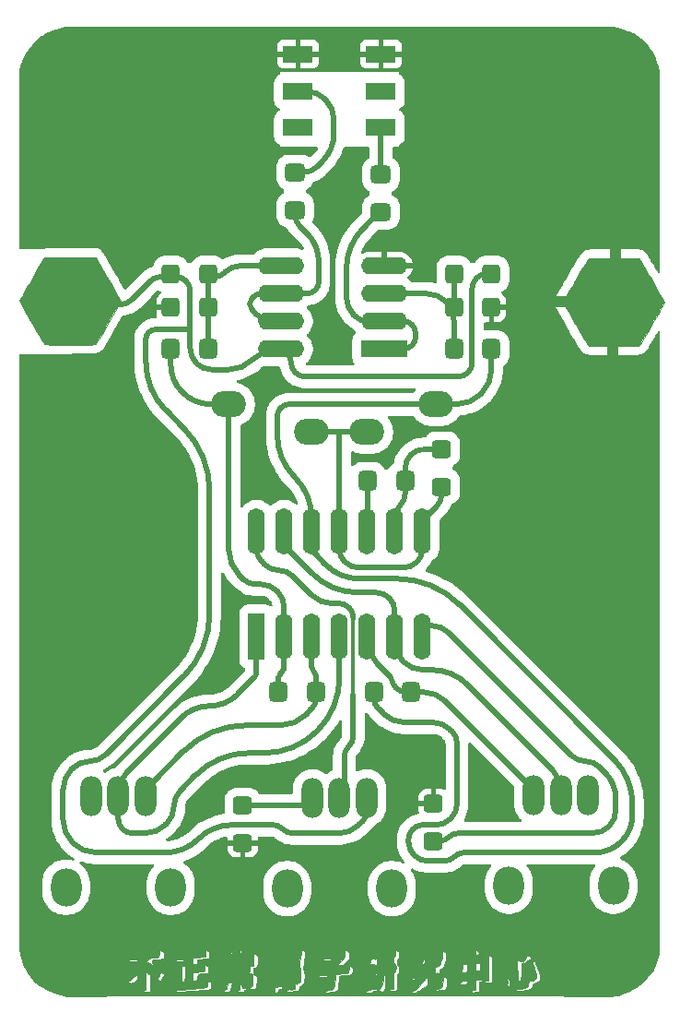
<source format=gbr>
%TF.GenerationSoftware,KiCad,Pcbnew,8.0.8-8.0.8-0~ubuntu20.04.1*%
%TF.CreationDate,2025-02-11T21:27:15+07:00*%
%TF.ProjectId,SolarSynth_digilog,536f6c61-7253-4796-9e74-685f64696769,rev?*%
%TF.SameCoordinates,Original*%
%TF.FileFunction,Copper,L1,Top*%
%TF.FilePolarity,Positive*%
%FSLAX46Y46*%
G04 Gerber Fmt 4.6, Leading zero omitted, Abs format (unit mm)*
G04 Created by KiCad (PCBNEW 8.0.8-8.0.8-0~ubuntu20.04.1) date 2025-02-11 21:27:15*
%MOMM*%
%LPD*%
G01*
G04 APERTURE LIST*
G04 Aperture macros list*
%AMRoundRect*
0 Rectangle with rounded corners*
0 $1 Rounding radius*
0 $2 $3 $4 $5 $6 $7 $8 $9 X,Y pos of 4 corners*
0 Add a 4 corners polygon primitive as box body*
4,1,4,$2,$3,$4,$5,$6,$7,$8,$9,$2,$3,0*
0 Add four circle primitives for the rounded corners*
1,1,$1+$1,$2,$3*
1,1,$1+$1,$4,$5*
1,1,$1+$1,$6,$7*
1,1,$1+$1,$8,$9*
0 Add four rect primitives between the rounded corners*
20,1,$1+$1,$2,$3,$4,$5,0*
20,1,$1+$1,$4,$5,$6,$7,0*
20,1,$1+$1,$6,$7,$8,$9,0*
20,1,$1+$1,$8,$9,$2,$3,0*%
G04 Aperture macros list end*
%TA.AperFunction,EtchedComponent*%
%ADD10C,0.010000*%
%TD*%
%TA.AperFunction,ComponentPad*%
%ADD11C,6.000000*%
%TD*%
%TA.AperFunction,ComponentPad*%
%ADD12O,3.200000X2.400000*%
%TD*%
%TA.AperFunction,SMDPad,CuDef*%
%ADD13RoundRect,0.309434X0.510566X0.590566X-0.510566X0.590566X-0.510566X-0.590566X0.510566X-0.590566X0*%
%TD*%
%TA.AperFunction,SMDPad,CuDef*%
%ADD14RoundRect,0.309434X0.590566X-0.510566X0.590566X0.510566X-0.590566X0.510566X-0.590566X-0.510566X0*%
%TD*%
%TA.AperFunction,SMDPad,CuDef*%
%ADD15RoundRect,0.309434X-0.510566X-0.590566X0.510566X-0.590566X0.510566X0.590566X-0.510566X0.590566X0*%
%TD*%
%TA.AperFunction,SMDPad,CuDef*%
%ADD16RoundRect,0.315385X0.504615X0.559615X-0.504615X0.559615X-0.504615X-0.559615X0.504615X-0.559615X0*%
%TD*%
%TA.AperFunction,SMDPad,CuDef*%
%ADD17RoundRect,0.315385X-0.504615X-0.559615X0.504615X-0.559615X0.504615X0.559615X-0.504615X0.559615X0*%
%TD*%
%TA.AperFunction,SMDPad,CuDef*%
%ADD18RoundRect,0.315385X0.559615X-0.504615X0.559615X0.504615X-0.559615X0.504615X-0.559615X-0.504615X0*%
%TD*%
%TA.AperFunction,SMDPad,CuDef*%
%ADD19RoundRect,0.315385X-0.559615X0.504615X-0.559615X-0.504615X0.559615X-0.504615X0.559615X0.504615X0*%
%TD*%
%TA.AperFunction,ComponentPad*%
%ADD20R,4.248000X1.600000*%
%TD*%
%TA.AperFunction,ComponentPad*%
%ADD21O,4.248000X1.600000*%
%TD*%
%TA.AperFunction,SMDPad,CuDef*%
%ADD22R,2.800000X1.600000*%
%TD*%
%TA.AperFunction,ComponentPad*%
%ADD23O,2.800000X3.500000*%
%TD*%
%TA.AperFunction,ComponentPad*%
%ADD24O,2.000000X3.660000*%
%TD*%
%TA.AperFunction,ComponentPad*%
%ADD25R,1.600000X4.248000*%
%TD*%
%TA.AperFunction,ComponentPad*%
%ADD26O,1.600000X4.248000*%
%TD*%
%TA.AperFunction,Conductor*%
%ADD27C,1.000000*%
%TD*%
%TA.AperFunction,Conductor*%
%ADD28C,0.500000*%
%TD*%
%TA.AperFunction,Conductor*%
%ADD29C,0.300000*%
%TD*%
G04 APERTURE END LIST*
D10*
%TO.C,Ref\u002A\u002A*%
X116999742Y-112359825D02*
X138684992Y-112370450D01*
X138695831Y-115704200D01*
X138706671Y-119037950D01*
X95314492Y-119037950D01*
X95314492Y-118600711D01*
X98510658Y-118600711D01*
X98658825Y-118671157D01*
X98795801Y-118714516D01*
X98923575Y-118721259D01*
X98928700Y-118720443D01*
X99050936Y-118706812D01*
X99200940Y-118699617D01*
X99235617Y-118699283D01*
X99420825Y-118699283D01*
X99420825Y-118583883D01*
X101461433Y-118583883D01*
X101463786Y-118597355D01*
X101537596Y-118638997D01*
X101657572Y-118680588D01*
X101785881Y-118711473D01*
X101884690Y-118720997D01*
X101897325Y-118719451D01*
X101958660Y-118712313D01*
X102093873Y-118699599D01*
X102292425Y-118682202D01*
X102543776Y-118661015D01*
X102837384Y-118636931D01*
X103162709Y-118610842D01*
X103400158Y-118592140D01*
X103548665Y-118580386D01*
X106054665Y-118580386D01*
X106088325Y-118604554D01*
X106173238Y-118630825D01*
X106305851Y-118647598D01*
X106460785Y-118654677D01*
X106612657Y-118651863D01*
X106736086Y-118638957D01*
X106805691Y-118615762D01*
X106810723Y-118610197D01*
X106812807Y-118602855D01*
X107143167Y-118602855D01*
X107155436Y-118619161D01*
X107242174Y-118668032D01*
X107372450Y-118705605D01*
X107505147Y-118722117D01*
X107569992Y-118717619D01*
X107665673Y-118706561D01*
X107798876Y-118700319D01*
X107836777Y-118699861D01*
X107955330Y-118692601D01*
X108003485Y-118669049D01*
X110449995Y-118669049D01*
X110460509Y-118689434D01*
X110512158Y-118721401D01*
X110645964Y-118762472D01*
X110849985Y-118773903D01*
X110890615Y-118772818D01*
X111163238Y-118762783D01*
X111201467Y-118614682D01*
X111226641Y-118547330D01*
X111796407Y-118547330D01*
X111820927Y-118577475D01*
X111843166Y-118594796D01*
X111934450Y-118627562D01*
X112094690Y-118647108D01*
X112309155Y-118653060D01*
X112563115Y-118645046D01*
X112606528Y-118641564D01*
X115342005Y-118641564D01*
X115352648Y-118664073D01*
X115387745Y-118687064D01*
X115484149Y-118714199D01*
X115640306Y-118727359D01*
X115832611Y-118727406D01*
X116030125Y-118715636D01*
X119133384Y-118715636D01*
X119191839Y-118765079D01*
X119221978Y-118777865D01*
X119352285Y-118803311D01*
X119510802Y-118802842D01*
X119668444Y-118780321D01*
X119796127Y-118739607D01*
X119859642Y-118693210D01*
X119941798Y-118633277D01*
X120028975Y-118614038D01*
X120154633Y-118603955D01*
X120223067Y-118590959D01*
X120374357Y-118590959D01*
X120555007Y-118636618D01*
X120703634Y-118665617D01*
X120755570Y-118659566D01*
X123423825Y-118659566D01*
X123460284Y-118700792D01*
X123548486Y-118743028D01*
X123656667Y-118773320D01*
X123720158Y-118780428D01*
X123807708Y-118761547D01*
X123940958Y-118709679D01*
X124093056Y-118635474D01*
X124113174Y-118624543D01*
X124149301Y-118602528D01*
X128778784Y-118602528D01*
X128782651Y-118619370D01*
X128829855Y-118643919D01*
X128884825Y-118669106D01*
X128988514Y-118712109D01*
X129084513Y-118733587D01*
X129200551Y-118735856D01*
X129364357Y-118721233D01*
X129424575Y-118714185D01*
X129646825Y-118687490D01*
X129646825Y-118494387D01*
X132864345Y-118494387D01*
X132895990Y-118523092D01*
X132906492Y-118529950D01*
X132979618Y-118549039D01*
X133117138Y-118562070D01*
X133298996Y-118569084D01*
X133505140Y-118570119D01*
X133715516Y-118565216D01*
X133910069Y-118554413D01*
X134068747Y-118537751D01*
X134126960Y-118527538D01*
X134328279Y-118454965D01*
X134463545Y-118333829D01*
X134540820Y-118156502D01*
X134546740Y-118130315D01*
X134566073Y-118047869D01*
X134593637Y-117988703D01*
X134645071Y-117940073D01*
X134736015Y-117889236D01*
X134882109Y-117823448D01*
X134969627Y-117785736D01*
X135110771Y-117720158D01*
X135222466Y-117659310D01*
X135278453Y-117618223D01*
X135291789Y-117543974D01*
X135273173Y-117393785D01*
X135223129Y-117169907D01*
X135142178Y-116874590D01*
X135030843Y-116510087D01*
X134995712Y-116400320D01*
X134926923Y-116194678D01*
X134872052Y-116053975D01*
X134822388Y-115961564D01*
X134769220Y-115900798D01*
X134713352Y-115860728D01*
X134619114Y-115807044D01*
X134558533Y-115779427D01*
X134553047Y-115778441D01*
X134555678Y-115816539D01*
X134579710Y-115921760D01*
X134621580Y-116080325D01*
X134677726Y-116278454D01*
X134714420Y-116402700D01*
X134782404Y-116637452D01*
X134842771Y-116860281D01*
X134890328Y-117050950D01*
X134919884Y-117189221D01*
X134925535Y-117225588D01*
X134949666Y-117424061D01*
X134745992Y-117553227D01*
X134582783Y-117651043D01*
X134469182Y-117701406D01*
X134387687Y-117708483D01*
X134320799Y-117676444D01*
X134300458Y-117659371D01*
X134245450Y-117615395D01*
X134222339Y-117629432D01*
X134215939Y-117714051D01*
X134215571Y-117729638D01*
X134189165Y-117937634D01*
X134126069Y-118122076D01*
X134036175Y-118256788D01*
X134006503Y-118282818D01*
X133926853Y-118317144D01*
X133783928Y-118356260D01*
X133598671Y-118396268D01*
X133392029Y-118433273D01*
X133184945Y-118463379D01*
X132998363Y-118482689D01*
X132906492Y-118487438D01*
X132864345Y-118494387D01*
X129646825Y-118494387D01*
X129646825Y-118000919D01*
X132248670Y-118000919D01*
X132267007Y-118066904D01*
X132317819Y-118117200D01*
X132397044Y-118172131D01*
X132445515Y-118191283D01*
X132458547Y-118151378D01*
X132469623Y-118041366D01*
X132477890Y-117875796D01*
X132482494Y-117669220D01*
X132483158Y-117549227D01*
X132482018Y-117328740D01*
X132478875Y-117143366D01*
X132474142Y-117007105D01*
X132468234Y-116933957D01*
X132464705Y-116925625D01*
X132450390Y-116972766D01*
X132427011Y-117084376D01*
X132398400Y-117241242D01*
X132380914Y-117345430D01*
X132347233Y-117539552D01*
X132312476Y-117718900D01*
X132282245Y-117855299D01*
X132271671Y-117894950D01*
X132248670Y-118000919D01*
X129646825Y-118000919D01*
X129646825Y-117725616D01*
X129789669Y-117725616D01*
X129922947Y-117740384D01*
X130075739Y-117777049D01*
X130112045Y-117788959D01*
X130278424Y-117827665D01*
X130479117Y-117832717D01*
X130583034Y-117825213D01*
X130874492Y-117798125D01*
X130874492Y-115955915D01*
X133170119Y-115955915D01*
X133170531Y-116135448D01*
X133174023Y-116362096D01*
X133180523Y-116623362D01*
X133184314Y-116745991D01*
X133214855Y-117678760D01*
X133346423Y-117653774D01*
X133444539Y-117630957D01*
X133498704Y-117610576D01*
X133499158Y-117610196D01*
X133507017Y-117563949D01*
X133515959Y-117446780D01*
X133525248Y-117272412D01*
X133534146Y-117054570D01*
X133541492Y-116822527D01*
X133549417Y-116550198D01*
X133557025Y-116351166D01*
X133565888Y-116214080D01*
X133577578Y-116127590D01*
X133593666Y-116080347D01*
X133615724Y-116061001D01*
X133645324Y-116058203D01*
X133647325Y-116058310D01*
X133759006Y-116078613D01*
X133806075Y-116094589D01*
X133866714Y-116100576D01*
X133880158Y-116058122D01*
X133913873Y-116003355D01*
X134002492Y-115923666D01*
X134127226Y-115835822D01*
X134134158Y-115831463D01*
X134297848Y-115713220D01*
X134380524Y-115611823D01*
X134383327Y-115523638D01*
X134307395Y-115445030D01*
X134263260Y-115419537D01*
X134160165Y-115374501D01*
X134083740Y-115354973D01*
X134082181Y-115354950D01*
X134038878Y-115391070D01*
X133977396Y-115486199D01*
X133910381Y-115620489D01*
X133904500Y-115633841D01*
X133837035Y-115774472D01*
X133774028Y-115881661D01*
X133728452Y-115933518D01*
X133726350Y-115934472D01*
X133658992Y-115930893D01*
X133542990Y-115899229D01*
X133436781Y-115859672D01*
X133309027Y-115812185D01*
X133214526Y-115787195D01*
X133178818Y-115788178D01*
X133172857Y-115835993D01*
X133170119Y-115955915D01*
X130874492Y-115955915D01*
X130874492Y-115483670D01*
X130706845Y-115398143D01*
X130603257Y-115346564D01*
X130537259Y-115316092D01*
X130526928Y-115312581D01*
X130524172Y-115353095D01*
X130522560Y-115467436D01*
X130522086Y-115644770D01*
X130522743Y-115874266D01*
X130524522Y-116145090D01*
X130527417Y-116446410D01*
X130527691Y-116470966D01*
X130540724Y-117629386D01*
X130405983Y-117656335D01*
X130201722Y-117683085D01*
X130019872Y-117681040D01*
X129880915Y-117651938D01*
X129810738Y-117605807D01*
X129757533Y-117559520D01*
X129673899Y-117541459D01*
X129533839Y-117546116D01*
X129530408Y-117546392D01*
X129308158Y-117564454D01*
X129308158Y-118524762D01*
X129128242Y-118547957D01*
X128941475Y-118571850D01*
X128828357Y-118588365D01*
X128778784Y-118602528D01*
X124149301Y-118602528D01*
X124301441Y-118509819D01*
X124356240Y-118471813D01*
X125237119Y-118471813D01*
X125254555Y-118491225D01*
X125307658Y-118517038D01*
X125413107Y-118541890D01*
X125578745Y-118556018D01*
X125780855Y-118560032D01*
X125995720Y-118554541D01*
X126199626Y-118540157D01*
X126368856Y-118517489D01*
X126479693Y-118487147D01*
X126480301Y-118486865D01*
X126566946Y-118424445D01*
X126626847Y-118323205D01*
X126663636Y-118170699D01*
X126680945Y-117954484D01*
X126681763Y-117901826D01*
X127551325Y-117901826D01*
X127678325Y-117959978D01*
X127787865Y-117990870D01*
X127944917Y-118012684D01*
X128088714Y-118020040D01*
X128254752Y-118015964D01*
X128364212Y-117996599D01*
X128444737Y-117955357D01*
X128480269Y-117926700D01*
X128555947Y-117837128D01*
X128564982Y-117747623D01*
X128561102Y-117731392D01*
X128535046Y-117669841D01*
X128484887Y-117645442D01*
X128384291Y-117648392D01*
X128348448Y-117652223D01*
X128169048Y-117701586D01*
X128060330Y-117784031D01*
X127971249Y-117857851D01*
X127861992Y-117891427D01*
X127754430Y-117898388D01*
X127551325Y-117901826D01*
X126681763Y-117901826D01*
X126683492Y-117790640D01*
X126683492Y-117402631D01*
X126533980Y-117331334D01*
X126455962Y-117296243D01*
X126404269Y-117288086D01*
X126372395Y-117318990D01*
X126353835Y-117401084D01*
X126342081Y-117546494D01*
X126333816Y-117704450D01*
X126312789Y-117946670D01*
X126269802Y-118125532D01*
X126193133Y-118251825D01*
X126071062Y-118336338D01*
X125891871Y-118389860D01*
X125643838Y-118423183D01*
X125543880Y-118431663D01*
X125371231Y-118445845D01*
X125272494Y-118457958D01*
X125237119Y-118471813D01*
X124356240Y-118471813D01*
X124503003Y-118370027D01*
X124650545Y-118254783D01*
X124900734Y-118043116D01*
X124903113Y-117693866D01*
X124896295Y-117495786D01*
X124871359Y-117377195D01*
X124826443Y-117338203D01*
X124759682Y-117378924D01*
X124669213Y-117499471D01*
X124553173Y-117699955D01*
X124544842Y-117715491D01*
X124375054Y-117962550D01*
X124143842Y-118197404D01*
X123873979Y-118398958D01*
X123703413Y-118494917D01*
X123568158Y-118564979D01*
X123468886Y-118622813D01*
X123424565Y-118657250D01*
X123423825Y-118659566D01*
X120755570Y-118659566D01*
X120798967Y-118654510D01*
X120866026Y-118595364D01*
X120907042Y-118525838D01*
X121334665Y-118525838D01*
X121369282Y-118555345D01*
X121453799Y-118585672D01*
X121592226Y-118606264D01*
X121754208Y-118615613D01*
X121909389Y-118612209D01*
X122027415Y-118594542D01*
X122044529Y-118588920D01*
X122069725Y-118568693D01*
X122087830Y-118522392D01*
X122099952Y-118438078D01*
X122107197Y-118303812D01*
X122110673Y-118107653D01*
X122111492Y-117866471D01*
X122114047Y-117567151D01*
X122117325Y-117483282D01*
X123335535Y-117483282D01*
X123453763Y-117559021D01*
X123553940Y-117618332D01*
X123620529Y-117628580D01*
X123690810Y-117586922D01*
X123749548Y-117536454D01*
X123868325Y-117431958D01*
X123762492Y-117431087D01*
X123648109Y-117437552D01*
X123510167Y-117454490D01*
X123496097Y-117456748D01*
X123335535Y-117483282D01*
X122117325Y-117483282D01*
X122122814Y-117342876D01*
X122139446Y-117184144D01*
X122165594Y-117081455D01*
X122202910Y-117025310D01*
X122253048Y-117006208D01*
X122261148Y-117005950D01*
X122293124Y-116988817D01*
X122312307Y-116927664D01*
X122321379Y-116807857D01*
X122323158Y-116667283D01*
X122320723Y-116582616D01*
X123995325Y-116582616D01*
X123998681Y-116621626D01*
X124013993Y-116624950D01*
X124057102Y-116594219D01*
X124058825Y-116582616D01*
X124044381Y-116541383D01*
X124040157Y-116540283D01*
X124004014Y-116569947D01*
X123995325Y-116582616D01*
X122320723Y-116582616D01*
X122319356Y-116535083D01*
X124820825Y-116535083D01*
X124857998Y-116549818D01*
X124950388Y-116554293D01*
X125069306Y-116549550D01*
X125186060Y-116536629D01*
X125265325Y-116518954D01*
X125250666Y-116510876D01*
X125169785Y-116504364D01*
X125064242Y-116501292D01*
X124933496Y-116505347D01*
X124845140Y-116519287D01*
X124820825Y-116535083D01*
X122319356Y-116535083D01*
X122318634Y-116510016D01*
X122316072Y-116484777D01*
X125420543Y-116484777D01*
X125450964Y-116492793D01*
X125487575Y-116494402D01*
X125625158Y-116497950D01*
X125633315Y-117037700D01*
X125637244Y-117213003D01*
X125642470Y-117325663D01*
X125648420Y-117369159D01*
X125654518Y-117336967D01*
X125656734Y-117303906D01*
X125671055Y-117153859D01*
X125693195Y-117034902D01*
X125715357Y-116978117D01*
X125782944Y-116947222D01*
X125864027Y-116965911D01*
X125947728Y-116995694D01*
X125985428Y-117005950D01*
X125997245Y-116967989D01*
X126004183Y-116912134D01*
X128069386Y-116912134D01*
X128276022Y-116892203D01*
X128408235Y-116877240D01*
X128508477Y-116861964D01*
X128535575Y-116855773D01*
X128565648Y-116810154D01*
X128582996Y-116692278D01*
X128588492Y-116499278D01*
X128588492Y-116439387D01*
X129308158Y-116439387D01*
X129309106Y-116614751D01*
X129314841Y-116720893D01*
X129329698Y-116773259D01*
X129358015Y-116787293D01*
X129403408Y-116778632D01*
X129515853Y-116759909D01*
X129636242Y-116752528D01*
X129773825Y-116751950D01*
X129773825Y-116021700D01*
X129641533Y-116048158D01*
X129511857Y-116067593D01*
X129408700Y-116074616D01*
X129360260Y-116078490D01*
X129330572Y-116101204D01*
X129315049Y-116159391D01*
X129309106Y-116269688D01*
X129308158Y-116439387D01*
X128588492Y-116439387D01*
X128588492Y-116159283D01*
X128355658Y-116159283D01*
X128222523Y-116161577D01*
X128153223Y-116175664D01*
X128126932Y-116212347D01*
X128122825Y-116280073D01*
X128118384Y-116389038D01*
X128106941Y-116542394D01*
X128096106Y-116656499D01*
X128069386Y-116912134D01*
X126004183Y-116912134D01*
X126009241Y-116871415D01*
X126014422Y-116804866D01*
X126028327Y-116679972D01*
X126056779Y-116616699D01*
X126111327Y-116592052D01*
X126122216Y-116590302D01*
X126242892Y-116537317D01*
X126360862Y-116428284D01*
X126453100Y-116289347D01*
X126493923Y-116168219D01*
X126528420Y-116028310D01*
X126577410Y-115904004D01*
X126580199Y-115898751D01*
X126617484Y-115775289D01*
X126637741Y-115579009D01*
X126641158Y-115430342D01*
X126641158Y-115074297D01*
X126491555Y-115002957D01*
X126385305Y-114956923D01*
X126310455Y-114932705D01*
X126301055Y-114931616D01*
X126282647Y-114971266D01*
X126268807Y-115079583D01*
X126261156Y-115240618D01*
X126260158Y-115333783D01*
X126256674Y-115536196D01*
X126245383Y-115663777D01*
X126225024Y-115726109D01*
X126207242Y-115736189D01*
X126169366Y-115775615D01*
X126149177Y-115882780D01*
X126147905Y-115906598D01*
X126117433Y-116091987D01*
X126035568Y-116232687D01*
X125892788Y-116337678D01*
X125679570Y-116415941D01*
X125582825Y-116439502D01*
X125462703Y-116468047D01*
X125420543Y-116484777D01*
X122316072Y-116484777D01*
X122306610Y-116391586D01*
X122289411Y-116332020D01*
X122283849Y-116328616D01*
X122198414Y-116289556D01*
X122139440Y-116180255D01*
X122127593Y-116106366D01*
X124413190Y-116106366D01*
X124418150Y-116151453D01*
X124480133Y-116152244D01*
X124569608Y-116115460D01*
X124624967Y-116061098D01*
X124648762Y-115961037D01*
X124651492Y-115882627D01*
X124637949Y-115749493D01*
X124602997Y-115696039D01*
X124555150Y-115722740D01*
X124502922Y-115830073D01*
X124488998Y-115873533D01*
X124451290Y-115996186D01*
X124420361Y-116087973D01*
X124413190Y-116106366D01*
X122127593Y-116106366D01*
X122112548Y-116012534D01*
X122111492Y-115966118D01*
X122118310Y-115821294D01*
X122137346Y-115757116D01*
X123762492Y-115757116D01*
X123783658Y-115778283D01*
X123804825Y-115757116D01*
X123783658Y-115735950D01*
X123762492Y-115757116D01*
X122137346Y-115757116D01*
X122143713Y-115735651D01*
X122192960Y-115686595D01*
X125295676Y-115686595D01*
X125309402Y-115727642D01*
X125373710Y-115728928D01*
X125457279Y-115695815D01*
X125488974Y-115658304D01*
X125475247Y-115617257D01*
X125410939Y-115615971D01*
X125327371Y-115649084D01*
X125295676Y-115686595D01*
X122192960Y-115686595D01*
X122195121Y-115684443D01*
X122196158Y-115683792D01*
X122240308Y-115644526D01*
X122266030Y-115581622D01*
X122277982Y-115474531D01*
X122280825Y-115310274D01*
X122280825Y-114989631D01*
X122131222Y-114918290D01*
X122111167Y-114909163D01*
X129288968Y-114909163D01*
X129294505Y-115026866D01*
X129316018Y-115183815D01*
X129339933Y-115270897D01*
X129372984Y-115302804D01*
X129417811Y-115295842D01*
X129518678Y-115273409D01*
X129565621Y-115270283D01*
X129625369Y-115248790D01*
X129646186Y-115170787D01*
X129646825Y-115142661D01*
X129626099Y-115038380D01*
X129550175Y-114957992D01*
X129509242Y-114931152D01*
X129384904Y-114863897D01*
X129315198Y-114854910D01*
X129288968Y-114909163D01*
X122111167Y-114909163D01*
X122045241Y-114879162D01*
X125050852Y-114879162D01*
X125092464Y-114885941D01*
X125147371Y-114878157D01*
X125148026Y-114863706D01*
X125091368Y-114853601D01*
X125066887Y-114860364D01*
X125050852Y-114879162D01*
X122045241Y-114879162D01*
X122031144Y-114872747D01*
X121968479Y-114848283D01*
X121961889Y-114846950D01*
X121952158Y-114885706D01*
X121945110Y-114987690D01*
X121942173Y-115131468D01*
X121942158Y-115142924D01*
X121938461Y-115305350D01*
X121923882Y-115404854D01*
X121893189Y-115462995D01*
X121857492Y-115491774D01*
X121808966Y-115537283D01*
X121783029Y-115611925D01*
X121773462Y-115738826D01*
X121772825Y-115806688D01*
X121775635Y-115951514D01*
X121788757Y-116032215D01*
X121819226Y-116069269D01*
X121867505Y-116082255D01*
X121940432Y-116131164D01*
X121988725Y-116238389D01*
X122012210Y-116381187D01*
X122010712Y-116536819D01*
X121984057Y-116682542D01*
X121932072Y-116795616D01*
X121873353Y-116846736D01*
X121837833Y-116864857D01*
X121811853Y-116890137D01*
X121793922Y-116934708D01*
X121782547Y-117010701D01*
X121776237Y-117130247D01*
X121773498Y-117305477D01*
X121772840Y-117548522D01*
X121772825Y-117664034D01*
X121772825Y-118435527D01*
X121530525Y-118465801D01*
X121397772Y-118484529D01*
X121336690Y-118502207D01*
X121334665Y-118525838D01*
X120907042Y-118525838D01*
X120907644Y-118524819D01*
X120962579Y-118440742D01*
X121009825Y-118403094D01*
X121011912Y-118402950D01*
X121026308Y-118363526D01*
X121037042Y-118256735D01*
X121044127Y-118099797D01*
X121047577Y-117909930D01*
X121047407Y-117704354D01*
X121043630Y-117500289D01*
X121036261Y-117314954D01*
X121025313Y-117165569D01*
X121010825Y-117069450D01*
X120987389Y-116990038D01*
X120973919Y-116967966D01*
X120973500Y-116969523D01*
X120898062Y-117352548D01*
X120825570Y-117663785D01*
X120751927Y-117915819D01*
X120673035Y-118121236D01*
X120584795Y-118292620D01*
X120502137Y-118417204D01*
X120374357Y-118590959D01*
X120223067Y-118590959D01*
X120236243Y-118588457D01*
X120292561Y-118569105D01*
X120294962Y-118541837D01*
X120238589Y-118487148D01*
X120203643Y-118457557D01*
X120101675Y-118389157D01*
X120033991Y-118388047D01*
X120025725Y-118393731D01*
X119955862Y-118423229D01*
X119834837Y-118452184D01*
X119753663Y-118465372D01*
X119607167Y-118498089D01*
X119482778Y-118547922D01*
X119440269Y-118575945D01*
X119337968Y-118636413D01*
X119250012Y-118656950D01*
X119154008Y-118674278D01*
X119133384Y-118715636D01*
X116030125Y-118715636D01*
X116037459Y-118715199D01*
X116231246Y-118691599D01*
X116390367Y-118657466D01*
X116415493Y-118649606D01*
X116533253Y-118597719D01*
X116620665Y-118524085D01*
X116682772Y-118416081D01*
X116724614Y-118261087D01*
X116751234Y-118046480D01*
X116767304Y-117768780D01*
X116789436Y-117223076D01*
X116837989Y-117218730D01*
X120082561Y-117218730D01*
X120082945Y-117253329D01*
X120085756Y-117400020D01*
X120092130Y-117472087D01*
X120105862Y-117479574D01*
X120130750Y-117432524D01*
X120141462Y-117408116D01*
X120191899Y-117269481D01*
X120224831Y-117149034D01*
X120235523Y-117053466D01*
X120204563Y-117008084D01*
X120166314Y-116994247D01*
X120120160Y-116988293D01*
X120094490Y-117012305D01*
X120083794Y-117083409D01*
X120082561Y-117218730D01*
X116837989Y-117218730D01*
X117048047Y-117199928D01*
X117220160Y-117184486D01*
X117433484Y-117165294D01*
X117644907Y-117146231D01*
X117666492Y-117144282D01*
X118026325Y-117111783D01*
X118038534Y-116792315D01*
X118050743Y-116472848D01*
X117899514Y-116400732D01*
X117800278Y-116355015D01*
X117739725Y-116330135D01*
X117733529Y-116328616D01*
X117722815Y-116367350D01*
X117707994Y-116469735D01*
X117691986Y-116615050D01*
X117689405Y-116642010D01*
X117677708Y-116770379D01*
X117662058Y-116862402D01*
X117629759Y-116925088D01*
X117568119Y-116965445D01*
X117464442Y-116990480D01*
X117306037Y-117007200D01*
X117080207Y-117022613D01*
X116989158Y-117028579D01*
X116806596Y-117042139D01*
X116651445Y-117056253D01*
X116546399Y-117068735D01*
X116519221Y-117073826D01*
X116487417Y-117098091D01*
X116463774Y-117159915D01*
X116445575Y-117272946D01*
X116430104Y-117450834D01*
X116423297Y-117555853D01*
X116398172Y-117861971D01*
X116359006Y-118095233D01*
X116296993Y-118267288D01*
X116203325Y-118389782D01*
X116069196Y-118474366D01*
X115885799Y-118532687D01*
X115652644Y-118575163D01*
X115480502Y-118601967D01*
X115380789Y-118622482D01*
X115342005Y-118641564D01*
X112606528Y-118641564D01*
X112841839Y-118622691D01*
X112861658Y-118620605D01*
X113115658Y-118593450D01*
X113139659Y-118384366D01*
X113160768Y-118261374D01*
X113187993Y-118179557D01*
X113203159Y-118161948D01*
X113359499Y-118078169D01*
X113499418Y-117951079D01*
X113574130Y-117840633D01*
X113623880Y-117666869D01*
X113642930Y-117431514D01*
X113636337Y-117272994D01*
X114427992Y-117272994D01*
X114554992Y-117330431D01*
X114642802Y-117356848D01*
X114769572Y-117370126D01*
X114950918Y-117371074D01*
X115168825Y-117362314D01*
X115365049Y-117349241D01*
X115530305Y-117333035D01*
X115646145Y-117315848D01*
X115693029Y-117301200D01*
X115712017Y-117236202D01*
X115703648Y-117195924D01*
X115653506Y-117146692D01*
X115560443Y-117148866D01*
X115465688Y-117161965D01*
X115313749Y-117177296D01*
X115131970Y-117192209D01*
X115062992Y-117197065D01*
X114875343Y-117211488D01*
X114705754Y-117227771D01*
X114582430Y-117243098D01*
X114554992Y-117247799D01*
X114427992Y-117272994D01*
X113636337Y-117272994D01*
X113631299Y-117151874D01*
X113589001Y-116845256D01*
X113573083Y-116763734D01*
X113539918Y-116593630D01*
X113523855Y-116464396D01*
X113525060Y-116344591D01*
X113531860Y-116292835D01*
X116544658Y-116292835D01*
X116840992Y-116265945D01*
X117137325Y-116239055D01*
X117231472Y-116139704D01*
X119571492Y-116139704D01*
X119609963Y-116150032D01*
X119709956Y-116157126D01*
X119825492Y-116159283D01*
X119976997Y-116166678D01*
X120063586Y-116187410D01*
X120079492Y-116206145D01*
X120110550Y-116233734D01*
X120146454Y-116227312D01*
X120227105Y-116204469D01*
X120252287Y-116201616D01*
X120271976Y-116162983D01*
X120285960Y-116061804D01*
X120291158Y-115923086D01*
X120291158Y-115884116D01*
X120969788Y-115884116D01*
X120973749Y-116041786D01*
X120986137Y-116119443D01*
X121007712Y-116121396D01*
X121010825Y-116116950D01*
X121037449Y-116035017D01*
X121051302Y-115912847D01*
X121051862Y-115884116D01*
X121041990Y-115758980D01*
X121017578Y-115664040D01*
X121010825Y-115651283D01*
X120988142Y-115644785D01*
X120974733Y-115713495D01*
X120969839Y-115861720D01*
X120969788Y-115884116D01*
X120291158Y-115884116D01*
X120291158Y-115644556D01*
X120164158Y-115672450D01*
X120076233Y-115681343D01*
X120037268Y-115664673D01*
X120037158Y-115663147D01*
X120000406Y-115642886D01*
X119909997Y-115641130D01*
X119890360Y-115643088D01*
X119803977Y-115660343D01*
X119746696Y-115700978D01*
X119698766Y-115785951D01*
X119657527Y-115890176D01*
X119611129Y-116017297D01*
X119579892Y-116108838D01*
X119571492Y-116139704D01*
X117231472Y-116139704D01*
X117423075Y-115937512D01*
X117583554Y-115768162D01*
X118870186Y-115768162D01*
X118911797Y-115774941D01*
X118966704Y-115767157D01*
X118967360Y-115752706D01*
X118910701Y-115742601D01*
X118886221Y-115749364D01*
X118870186Y-115768162D01*
X117583554Y-115768162D01*
X117708825Y-115635968D01*
X117708825Y-115018004D01*
X117541178Y-114932477D01*
X117434910Y-114880662D01*
X117363496Y-114850275D01*
X117350678Y-114846950D01*
X117339901Y-114885881D01*
X117331860Y-114989089D01*
X117327979Y-115136195D01*
X117327825Y-115174237D01*
X117327825Y-115501525D01*
X116936242Y-115897180D01*
X116544658Y-116292835D01*
X113531860Y-116292835D01*
X113543694Y-116202774D01*
X113576940Y-116022900D01*
X113615280Y-115800856D01*
X113623038Y-115746166D01*
X114771405Y-115746166D01*
X114896032Y-115803105D01*
X115004503Y-115832744D01*
X115171829Y-115846520D01*
X115409357Y-115845253D01*
X115457780Y-115843591D01*
X115667499Y-115833032D01*
X115813660Y-115817296D01*
X115917366Y-115792232D01*
X115999720Y-115753688D01*
X116037284Y-115729575D01*
X116122126Y-115665599D01*
X116163364Y-115622712D01*
X116163692Y-115616039D01*
X116118210Y-115613869D01*
X116006430Y-115619075D01*
X115846251Y-115630127D01*
X115655572Y-115645496D01*
X115452292Y-115663653D01*
X115254311Y-115683071D01*
X115079527Y-115702219D01*
X114945840Y-115719570D01*
X114938365Y-115720696D01*
X114771405Y-115746166D01*
X113623038Y-115746166D01*
X113648959Y-115563440D01*
X113671931Y-115354350D01*
X113675224Y-115312616D01*
X113697515Y-114995116D01*
X113507927Y-114903375D01*
X113318338Y-114811634D01*
X113291888Y-115184261D01*
X113269752Y-115413128D01*
X113236370Y-115665010D01*
X113198684Y-115887999D01*
X113195941Y-115901799D01*
X113162602Y-116077586D01*
X113148256Y-116201808D01*
X113153304Y-116305501D01*
X113178148Y-116419698D01*
X113203824Y-116509913D01*
X113249154Y-116717695D01*
X113276121Y-116954916D01*
X113284624Y-117198276D01*
X113274564Y-117424476D01*
X113245839Y-117610217D01*
X113209024Y-117714634D01*
X113107064Y-117853991D01*
X112987520Y-117941721D01*
X112869690Y-117964949D01*
X112842564Y-117959107D01*
X112793010Y-117950432D01*
X112767071Y-117976870D01*
X112757208Y-118056295D01*
X112755825Y-118164765D01*
X112748881Y-118298037D01*
X112731006Y-118393769D01*
X112714500Y-118423493D01*
X112650717Y-118443150D01*
X112535345Y-118464244D01*
X112466224Y-118473543D01*
X112322965Y-118481585D01*
X112243192Y-118461336D01*
X112221799Y-118439918D01*
X112205627Y-118377043D01*
X112188862Y-118247989D01*
X112173426Y-118071209D01*
X112161238Y-117865154D01*
X112160668Y-117852616D01*
X112137011Y-117323450D01*
X112120825Y-118529950D01*
X111940908Y-118531296D01*
X111832374Y-118534553D01*
X111796407Y-118547330D01*
X111226641Y-118547330D01*
X111249603Y-118485897D01*
X111323037Y-118422113D01*
X111445280Y-118403687D01*
X111454075Y-118403598D01*
X111536861Y-118391184D01*
X111567279Y-118337503D01*
X111570492Y-118275950D01*
X111566298Y-118204308D01*
X111542849Y-118165720D01*
X111483841Y-118157029D01*
X111372968Y-118175077D01*
X111225504Y-118209148D01*
X111086050Y-118239152D01*
X111002192Y-118244502D01*
X110948263Y-118224313D01*
X110918587Y-118198569D01*
X110881743Y-118168941D01*
X110861362Y-118182610D01*
X110852654Y-118253389D01*
X110850825Y-118393878D01*
X110850825Y-118656950D01*
X110628575Y-118658450D01*
X110502391Y-118660682D01*
X110449995Y-118669049D01*
X108003485Y-118669049D01*
X108018832Y-118661543D01*
X108056483Y-118591288D01*
X108059675Y-118582302D01*
X108081673Y-118527485D01*
X108113017Y-118493222D01*
X108171486Y-118474721D01*
X108274854Y-118467187D01*
X108440899Y-118465827D01*
X108491390Y-118465886D01*
X108784625Y-118452895D01*
X108998211Y-118412851D01*
X109132780Y-118345584D01*
X109180122Y-118282657D01*
X109193696Y-118213414D01*
X109208307Y-118080039D01*
X109222024Y-117903012D01*
X109225505Y-117841413D01*
X110155564Y-117841413D01*
X110161236Y-117894992D01*
X110188916Y-117969425D01*
X110208428Y-117961011D01*
X110215825Y-117871466D01*
X110215825Y-117871284D01*
X110203509Y-117799537D01*
X110177466Y-117786660D01*
X110155564Y-117841413D01*
X109225505Y-117841413D01*
X109231224Y-117740248D01*
X109243722Y-117476613D01*
X110893158Y-117476613D01*
X110909860Y-117533559D01*
X110935492Y-117535116D01*
X110970693Y-117475579D01*
X110977825Y-117424286D01*
X110961123Y-117367340D01*
X110935492Y-117365783D01*
X110900290Y-117425320D01*
X110893158Y-117476613D01*
X109243722Y-117476613D01*
X109251986Y-117302283D01*
X111534842Y-117302283D01*
X111541495Y-117362381D01*
X111556195Y-117355200D01*
X111561786Y-117268528D01*
X111556195Y-117249366D01*
X111540743Y-117244048D01*
X111534842Y-117302283D01*
X109251986Y-117302283D01*
X109253610Y-117268046D01*
X109122139Y-117200060D01*
X109010706Y-117125506D01*
X108943522Y-117029110D01*
X108911015Y-116889623D01*
X108903492Y-116714719D01*
X108903492Y-116473255D01*
X111531500Y-116473255D01*
X111539284Y-116528162D01*
X111553735Y-116528818D01*
X111563840Y-116472159D01*
X111557077Y-116447679D01*
X111538279Y-116431644D01*
X111531500Y-116473255D01*
X108903492Y-116473255D01*
X108903492Y-116460255D01*
X109104575Y-116447352D01*
X109305658Y-116434450D01*
X109313177Y-116107378D01*
X110914278Y-116107378D01*
X110920703Y-116139472D01*
X110953809Y-116197130D01*
X110973868Y-116172492D01*
X110977825Y-116114451D01*
X110962195Y-116055428D01*
X110937340Y-116052307D01*
X110914278Y-116107378D01*
X109313177Y-116107378D01*
X109323257Y-115668922D01*
X111531500Y-115668922D01*
X111539284Y-115723829D01*
X111553735Y-115724484D01*
X111563840Y-115667826D01*
X111557077Y-115643345D01*
X111538279Y-115627310D01*
X111531500Y-115668922D01*
X109323257Y-115668922D01*
X109329392Y-115402080D01*
X109170115Y-115293848D01*
X109067669Y-115228712D01*
X108994270Y-115190140D01*
X108978331Y-115185616D01*
X108966212Y-115225320D01*
X108956145Y-115333929D01*
X108949064Y-115495689D01*
X108945905Y-115694845D01*
X108945825Y-115733356D01*
X108945825Y-116281095D01*
X108758412Y-116309199D01*
X108570999Y-116337304D01*
X108557329Y-116674902D01*
X108543658Y-117012500D01*
X108661423Y-116988847D01*
X108742661Y-116989068D01*
X108799610Y-117034151D01*
X108835682Y-117133770D01*
X108854289Y-117297600D01*
X108858843Y-117535317D01*
X108858769Y-117548455D01*
X108848354Y-117823393D01*
X108815208Y-118025755D01*
X108750337Y-118166511D01*
X108644749Y-118256631D01*
X108489451Y-118307083D01*
X108275451Y-118328838D01*
X108217298Y-118330927D01*
X107911066Y-118339450D01*
X107794434Y-118127783D01*
X107677803Y-117916116D01*
X107675825Y-118519366D01*
X107543533Y-118545825D01*
X107403545Y-118564706D01*
X107259900Y-118572283D01*
X107163900Y-118579295D01*
X107143167Y-118602855D01*
X106812807Y-118602855D01*
X106829001Y-118545821D01*
X106847817Y-118424722D01*
X106861350Y-118292697D01*
X106878116Y-118153875D01*
X106900647Y-118056220D01*
X106922565Y-118021950D01*
X106948149Y-117986781D01*
X106948519Y-117926700D01*
X106918142Y-117854078D01*
X106882075Y-117835683D01*
X106805478Y-117840338D01*
X106691296Y-117845896D01*
X106682846Y-117846266D01*
X106536534Y-117852616D01*
X106511658Y-118466450D01*
X106257658Y-118510591D01*
X106121747Y-118536555D01*
X106057995Y-118557649D01*
X106054665Y-118580386D01*
X103548665Y-118580386D01*
X103741811Y-118565099D01*
X104059534Y-118539322D01*
X104342685Y-118515722D01*
X104580622Y-118495211D01*
X104762704Y-118478700D01*
X104878289Y-118467101D01*
X104913575Y-118462465D01*
X104962797Y-118446146D01*
X104991346Y-118408663D01*
X105004787Y-118330877D01*
X105008685Y-118193645D01*
X105008825Y-118134817D01*
X105008825Y-117825964D01*
X104931555Y-117789116D01*
X107675825Y-117789116D01*
X107696992Y-117810283D01*
X107718158Y-117789116D01*
X107696992Y-117767950D01*
X107675825Y-117789116D01*
X104931555Y-117789116D01*
X104864972Y-117757365D01*
X104765900Y-117719099D01*
X104702107Y-117710903D01*
X104695638Y-117714247D01*
X104681765Y-117767362D01*
X104672511Y-117877967D01*
X104670158Y-117981488D01*
X104660932Y-118132520D01*
X104636261Y-118237377D01*
X104617242Y-118266969D01*
X104568076Y-118277822D01*
X104446102Y-118294894D01*
X104262858Y-118317052D01*
X104029884Y-118343161D01*
X103758718Y-118372090D01*
X103460898Y-118402703D01*
X103147963Y-118433867D01*
X102831452Y-118464450D01*
X102522903Y-118493317D01*
X102233855Y-118519335D01*
X101975847Y-118541370D01*
X101760418Y-118558290D01*
X101599105Y-118568960D01*
X101509228Y-118572283D01*
X101461433Y-118583883D01*
X99420825Y-118583883D01*
X99420825Y-117510663D01*
X100098158Y-117510663D01*
X100131793Y-117544949D01*
X100211904Y-117595642D01*
X100307295Y-117645443D01*
X100386775Y-117677053D01*
X100404543Y-117680575D01*
X100436898Y-117646805D01*
X100494673Y-117554834D01*
X100566702Y-117422817D01*
X100584459Y-117388006D01*
X100654584Y-117246782D01*
X100706902Y-117137659D01*
X100732153Y-117080057D01*
X100733158Y-117076132D01*
X100701187Y-117045199D01*
X100620050Y-116985541D01*
X100567618Y-116949985D01*
X100402078Y-116840435D01*
X100250118Y-117160420D01*
X100180414Y-117310589D01*
X100127548Y-117430944D01*
X100100144Y-117501606D01*
X100098158Y-117510663D01*
X99420825Y-117510663D01*
X99420825Y-117192911D01*
X99230325Y-117005950D01*
X99039825Y-116818988D01*
X99039825Y-118522557D01*
X98775242Y-118561634D01*
X98510658Y-118600711D01*
X95314492Y-118600711D01*
X95314492Y-117697213D01*
X97403424Y-117697213D01*
X97404418Y-117742390D01*
X97482521Y-117806108D01*
X97505242Y-117820518D01*
X97596486Y-117869889D01*
X97676437Y-117886247D01*
X97767212Y-117865895D01*
X97890930Y-117805136D01*
X98009620Y-117736200D01*
X98276346Y-117577450D01*
X98277085Y-117333738D01*
X98277825Y-117090027D01*
X97922353Y-117361251D01*
X97765623Y-117477184D01*
X97625441Y-117574291D01*
X97520342Y-117640084D01*
X97477853Y-117660732D01*
X97403424Y-117697213D01*
X95314492Y-117697213D01*
X95314492Y-116015991D01*
X99082158Y-116015991D01*
X99108193Y-116014015D01*
X99162899Y-115972336D01*
X99200065Y-115944229D01*
X99238953Y-115938269D01*
X99292232Y-115961970D01*
X99372567Y-116022843D01*
X99492627Y-116128399D01*
X99615852Y-116240942D01*
X99793140Y-116401556D01*
X99919533Y-116511499D01*
X99992804Y-116569183D01*
X100010729Y-116573019D01*
X99971082Y-116521420D01*
X99955822Y-116504571D01*
X102285417Y-116504571D01*
X102286151Y-116689025D01*
X102289783Y-116944760D01*
X102290773Y-117006170D01*
X102303222Y-117772838D01*
X102460107Y-117759810D01*
X102616992Y-117746783D01*
X102624459Y-117275979D01*
X103357825Y-117275979D01*
X103361303Y-117441247D01*
X103370556Y-117572838D01*
X103383813Y-117648710D01*
X103388498Y-117657512D01*
X103449716Y-117672781D01*
X103504915Y-117665146D01*
X103610373Y-117645288D01*
X103659273Y-117641528D01*
X103702330Y-117619294D01*
X103732387Y-117543354D01*
X103755304Y-117398550D01*
X103756196Y-117390745D01*
X103781549Y-117246883D01*
X103817730Y-117134537D01*
X103846932Y-117088729D01*
X103916338Y-117061324D01*
X104048313Y-117032391D01*
X104220891Y-117005165D01*
X104412110Y-116982883D01*
X104600004Y-116968779D01*
X104680742Y-116965899D01*
X104740514Y-116961629D01*
X104775250Y-116939604D01*
X104791746Y-116881617D01*
X104796795Y-116769460D01*
X104797158Y-116653957D01*
X104797158Y-116590256D01*
X105944053Y-116590256D01*
X105974382Y-116619646D01*
X105982492Y-116624950D01*
X106046192Y-116661914D01*
X106065827Y-116650921D01*
X106067158Y-116624950D01*
X106032253Y-116589369D01*
X105993075Y-116583264D01*
X105944053Y-116590256D01*
X104797158Y-116590256D01*
X104797158Y-116572495D01*
X106932186Y-116572495D01*
X106973797Y-116579274D01*
X107028704Y-116571491D01*
X107029360Y-116557040D01*
X106972701Y-116546934D01*
X106948221Y-116553698D01*
X106932186Y-116572495D01*
X104797158Y-116572495D01*
X104797158Y-116344297D01*
X104647555Y-116272957D01*
X104547477Y-116227414D01*
X104484812Y-116202949D01*
X104478222Y-116201616D01*
X104468447Y-116240355D01*
X104461390Y-116342210D01*
X104458501Y-116485641D01*
X104458492Y-116494586D01*
X104458232Y-116626641D01*
X104448354Y-116716990D01*
X104415210Y-116775000D01*
X104345152Y-116810038D01*
X104224530Y-116831468D01*
X104039698Y-116848658D01*
X103929325Y-116857722D01*
X103756340Y-116873557D01*
X103597344Y-116890535D01*
X103495408Y-116903755D01*
X103357825Y-116925119D01*
X103357825Y-117275979D01*
X102624459Y-117275979D01*
X102628574Y-117016533D01*
X102630023Y-116925119D01*
X102640157Y-116286283D01*
X102543908Y-116285705D01*
X102424671Y-116274822D01*
X102362992Y-116262315D01*
X102333045Y-116257165D01*
X102311394Y-116267696D01*
X102296959Y-116305027D01*
X102288660Y-116380279D01*
X102285417Y-116504571D01*
X99955822Y-116504571D01*
X99901897Y-116445033D01*
X99731530Y-116247412D01*
X99677121Y-116164044D01*
X103354824Y-116164044D01*
X103759992Y-116138116D01*
X103766456Y-116027104D01*
X106464848Y-116027104D01*
X106532825Y-116020277D01*
X106610649Y-116009054D01*
X106755509Y-115993222D01*
X106950012Y-115974496D01*
X107176762Y-115954593D01*
X107305214Y-115944062D01*
X107529868Y-115924869D01*
X107719770Y-115906275D01*
X107861234Y-115889813D01*
X107940580Y-115877016D01*
X107952504Y-115871518D01*
X107902423Y-115865278D01*
X107785216Y-115867288D01*
X107617859Y-115876064D01*
X107417332Y-115890124D01*
X107200613Y-115907988D01*
X106984680Y-115928171D01*
X106786512Y-115949194D01*
X106623088Y-115969572D01*
X106511385Y-115987826D01*
X106469325Y-116000982D01*
X106464848Y-116027104D01*
X103766456Y-116027104D01*
X103772571Y-115922099D01*
X103777659Y-115834727D01*
X108028603Y-115834727D01*
X108034414Y-115859894D01*
X108056825Y-115862950D01*
X108091670Y-115847460D01*
X108085047Y-115834727D01*
X108034807Y-115829661D01*
X108028603Y-115834727D01*
X103777659Y-115834727D01*
X103785151Y-115706082D01*
X104200197Y-115678882D01*
X104395445Y-115664266D01*
X104573036Y-115647748D01*
X104706310Y-115631946D01*
X104748534Y-115625024D01*
X104881825Y-115598366D01*
X104881825Y-115308412D01*
X104879661Y-115153894D01*
X104867744Y-115060921D01*
X104837934Y-115006389D01*
X104817994Y-114992392D01*
X106754482Y-114992392D01*
X106770160Y-115029025D01*
X106823201Y-115104733D01*
X106834445Y-115119222D01*
X106902299Y-115191655D01*
X106945522Y-115196804D01*
X106961389Y-115178601D01*
X106994414Y-115098790D01*
X106997843Y-115074135D01*
X106962974Y-115038747D01*
X106910640Y-115016283D01*
X107675825Y-115016283D01*
X107687749Y-115138549D01*
X107721846Y-115179217D01*
X107775602Y-115137675D01*
X107796335Y-115103448D01*
X108607158Y-115103448D01*
X108634616Y-115140630D01*
X108711039Y-115115870D01*
X108728094Y-115105593D01*
X108760391Y-115063695D01*
X108738678Y-115040243D01*
X108666142Y-115032048D01*
X108612988Y-115076382D01*
X108607158Y-115103448D01*
X107796335Y-115103448D01*
X107826897Y-115052998D01*
X107861299Y-114973950D01*
X110850825Y-114973950D01*
X110865268Y-115015182D01*
X110869493Y-115016283D01*
X110905636Y-114986618D01*
X110914325Y-114973950D01*
X110910968Y-114934940D01*
X110895657Y-114931616D01*
X110852548Y-114962346D01*
X110850825Y-114973950D01*
X107861299Y-114973950D01*
X107868174Y-114958153D01*
X107863599Y-114906449D01*
X107838567Y-114884313D01*
X107747785Y-114847345D01*
X107695483Y-114881148D01*
X107676209Y-114990146D01*
X107675825Y-115016283D01*
X106910640Y-115016283D01*
X106883986Y-115004842D01*
X106800593Y-114985759D01*
X106754482Y-114992392D01*
X104817994Y-114992392D01*
X104782091Y-114967190D01*
X104756927Y-114953870D01*
X104649309Y-114904737D01*
X104585416Y-114902426D01*
X104553999Y-114957886D01*
X104543813Y-115082063D01*
X104543158Y-115161951D01*
X104538138Y-115305561D01*
X104525030Y-115412106D01*
X104508283Y-115456174D01*
X104455099Y-115468008D01*
X104334593Y-115484978D01*
X104163799Y-115504953D01*
X103959750Y-115525802D01*
X103925993Y-115528998D01*
X103378580Y-115580269D01*
X103366702Y-115872157D01*
X103354824Y-116164044D01*
X99677121Y-116164044D01*
X99628324Y-116089275D01*
X99589211Y-115962813D01*
X99611124Y-115860218D01*
X99651539Y-115807616D01*
X99682800Y-115782965D01*
X99729970Y-115762680D01*
X99775965Y-115751657D01*
X101597134Y-115751657D01*
X101621434Y-115776682D01*
X101665588Y-115801966D01*
X101758898Y-115829272D01*
X101909961Y-115849005D01*
X102092113Y-115860140D01*
X102278694Y-115861654D01*
X102443042Y-115852523D01*
X102544958Y-115835731D01*
X102619266Y-115789376D01*
X102628554Y-115741059D01*
X102608790Y-115706599D01*
X102555453Y-115687413D01*
X102451700Y-115680768D01*
X102280689Y-115683932D01*
X102277254Y-115684049D01*
X102085809Y-115692943D01*
X101899843Y-115705425D01*
X101757599Y-115718901D01*
X101750254Y-115719816D01*
X101636713Y-115735963D01*
X101597134Y-115751657D01*
X99775965Y-115751657D01*
X99805922Y-115744478D01*
X99923530Y-115726074D01*
X100095665Y-115705183D01*
X100335200Y-115679520D01*
X100426242Y-115670127D01*
X100690825Y-115642970D01*
X100690825Y-115018004D01*
X100520040Y-114930875D01*
X100408908Y-114883541D01*
X100327114Y-114865439D01*
X100308373Y-114869013D01*
X100286187Y-114921951D01*
X100271340Y-115032504D01*
X100267492Y-115137690D01*
X100262635Y-115292447D01*
X100239063Y-115399968D01*
X100183271Y-115470848D01*
X100081758Y-115515684D01*
X99921019Y-115545070D01*
X99721047Y-115566450D01*
X99538548Y-115584655D01*
X99391050Y-115601075D01*
X99296509Y-115613605D01*
X99271167Y-115619172D01*
X99241112Y-115670276D01*
X99193021Y-115765233D01*
X99141057Y-115874310D01*
X99099382Y-115967771D01*
X99082159Y-116015882D01*
X99082158Y-116015991D01*
X95314492Y-116015991D01*
X95314492Y-115797957D01*
X97284998Y-115797957D01*
X97309963Y-115824143D01*
X97350817Y-115848605D01*
X97444731Y-115877446D01*
X97589573Y-115893909D01*
X97762586Y-115898731D01*
X97941017Y-115892646D01*
X98102109Y-115876392D01*
X98223107Y-115850706D01*
X98280006Y-115818536D01*
X98314585Y-115744747D01*
X98319510Y-115719900D01*
X98280564Y-115706852D01*
X98174099Y-115703389D01*
X98016618Y-115708682D01*
X97824627Y-115721903D01*
X97614628Y-115742221D01*
X97435484Y-115764292D01*
X97323406Y-115781424D01*
X97284998Y-115797957D01*
X95314492Y-115797957D01*
X95314492Y-112349201D01*
X116999742Y-112359825D01*
%TA.AperFunction,EtchedComponent*%
G36*
X116999742Y-112359825D02*
G01*
X138684992Y-112370450D01*
X138695831Y-115704200D01*
X138706671Y-119037950D01*
X95314492Y-119037950D01*
X95314492Y-118600711D01*
X98510658Y-118600711D01*
X98658825Y-118671157D01*
X98795801Y-118714516D01*
X98923575Y-118721259D01*
X98928700Y-118720443D01*
X99050936Y-118706812D01*
X99200940Y-118699617D01*
X99235617Y-118699283D01*
X99420825Y-118699283D01*
X99420825Y-118583883D01*
X101461433Y-118583883D01*
X101463786Y-118597355D01*
X101537596Y-118638997D01*
X101657572Y-118680588D01*
X101785881Y-118711473D01*
X101884690Y-118720997D01*
X101897325Y-118719451D01*
X101958660Y-118712313D01*
X102093873Y-118699599D01*
X102292425Y-118682202D01*
X102543776Y-118661015D01*
X102837384Y-118636931D01*
X103162709Y-118610842D01*
X103400158Y-118592140D01*
X103548665Y-118580386D01*
X106054665Y-118580386D01*
X106088325Y-118604554D01*
X106173238Y-118630825D01*
X106305851Y-118647598D01*
X106460785Y-118654677D01*
X106612657Y-118651863D01*
X106736086Y-118638957D01*
X106805691Y-118615762D01*
X106810723Y-118610197D01*
X106812807Y-118602855D01*
X107143167Y-118602855D01*
X107155436Y-118619161D01*
X107242174Y-118668032D01*
X107372450Y-118705605D01*
X107505147Y-118722117D01*
X107569992Y-118717619D01*
X107665673Y-118706561D01*
X107798876Y-118700319D01*
X107836777Y-118699861D01*
X107955330Y-118692601D01*
X108003485Y-118669049D01*
X110449995Y-118669049D01*
X110460509Y-118689434D01*
X110512158Y-118721401D01*
X110645964Y-118762472D01*
X110849985Y-118773903D01*
X110890615Y-118772818D01*
X111163238Y-118762783D01*
X111201467Y-118614682D01*
X111226641Y-118547330D01*
X111796407Y-118547330D01*
X111820927Y-118577475D01*
X111843166Y-118594796D01*
X111934450Y-118627562D01*
X112094690Y-118647108D01*
X112309155Y-118653060D01*
X112563115Y-118645046D01*
X112606528Y-118641564D01*
X115342005Y-118641564D01*
X115352648Y-118664073D01*
X115387745Y-118687064D01*
X115484149Y-118714199D01*
X115640306Y-118727359D01*
X115832611Y-118727406D01*
X116030125Y-118715636D01*
X119133384Y-118715636D01*
X119191839Y-118765079D01*
X119221978Y-118777865D01*
X119352285Y-118803311D01*
X119510802Y-118802842D01*
X119668444Y-118780321D01*
X119796127Y-118739607D01*
X119859642Y-118693210D01*
X119941798Y-118633277D01*
X120028975Y-118614038D01*
X120154633Y-118603955D01*
X120223067Y-118590959D01*
X120374357Y-118590959D01*
X120555007Y-118636618D01*
X120703634Y-118665617D01*
X120755570Y-118659566D01*
X123423825Y-118659566D01*
X123460284Y-118700792D01*
X123548486Y-118743028D01*
X123656667Y-118773320D01*
X123720158Y-118780428D01*
X123807708Y-118761547D01*
X123940958Y-118709679D01*
X124093056Y-118635474D01*
X124113174Y-118624543D01*
X124149301Y-118602528D01*
X128778784Y-118602528D01*
X128782651Y-118619370D01*
X128829855Y-118643919D01*
X128884825Y-118669106D01*
X128988514Y-118712109D01*
X129084513Y-118733587D01*
X129200551Y-118735856D01*
X129364357Y-118721233D01*
X129424575Y-118714185D01*
X129646825Y-118687490D01*
X129646825Y-118494387D01*
X132864345Y-118494387D01*
X132895990Y-118523092D01*
X132906492Y-118529950D01*
X132979618Y-118549039D01*
X133117138Y-118562070D01*
X133298996Y-118569084D01*
X133505140Y-118570119D01*
X133715516Y-118565216D01*
X133910069Y-118554413D01*
X134068747Y-118537751D01*
X134126960Y-118527538D01*
X134328279Y-118454965D01*
X134463545Y-118333829D01*
X134540820Y-118156502D01*
X134546740Y-118130315D01*
X134566073Y-118047869D01*
X134593637Y-117988703D01*
X134645071Y-117940073D01*
X134736015Y-117889236D01*
X134882109Y-117823448D01*
X134969627Y-117785736D01*
X135110771Y-117720158D01*
X135222466Y-117659310D01*
X135278453Y-117618223D01*
X135291789Y-117543974D01*
X135273173Y-117393785D01*
X135223129Y-117169907D01*
X135142178Y-116874590D01*
X135030843Y-116510087D01*
X134995712Y-116400320D01*
X134926923Y-116194678D01*
X134872052Y-116053975D01*
X134822388Y-115961564D01*
X134769220Y-115900798D01*
X134713352Y-115860728D01*
X134619114Y-115807044D01*
X134558533Y-115779427D01*
X134553047Y-115778441D01*
X134555678Y-115816539D01*
X134579710Y-115921760D01*
X134621580Y-116080325D01*
X134677726Y-116278454D01*
X134714420Y-116402700D01*
X134782404Y-116637452D01*
X134842771Y-116860281D01*
X134890328Y-117050950D01*
X134919884Y-117189221D01*
X134925535Y-117225588D01*
X134949666Y-117424061D01*
X134745992Y-117553227D01*
X134582783Y-117651043D01*
X134469182Y-117701406D01*
X134387687Y-117708483D01*
X134320799Y-117676444D01*
X134300458Y-117659371D01*
X134245450Y-117615395D01*
X134222339Y-117629432D01*
X134215939Y-117714051D01*
X134215571Y-117729638D01*
X134189165Y-117937634D01*
X134126069Y-118122076D01*
X134036175Y-118256788D01*
X134006503Y-118282818D01*
X133926853Y-118317144D01*
X133783928Y-118356260D01*
X133598671Y-118396268D01*
X133392029Y-118433273D01*
X133184945Y-118463379D01*
X132998363Y-118482689D01*
X132906492Y-118487438D01*
X132864345Y-118494387D01*
X129646825Y-118494387D01*
X129646825Y-118000919D01*
X132248670Y-118000919D01*
X132267007Y-118066904D01*
X132317819Y-118117200D01*
X132397044Y-118172131D01*
X132445515Y-118191283D01*
X132458547Y-118151378D01*
X132469623Y-118041366D01*
X132477890Y-117875796D01*
X132482494Y-117669220D01*
X132483158Y-117549227D01*
X132482018Y-117328740D01*
X132478875Y-117143366D01*
X132474142Y-117007105D01*
X132468234Y-116933957D01*
X132464705Y-116925625D01*
X132450390Y-116972766D01*
X132427011Y-117084376D01*
X132398400Y-117241242D01*
X132380914Y-117345430D01*
X132347233Y-117539552D01*
X132312476Y-117718900D01*
X132282245Y-117855299D01*
X132271671Y-117894950D01*
X132248670Y-118000919D01*
X129646825Y-118000919D01*
X129646825Y-117725616D01*
X129789669Y-117725616D01*
X129922947Y-117740384D01*
X130075739Y-117777049D01*
X130112045Y-117788959D01*
X130278424Y-117827665D01*
X130479117Y-117832717D01*
X130583034Y-117825213D01*
X130874492Y-117798125D01*
X130874492Y-115955915D01*
X133170119Y-115955915D01*
X133170531Y-116135448D01*
X133174023Y-116362096D01*
X133180523Y-116623362D01*
X133184314Y-116745991D01*
X133214855Y-117678760D01*
X133346423Y-117653774D01*
X133444539Y-117630957D01*
X133498704Y-117610576D01*
X133499158Y-117610196D01*
X133507017Y-117563949D01*
X133515959Y-117446780D01*
X133525248Y-117272412D01*
X133534146Y-117054570D01*
X133541492Y-116822527D01*
X133549417Y-116550198D01*
X133557025Y-116351166D01*
X133565888Y-116214080D01*
X133577578Y-116127590D01*
X133593666Y-116080347D01*
X133615724Y-116061001D01*
X133645324Y-116058203D01*
X133647325Y-116058310D01*
X133759006Y-116078613D01*
X133806075Y-116094589D01*
X133866714Y-116100576D01*
X133880158Y-116058122D01*
X133913873Y-116003355D01*
X134002492Y-115923666D01*
X134127226Y-115835822D01*
X134134158Y-115831463D01*
X134297848Y-115713220D01*
X134380524Y-115611823D01*
X134383327Y-115523638D01*
X134307395Y-115445030D01*
X134263260Y-115419537D01*
X134160165Y-115374501D01*
X134083740Y-115354973D01*
X134082181Y-115354950D01*
X134038878Y-115391070D01*
X133977396Y-115486199D01*
X133910381Y-115620489D01*
X133904500Y-115633841D01*
X133837035Y-115774472D01*
X133774028Y-115881661D01*
X133728452Y-115933518D01*
X133726350Y-115934472D01*
X133658992Y-115930893D01*
X133542990Y-115899229D01*
X133436781Y-115859672D01*
X133309027Y-115812185D01*
X133214526Y-115787195D01*
X133178818Y-115788178D01*
X133172857Y-115835993D01*
X133170119Y-115955915D01*
X130874492Y-115955915D01*
X130874492Y-115483670D01*
X130706845Y-115398143D01*
X130603257Y-115346564D01*
X130537259Y-115316092D01*
X130526928Y-115312581D01*
X130524172Y-115353095D01*
X130522560Y-115467436D01*
X130522086Y-115644770D01*
X130522743Y-115874266D01*
X130524522Y-116145090D01*
X130527417Y-116446410D01*
X130527691Y-116470966D01*
X130540724Y-117629386D01*
X130405983Y-117656335D01*
X130201722Y-117683085D01*
X130019872Y-117681040D01*
X129880915Y-117651938D01*
X129810738Y-117605807D01*
X129757533Y-117559520D01*
X129673899Y-117541459D01*
X129533839Y-117546116D01*
X129530408Y-117546392D01*
X129308158Y-117564454D01*
X129308158Y-118524762D01*
X129128242Y-118547957D01*
X128941475Y-118571850D01*
X128828357Y-118588365D01*
X128778784Y-118602528D01*
X124149301Y-118602528D01*
X124301441Y-118509819D01*
X124356240Y-118471813D01*
X125237119Y-118471813D01*
X125254555Y-118491225D01*
X125307658Y-118517038D01*
X125413107Y-118541890D01*
X125578745Y-118556018D01*
X125780855Y-118560032D01*
X125995720Y-118554541D01*
X126199626Y-118540157D01*
X126368856Y-118517489D01*
X126479693Y-118487147D01*
X126480301Y-118486865D01*
X126566946Y-118424445D01*
X126626847Y-118323205D01*
X126663636Y-118170699D01*
X126680945Y-117954484D01*
X126681763Y-117901826D01*
X127551325Y-117901826D01*
X127678325Y-117959978D01*
X127787865Y-117990870D01*
X127944917Y-118012684D01*
X128088714Y-118020040D01*
X128254752Y-118015964D01*
X128364212Y-117996599D01*
X128444737Y-117955357D01*
X128480269Y-117926700D01*
X128555947Y-117837128D01*
X128564982Y-117747623D01*
X128561102Y-117731392D01*
X128535046Y-117669841D01*
X128484887Y-117645442D01*
X128384291Y-117648392D01*
X128348448Y-117652223D01*
X128169048Y-117701586D01*
X128060330Y-117784031D01*
X127971249Y-117857851D01*
X127861992Y-117891427D01*
X127754430Y-117898388D01*
X127551325Y-117901826D01*
X126681763Y-117901826D01*
X126683492Y-117790640D01*
X126683492Y-117402631D01*
X126533980Y-117331334D01*
X126455962Y-117296243D01*
X126404269Y-117288086D01*
X126372395Y-117318990D01*
X126353835Y-117401084D01*
X126342081Y-117546494D01*
X126333816Y-117704450D01*
X126312789Y-117946670D01*
X126269802Y-118125532D01*
X126193133Y-118251825D01*
X126071062Y-118336338D01*
X125891871Y-118389860D01*
X125643838Y-118423183D01*
X125543880Y-118431663D01*
X125371231Y-118445845D01*
X125272494Y-118457958D01*
X125237119Y-118471813D01*
X124356240Y-118471813D01*
X124503003Y-118370027D01*
X124650545Y-118254783D01*
X124900734Y-118043116D01*
X124903113Y-117693866D01*
X124896295Y-117495786D01*
X124871359Y-117377195D01*
X124826443Y-117338203D01*
X124759682Y-117378924D01*
X124669213Y-117499471D01*
X124553173Y-117699955D01*
X124544842Y-117715491D01*
X124375054Y-117962550D01*
X124143842Y-118197404D01*
X123873979Y-118398958D01*
X123703413Y-118494917D01*
X123568158Y-118564979D01*
X123468886Y-118622813D01*
X123424565Y-118657250D01*
X123423825Y-118659566D01*
X120755570Y-118659566D01*
X120798967Y-118654510D01*
X120866026Y-118595364D01*
X120907042Y-118525838D01*
X121334665Y-118525838D01*
X121369282Y-118555345D01*
X121453799Y-118585672D01*
X121592226Y-118606264D01*
X121754208Y-118615613D01*
X121909389Y-118612209D01*
X122027415Y-118594542D01*
X122044529Y-118588920D01*
X122069725Y-118568693D01*
X122087830Y-118522392D01*
X122099952Y-118438078D01*
X122107197Y-118303812D01*
X122110673Y-118107653D01*
X122111492Y-117866471D01*
X122114047Y-117567151D01*
X122117325Y-117483282D01*
X123335535Y-117483282D01*
X123453763Y-117559021D01*
X123553940Y-117618332D01*
X123620529Y-117628580D01*
X123690810Y-117586922D01*
X123749548Y-117536454D01*
X123868325Y-117431958D01*
X123762492Y-117431087D01*
X123648109Y-117437552D01*
X123510167Y-117454490D01*
X123496097Y-117456748D01*
X123335535Y-117483282D01*
X122117325Y-117483282D01*
X122122814Y-117342876D01*
X122139446Y-117184144D01*
X122165594Y-117081455D01*
X122202910Y-117025310D01*
X122253048Y-117006208D01*
X122261148Y-117005950D01*
X122293124Y-116988817D01*
X122312307Y-116927664D01*
X122321379Y-116807857D01*
X122323158Y-116667283D01*
X122320723Y-116582616D01*
X123995325Y-116582616D01*
X123998681Y-116621626D01*
X124013993Y-116624950D01*
X124057102Y-116594219D01*
X124058825Y-116582616D01*
X124044381Y-116541383D01*
X124040157Y-116540283D01*
X124004014Y-116569947D01*
X123995325Y-116582616D01*
X122320723Y-116582616D01*
X122319356Y-116535083D01*
X124820825Y-116535083D01*
X124857998Y-116549818D01*
X124950388Y-116554293D01*
X125069306Y-116549550D01*
X125186060Y-116536629D01*
X125265325Y-116518954D01*
X125250666Y-116510876D01*
X125169785Y-116504364D01*
X125064242Y-116501292D01*
X124933496Y-116505347D01*
X124845140Y-116519287D01*
X124820825Y-116535083D01*
X122319356Y-116535083D01*
X122318634Y-116510016D01*
X122316072Y-116484777D01*
X125420543Y-116484777D01*
X125450964Y-116492793D01*
X125487575Y-116494402D01*
X125625158Y-116497950D01*
X125633315Y-117037700D01*
X125637244Y-117213003D01*
X125642470Y-117325663D01*
X125648420Y-117369159D01*
X125654518Y-117336967D01*
X125656734Y-117303906D01*
X125671055Y-117153859D01*
X125693195Y-117034902D01*
X125715357Y-116978117D01*
X125782944Y-116947222D01*
X125864027Y-116965911D01*
X125947728Y-116995694D01*
X125985428Y-117005950D01*
X125997245Y-116967989D01*
X126004183Y-116912134D01*
X128069386Y-116912134D01*
X128276022Y-116892203D01*
X128408235Y-116877240D01*
X128508477Y-116861964D01*
X128535575Y-116855773D01*
X128565648Y-116810154D01*
X128582996Y-116692278D01*
X128588492Y-116499278D01*
X128588492Y-116439387D01*
X129308158Y-116439387D01*
X129309106Y-116614751D01*
X129314841Y-116720893D01*
X129329698Y-116773259D01*
X129358015Y-116787293D01*
X129403408Y-116778632D01*
X129515853Y-116759909D01*
X129636242Y-116752528D01*
X129773825Y-116751950D01*
X129773825Y-116021700D01*
X129641533Y-116048158D01*
X129511857Y-116067593D01*
X129408700Y-116074616D01*
X129360260Y-116078490D01*
X129330572Y-116101204D01*
X129315049Y-116159391D01*
X129309106Y-116269688D01*
X129308158Y-116439387D01*
X128588492Y-116439387D01*
X128588492Y-116159283D01*
X128355658Y-116159283D01*
X128222523Y-116161577D01*
X128153223Y-116175664D01*
X128126932Y-116212347D01*
X128122825Y-116280073D01*
X128118384Y-116389038D01*
X128106941Y-116542394D01*
X128096106Y-116656499D01*
X128069386Y-116912134D01*
X126004183Y-116912134D01*
X126009241Y-116871415D01*
X126014422Y-116804866D01*
X126028327Y-116679972D01*
X126056779Y-116616699D01*
X126111327Y-116592052D01*
X126122216Y-116590302D01*
X126242892Y-116537317D01*
X126360862Y-116428284D01*
X126453100Y-116289347D01*
X126493923Y-116168219D01*
X126528420Y-116028310D01*
X126577410Y-115904004D01*
X126580199Y-115898751D01*
X126617484Y-115775289D01*
X126637741Y-115579009D01*
X126641158Y-115430342D01*
X126641158Y-115074297D01*
X126491555Y-115002957D01*
X126385305Y-114956923D01*
X126310455Y-114932705D01*
X126301055Y-114931616D01*
X126282647Y-114971266D01*
X126268807Y-115079583D01*
X126261156Y-115240618D01*
X126260158Y-115333783D01*
X126256674Y-115536196D01*
X126245383Y-115663777D01*
X126225024Y-115726109D01*
X126207242Y-115736189D01*
X126169366Y-115775615D01*
X126149177Y-115882780D01*
X126147905Y-115906598D01*
X126117433Y-116091987D01*
X126035568Y-116232687D01*
X125892788Y-116337678D01*
X125679570Y-116415941D01*
X125582825Y-116439502D01*
X125462703Y-116468047D01*
X125420543Y-116484777D01*
X122316072Y-116484777D01*
X122306610Y-116391586D01*
X122289411Y-116332020D01*
X122283849Y-116328616D01*
X122198414Y-116289556D01*
X122139440Y-116180255D01*
X122127593Y-116106366D01*
X124413190Y-116106366D01*
X124418150Y-116151453D01*
X124480133Y-116152244D01*
X124569608Y-116115460D01*
X124624967Y-116061098D01*
X124648762Y-115961037D01*
X124651492Y-115882627D01*
X124637949Y-115749493D01*
X124602997Y-115696039D01*
X124555150Y-115722740D01*
X124502922Y-115830073D01*
X124488998Y-115873533D01*
X124451290Y-115996186D01*
X124420361Y-116087973D01*
X124413190Y-116106366D01*
X122127593Y-116106366D01*
X122112548Y-116012534D01*
X122111492Y-115966118D01*
X122118310Y-115821294D01*
X122137346Y-115757116D01*
X123762492Y-115757116D01*
X123783658Y-115778283D01*
X123804825Y-115757116D01*
X123783658Y-115735950D01*
X123762492Y-115757116D01*
X122137346Y-115757116D01*
X122143713Y-115735651D01*
X122192960Y-115686595D01*
X125295676Y-115686595D01*
X125309402Y-115727642D01*
X125373710Y-115728928D01*
X125457279Y-115695815D01*
X125488974Y-115658304D01*
X125475247Y-115617257D01*
X125410939Y-115615971D01*
X125327371Y-115649084D01*
X125295676Y-115686595D01*
X122192960Y-115686595D01*
X122195121Y-115684443D01*
X122196158Y-115683792D01*
X122240308Y-115644526D01*
X122266030Y-115581622D01*
X122277982Y-115474531D01*
X122280825Y-115310274D01*
X122280825Y-114989631D01*
X122131222Y-114918290D01*
X122111167Y-114909163D01*
X129288968Y-114909163D01*
X129294505Y-115026866D01*
X129316018Y-115183815D01*
X129339933Y-115270897D01*
X129372984Y-115302804D01*
X129417811Y-115295842D01*
X129518678Y-115273409D01*
X129565621Y-115270283D01*
X129625369Y-115248790D01*
X129646186Y-115170787D01*
X129646825Y-115142661D01*
X129626099Y-115038380D01*
X129550175Y-114957992D01*
X129509242Y-114931152D01*
X129384904Y-114863897D01*
X129315198Y-114854910D01*
X129288968Y-114909163D01*
X122111167Y-114909163D01*
X122045241Y-114879162D01*
X125050852Y-114879162D01*
X125092464Y-114885941D01*
X125147371Y-114878157D01*
X125148026Y-114863706D01*
X125091368Y-114853601D01*
X125066887Y-114860364D01*
X125050852Y-114879162D01*
X122045241Y-114879162D01*
X122031144Y-114872747D01*
X121968479Y-114848283D01*
X121961889Y-114846950D01*
X121952158Y-114885706D01*
X121945110Y-114987690D01*
X121942173Y-115131468D01*
X121942158Y-115142924D01*
X121938461Y-115305350D01*
X121923882Y-115404854D01*
X121893189Y-115462995D01*
X121857492Y-115491774D01*
X121808966Y-115537283D01*
X121783029Y-115611925D01*
X121773462Y-115738826D01*
X121772825Y-115806688D01*
X121775635Y-115951514D01*
X121788757Y-116032215D01*
X121819226Y-116069269D01*
X121867505Y-116082255D01*
X121940432Y-116131164D01*
X121988725Y-116238389D01*
X122012210Y-116381187D01*
X122010712Y-116536819D01*
X121984057Y-116682542D01*
X121932072Y-116795616D01*
X121873353Y-116846736D01*
X121837833Y-116864857D01*
X121811853Y-116890137D01*
X121793922Y-116934708D01*
X121782547Y-117010701D01*
X121776237Y-117130247D01*
X121773498Y-117305477D01*
X121772840Y-117548522D01*
X121772825Y-117664034D01*
X121772825Y-118435527D01*
X121530525Y-118465801D01*
X121397772Y-118484529D01*
X121336690Y-118502207D01*
X121334665Y-118525838D01*
X120907042Y-118525838D01*
X120907644Y-118524819D01*
X120962579Y-118440742D01*
X121009825Y-118403094D01*
X121011912Y-118402950D01*
X121026308Y-118363526D01*
X121037042Y-118256735D01*
X121044127Y-118099797D01*
X121047577Y-117909930D01*
X121047407Y-117704354D01*
X121043630Y-117500289D01*
X121036261Y-117314954D01*
X121025313Y-117165569D01*
X121010825Y-117069450D01*
X120987389Y-116990038D01*
X120973919Y-116967966D01*
X120973500Y-116969523D01*
X120898062Y-117352548D01*
X120825570Y-117663785D01*
X120751927Y-117915819D01*
X120673035Y-118121236D01*
X120584795Y-118292620D01*
X120502137Y-118417204D01*
X120374357Y-118590959D01*
X120223067Y-118590959D01*
X120236243Y-118588457D01*
X120292561Y-118569105D01*
X120294962Y-118541837D01*
X120238589Y-118487148D01*
X120203643Y-118457557D01*
X120101675Y-118389157D01*
X120033991Y-118388047D01*
X120025725Y-118393731D01*
X119955862Y-118423229D01*
X119834837Y-118452184D01*
X119753663Y-118465372D01*
X119607167Y-118498089D01*
X119482778Y-118547922D01*
X119440269Y-118575945D01*
X119337968Y-118636413D01*
X119250012Y-118656950D01*
X119154008Y-118674278D01*
X119133384Y-118715636D01*
X116030125Y-118715636D01*
X116037459Y-118715199D01*
X116231246Y-118691599D01*
X116390367Y-118657466D01*
X116415493Y-118649606D01*
X116533253Y-118597719D01*
X116620665Y-118524085D01*
X116682772Y-118416081D01*
X116724614Y-118261087D01*
X116751234Y-118046480D01*
X116767304Y-117768780D01*
X116789436Y-117223076D01*
X116837989Y-117218730D01*
X120082561Y-117218730D01*
X120082945Y-117253329D01*
X120085756Y-117400020D01*
X120092130Y-117472087D01*
X120105862Y-117479574D01*
X120130750Y-117432524D01*
X120141462Y-117408116D01*
X120191899Y-117269481D01*
X120224831Y-117149034D01*
X120235523Y-117053466D01*
X120204563Y-117008084D01*
X120166314Y-116994247D01*
X120120160Y-116988293D01*
X120094490Y-117012305D01*
X120083794Y-117083409D01*
X120082561Y-117218730D01*
X116837989Y-117218730D01*
X117048047Y-117199928D01*
X117220160Y-117184486D01*
X117433484Y-117165294D01*
X117644907Y-117146231D01*
X117666492Y-117144282D01*
X118026325Y-117111783D01*
X118038534Y-116792315D01*
X118050743Y-116472848D01*
X117899514Y-116400732D01*
X117800278Y-116355015D01*
X117739725Y-116330135D01*
X117733529Y-116328616D01*
X117722815Y-116367350D01*
X117707994Y-116469735D01*
X117691986Y-116615050D01*
X117689405Y-116642010D01*
X117677708Y-116770379D01*
X117662058Y-116862402D01*
X117629759Y-116925088D01*
X117568119Y-116965445D01*
X117464442Y-116990480D01*
X117306037Y-117007200D01*
X117080207Y-117022613D01*
X116989158Y-117028579D01*
X116806596Y-117042139D01*
X116651445Y-117056253D01*
X116546399Y-117068735D01*
X116519221Y-117073826D01*
X116487417Y-117098091D01*
X116463774Y-117159915D01*
X116445575Y-117272946D01*
X116430104Y-117450834D01*
X116423297Y-117555853D01*
X116398172Y-117861971D01*
X116359006Y-118095233D01*
X116296993Y-118267288D01*
X116203325Y-118389782D01*
X116069196Y-118474366D01*
X115885799Y-118532687D01*
X115652644Y-118575163D01*
X115480502Y-118601967D01*
X115380789Y-118622482D01*
X115342005Y-118641564D01*
X112606528Y-118641564D01*
X112841839Y-118622691D01*
X112861658Y-118620605D01*
X113115658Y-118593450D01*
X113139659Y-118384366D01*
X113160768Y-118261374D01*
X113187993Y-118179557D01*
X113203159Y-118161948D01*
X113359499Y-118078169D01*
X113499418Y-117951079D01*
X113574130Y-117840633D01*
X113623880Y-117666869D01*
X113642930Y-117431514D01*
X113636337Y-117272994D01*
X114427992Y-117272994D01*
X114554992Y-117330431D01*
X114642802Y-117356848D01*
X114769572Y-117370126D01*
X114950918Y-117371074D01*
X115168825Y-117362314D01*
X115365049Y-117349241D01*
X115530305Y-117333035D01*
X115646145Y-117315848D01*
X115693029Y-117301200D01*
X115712017Y-117236202D01*
X115703648Y-117195924D01*
X115653506Y-117146692D01*
X115560443Y-117148866D01*
X115465688Y-117161965D01*
X115313749Y-117177296D01*
X115131970Y-117192209D01*
X115062992Y-117197065D01*
X114875343Y-117211488D01*
X114705754Y-117227771D01*
X114582430Y-117243098D01*
X114554992Y-117247799D01*
X114427992Y-117272994D01*
X113636337Y-117272994D01*
X113631299Y-117151874D01*
X113589001Y-116845256D01*
X113573083Y-116763734D01*
X113539918Y-116593630D01*
X113523855Y-116464396D01*
X113525060Y-116344591D01*
X113531860Y-116292835D01*
X116544658Y-116292835D01*
X116840992Y-116265945D01*
X117137325Y-116239055D01*
X117231472Y-116139704D01*
X119571492Y-116139704D01*
X119609963Y-116150032D01*
X119709956Y-116157126D01*
X119825492Y-116159283D01*
X119976997Y-116166678D01*
X120063586Y-116187410D01*
X120079492Y-116206145D01*
X120110550Y-116233734D01*
X120146454Y-116227312D01*
X120227105Y-116204469D01*
X120252287Y-116201616D01*
X120271976Y-116162983D01*
X120285960Y-116061804D01*
X120291158Y-115923086D01*
X120291158Y-115884116D01*
X120969788Y-115884116D01*
X120973749Y-116041786D01*
X120986137Y-116119443D01*
X121007712Y-116121396D01*
X121010825Y-116116950D01*
X121037449Y-116035017D01*
X121051302Y-115912847D01*
X121051862Y-115884116D01*
X121041990Y-115758980D01*
X121017578Y-115664040D01*
X121010825Y-115651283D01*
X120988142Y-115644785D01*
X120974733Y-115713495D01*
X120969839Y-115861720D01*
X120969788Y-115884116D01*
X120291158Y-115884116D01*
X120291158Y-115644556D01*
X120164158Y-115672450D01*
X120076233Y-115681343D01*
X120037268Y-115664673D01*
X120037158Y-115663147D01*
X120000406Y-115642886D01*
X119909997Y-115641130D01*
X119890360Y-115643088D01*
X119803977Y-115660343D01*
X119746696Y-115700978D01*
X119698766Y-115785951D01*
X119657527Y-115890176D01*
X119611129Y-116017297D01*
X119579892Y-116108838D01*
X119571492Y-116139704D01*
X117231472Y-116139704D01*
X117423075Y-115937512D01*
X117583554Y-115768162D01*
X118870186Y-115768162D01*
X118911797Y-115774941D01*
X118966704Y-115767157D01*
X118967360Y-115752706D01*
X118910701Y-115742601D01*
X118886221Y-115749364D01*
X118870186Y-115768162D01*
X117583554Y-115768162D01*
X117708825Y-115635968D01*
X117708825Y-115018004D01*
X117541178Y-114932477D01*
X117434910Y-114880662D01*
X117363496Y-114850275D01*
X117350678Y-114846950D01*
X117339901Y-114885881D01*
X117331860Y-114989089D01*
X117327979Y-115136195D01*
X117327825Y-115174237D01*
X117327825Y-115501525D01*
X116936242Y-115897180D01*
X116544658Y-116292835D01*
X113531860Y-116292835D01*
X113543694Y-116202774D01*
X113576940Y-116022900D01*
X113615280Y-115800856D01*
X113623038Y-115746166D01*
X114771405Y-115746166D01*
X114896032Y-115803105D01*
X115004503Y-115832744D01*
X115171829Y-115846520D01*
X115409357Y-115845253D01*
X115457780Y-115843591D01*
X115667499Y-115833032D01*
X115813660Y-115817296D01*
X115917366Y-115792232D01*
X115999720Y-115753688D01*
X116037284Y-115729575D01*
X116122126Y-115665599D01*
X116163364Y-115622712D01*
X116163692Y-115616039D01*
X116118210Y-115613869D01*
X116006430Y-115619075D01*
X115846251Y-115630127D01*
X115655572Y-115645496D01*
X115452292Y-115663653D01*
X115254311Y-115683071D01*
X115079527Y-115702219D01*
X114945840Y-115719570D01*
X114938365Y-115720696D01*
X114771405Y-115746166D01*
X113623038Y-115746166D01*
X113648959Y-115563440D01*
X113671931Y-115354350D01*
X113675224Y-115312616D01*
X113697515Y-114995116D01*
X113507927Y-114903375D01*
X113318338Y-114811634D01*
X113291888Y-115184261D01*
X113269752Y-115413128D01*
X113236370Y-115665010D01*
X113198684Y-115887999D01*
X113195941Y-115901799D01*
X113162602Y-116077586D01*
X113148256Y-116201808D01*
X113153304Y-116305501D01*
X113178148Y-116419698D01*
X113203824Y-116509913D01*
X113249154Y-116717695D01*
X113276121Y-116954916D01*
X113284624Y-117198276D01*
X113274564Y-117424476D01*
X113245839Y-117610217D01*
X113209024Y-117714634D01*
X113107064Y-117853991D01*
X112987520Y-117941721D01*
X112869690Y-117964949D01*
X112842564Y-117959107D01*
X112793010Y-117950432D01*
X112767071Y-117976870D01*
X112757208Y-118056295D01*
X112755825Y-118164765D01*
X112748881Y-118298037D01*
X112731006Y-118393769D01*
X112714500Y-118423493D01*
X112650717Y-118443150D01*
X112535345Y-118464244D01*
X112466224Y-118473543D01*
X112322965Y-118481585D01*
X112243192Y-118461336D01*
X112221799Y-118439918D01*
X112205627Y-118377043D01*
X112188862Y-118247989D01*
X112173426Y-118071209D01*
X112161238Y-117865154D01*
X112160668Y-117852616D01*
X112137011Y-117323450D01*
X112120825Y-118529950D01*
X111940908Y-118531296D01*
X111832374Y-118534553D01*
X111796407Y-118547330D01*
X111226641Y-118547330D01*
X111249603Y-118485897D01*
X111323037Y-118422113D01*
X111445280Y-118403687D01*
X111454075Y-118403598D01*
X111536861Y-118391184D01*
X111567279Y-118337503D01*
X111570492Y-118275950D01*
X111566298Y-118204308D01*
X111542849Y-118165720D01*
X111483841Y-118157029D01*
X111372968Y-118175077D01*
X111225504Y-118209148D01*
X111086050Y-118239152D01*
X111002192Y-118244502D01*
X110948263Y-118224313D01*
X110918587Y-118198569D01*
X110881743Y-118168941D01*
X110861362Y-118182610D01*
X110852654Y-118253389D01*
X110850825Y-118393878D01*
X110850825Y-118656950D01*
X110628575Y-118658450D01*
X110502391Y-118660682D01*
X110449995Y-118669049D01*
X108003485Y-118669049D01*
X108018832Y-118661543D01*
X108056483Y-118591288D01*
X108059675Y-118582302D01*
X108081673Y-118527485D01*
X108113017Y-118493222D01*
X108171486Y-118474721D01*
X108274854Y-118467187D01*
X108440899Y-118465827D01*
X108491390Y-118465886D01*
X108784625Y-118452895D01*
X108998211Y-118412851D01*
X109132780Y-118345584D01*
X109180122Y-118282657D01*
X109193696Y-118213414D01*
X109208307Y-118080039D01*
X109222024Y-117903012D01*
X109225505Y-117841413D01*
X110155564Y-117841413D01*
X110161236Y-117894992D01*
X110188916Y-117969425D01*
X110208428Y-117961011D01*
X110215825Y-117871466D01*
X110215825Y-117871284D01*
X110203509Y-117799537D01*
X110177466Y-117786660D01*
X110155564Y-117841413D01*
X109225505Y-117841413D01*
X109231224Y-117740248D01*
X109243722Y-117476613D01*
X110893158Y-117476613D01*
X110909860Y-117533559D01*
X110935492Y-117535116D01*
X110970693Y-117475579D01*
X110977825Y-117424286D01*
X110961123Y-117367340D01*
X110935492Y-117365783D01*
X110900290Y-117425320D01*
X110893158Y-117476613D01*
X109243722Y-117476613D01*
X109251986Y-117302283D01*
X111534842Y-117302283D01*
X111541495Y-117362381D01*
X111556195Y-117355200D01*
X111561786Y-117268528D01*
X111556195Y-117249366D01*
X111540743Y-117244048D01*
X111534842Y-117302283D01*
X109251986Y-117302283D01*
X109253610Y-117268046D01*
X109122139Y-117200060D01*
X109010706Y-117125506D01*
X108943522Y-117029110D01*
X108911015Y-116889623D01*
X108903492Y-116714719D01*
X108903492Y-116473255D01*
X111531500Y-116473255D01*
X111539284Y-116528162D01*
X111553735Y-116528818D01*
X111563840Y-116472159D01*
X111557077Y-116447679D01*
X111538279Y-116431644D01*
X111531500Y-116473255D01*
X108903492Y-116473255D01*
X108903492Y-116460255D01*
X109104575Y-116447352D01*
X109305658Y-116434450D01*
X109313177Y-116107378D01*
X110914278Y-116107378D01*
X110920703Y-116139472D01*
X110953809Y-116197130D01*
X110973868Y-116172492D01*
X110977825Y-116114451D01*
X110962195Y-116055428D01*
X110937340Y-116052307D01*
X110914278Y-116107378D01*
X109313177Y-116107378D01*
X109323257Y-115668922D01*
X111531500Y-115668922D01*
X111539284Y-115723829D01*
X111553735Y-115724484D01*
X111563840Y-115667826D01*
X111557077Y-115643345D01*
X111538279Y-115627310D01*
X111531500Y-115668922D01*
X109323257Y-115668922D01*
X109329392Y-115402080D01*
X109170115Y-115293848D01*
X109067669Y-115228712D01*
X108994270Y-115190140D01*
X108978331Y-115185616D01*
X108966212Y-115225320D01*
X108956145Y-115333929D01*
X108949064Y-115495689D01*
X108945905Y-115694845D01*
X108945825Y-115733356D01*
X108945825Y-116281095D01*
X108758412Y-116309199D01*
X108570999Y-116337304D01*
X108557329Y-116674902D01*
X108543658Y-117012500D01*
X108661423Y-116988847D01*
X108742661Y-116989068D01*
X108799610Y-117034151D01*
X108835682Y-117133770D01*
X108854289Y-117297600D01*
X108858843Y-117535317D01*
X108858769Y-117548455D01*
X108848354Y-117823393D01*
X108815208Y-118025755D01*
X108750337Y-118166511D01*
X108644749Y-118256631D01*
X108489451Y-118307083D01*
X108275451Y-118328838D01*
X108217298Y-118330927D01*
X107911066Y-118339450D01*
X107794434Y-118127783D01*
X107677803Y-117916116D01*
X107675825Y-118519366D01*
X107543533Y-118545825D01*
X107403545Y-118564706D01*
X107259900Y-118572283D01*
X107163900Y-118579295D01*
X107143167Y-118602855D01*
X106812807Y-118602855D01*
X106829001Y-118545821D01*
X106847817Y-118424722D01*
X106861350Y-118292697D01*
X106878116Y-118153875D01*
X106900647Y-118056220D01*
X106922565Y-118021950D01*
X106948149Y-117986781D01*
X106948519Y-117926700D01*
X106918142Y-117854078D01*
X106882075Y-117835683D01*
X106805478Y-117840338D01*
X106691296Y-117845896D01*
X106682846Y-117846266D01*
X106536534Y-117852616D01*
X106511658Y-118466450D01*
X106257658Y-118510591D01*
X106121747Y-118536555D01*
X106057995Y-118557649D01*
X106054665Y-118580386D01*
X103548665Y-118580386D01*
X103741811Y-118565099D01*
X104059534Y-118539322D01*
X104342685Y-118515722D01*
X104580622Y-118495211D01*
X104762704Y-118478700D01*
X104878289Y-118467101D01*
X104913575Y-118462465D01*
X104962797Y-118446146D01*
X104991346Y-118408663D01*
X105004787Y-118330877D01*
X105008685Y-118193645D01*
X105008825Y-118134817D01*
X105008825Y-117825964D01*
X104931555Y-117789116D01*
X107675825Y-117789116D01*
X107696992Y-117810283D01*
X107718158Y-117789116D01*
X107696992Y-117767950D01*
X107675825Y-117789116D01*
X104931555Y-117789116D01*
X104864972Y-117757365D01*
X104765900Y-117719099D01*
X104702107Y-117710903D01*
X104695638Y-117714247D01*
X104681765Y-117767362D01*
X104672511Y-117877967D01*
X104670158Y-117981488D01*
X104660932Y-118132520D01*
X104636261Y-118237377D01*
X104617242Y-118266969D01*
X104568076Y-118277822D01*
X104446102Y-118294894D01*
X104262858Y-118317052D01*
X104029884Y-118343161D01*
X103758718Y-118372090D01*
X103460898Y-118402703D01*
X103147963Y-118433867D01*
X102831452Y-118464450D01*
X102522903Y-118493317D01*
X102233855Y-118519335D01*
X101975847Y-118541370D01*
X101760418Y-118558290D01*
X101599105Y-118568960D01*
X101509228Y-118572283D01*
X101461433Y-118583883D01*
X99420825Y-118583883D01*
X99420825Y-117510663D01*
X100098158Y-117510663D01*
X100131793Y-117544949D01*
X100211904Y-117595642D01*
X100307295Y-117645443D01*
X100386775Y-117677053D01*
X100404543Y-117680575D01*
X100436898Y-117646805D01*
X100494673Y-117554834D01*
X100566702Y-117422817D01*
X100584459Y-117388006D01*
X100654584Y-117246782D01*
X100706902Y-117137659D01*
X100732153Y-117080057D01*
X100733158Y-117076132D01*
X100701187Y-117045199D01*
X100620050Y-116985541D01*
X100567618Y-116949985D01*
X100402078Y-116840435D01*
X100250118Y-117160420D01*
X100180414Y-117310589D01*
X100127548Y-117430944D01*
X100100144Y-117501606D01*
X100098158Y-117510663D01*
X99420825Y-117510663D01*
X99420825Y-117192911D01*
X99230325Y-117005950D01*
X99039825Y-116818988D01*
X99039825Y-118522557D01*
X98775242Y-118561634D01*
X98510658Y-118600711D01*
X95314492Y-118600711D01*
X95314492Y-117697213D01*
X97403424Y-117697213D01*
X97404418Y-117742390D01*
X97482521Y-117806108D01*
X97505242Y-117820518D01*
X97596486Y-117869889D01*
X97676437Y-117886247D01*
X97767212Y-117865895D01*
X97890930Y-117805136D01*
X98009620Y-117736200D01*
X98276346Y-117577450D01*
X98277085Y-117333738D01*
X98277825Y-117090027D01*
X97922353Y-117361251D01*
X97765623Y-117477184D01*
X97625441Y-117574291D01*
X97520342Y-117640084D01*
X97477853Y-117660732D01*
X97403424Y-117697213D01*
X95314492Y-117697213D01*
X95314492Y-116015991D01*
X99082158Y-116015991D01*
X99108193Y-116014015D01*
X99162899Y-115972336D01*
X99200065Y-115944229D01*
X99238953Y-115938269D01*
X99292232Y-115961970D01*
X99372567Y-116022843D01*
X99492627Y-116128399D01*
X99615852Y-116240942D01*
X99793140Y-116401556D01*
X99919533Y-116511499D01*
X99992804Y-116569183D01*
X100010729Y-116573019D01*
X99971082Y-116521420D01*
X99955822Y-116504571D01*
X102285417Y-116504571D01*
X102286151Y-116689025D01*
X102289783Y-116944760D01*
X102290773Y-117006170D01*
X102303222Y-117772838D01*
X102460107Y-117759810D01*
X102616992Y-117746783D01*
X102624459Y-117275979D01*
X103357825Y-117275979D01*
X103361303Y-117441247D01*
X103370556Y-117572838D01*
X103383813Y-117648710D01*
X103388498Y-117657512D01*
X103449716Y-117672781D01*
X103504915Y-117665146D01*
X103610373Y-117645288D01*
X103659273Y-117641528D01*
X103702330Y-117619294D01*
X103732387Y-117543354D01*
X103755304Y-117398550D01*
X103756196Y-117390745D01*
X103781549Y-117246883D01*
X103817730Y-117134537D01*
X103846932Y-117088729D01*
X103916338Y-117061324D01*
X104048313Y-117032391D01*
X104220891Y-117005165D01*
X104412110Y-116982883D01*
X104600004Y-116968779D01*
X104680742Y-116965899D01*
X104740514Y-116961629D01*
X104775250Y-116939604D01*
X104791746Y-116881617D01*
X104796795Y-116769460D01*
X104797158Y-116653957D01*
X104797158Y-116590256D01*
X105944053Y-116590256D01*
X105974382Y-116619646D01*
X105982492Y-116624950D01*
X106046192Y-116661914D01*
X106065827Y-116650921D01*
X106067158Y-116624950D01*
X106032253Y-116589369D01*
X105993075Y-116583264D01*
X105944053Y-116590256D01*
X104797158Y-116590256D01*
X104797158Y-116572495D01*
X106932186Y-116572495D01*
X106973797Y-116579274D01*
X107028704Y-116571491D01*
X107029360Y-116557040D01*
X106972701Y-116546934D01*
X106948221Y-116553698D01*
X106932186Y-116572495D01*
X104797158Y-116572495D01*
X104797158Y-116344297D01*
X104647555Y-116272957D01*
X104547477Y-116227414D01*
X104484812Y-116202949D01*
X104478222Y-116201616D01*
X104468447Y-116240355D01*
X104461390Y-116342210D01*
X104458501Y-116485641D01*
X104458492Y-116494586D01*
X104458232Y-116626641D01*
X104448354Y-116716990D01*
X104415210Y-116775000D01*
X104345152Y-116810038D01*
X104224530Y-116831468D01*
X104039698Y-116848658D01*
X103929325Y-116857722D01*
X103756340Y-116873557D01*
X103597344Y-116890535D01*
X103495408Y-116903755D01*
X103357825Y-116925119D01*
X103357825Y-117275979D01*
X102624459Y-117275979D01*
X102628574Y-117016533D01*
X102630023Y-116925119D01*
X102640157Y-116286283D01*
X102543908Y-116285705D01*
X102424671Y-116274822D01*
X102362992Y-116262315D01*
X102333045Y-116257165D01*
X102311394Y-116267696D01*
X102296959Y-116305027D01*
X102288660Y-116380279D01*
X102285417Y-116504571D01*
X99955822Y-116504571D01*
X99901897Y-116445033D01*
X99731530Y-116247412D01*
X99677121Y-116164044D01*
X103354824Y-116164044D01*
X103759992Y-116138116D01*
X103766456Y-116027104D01*
X106464848Y-116027104D01*
X106532825Y-116020277D01*
X106610649Y-116009054D01*
X106755509Y-115993222D01*
X106950012Y-115974496D01*
X107176762Y-115954593D01*
X107305214Y-115944062D01*
X107529868Y-115924869D01*
X107719770Y-115906275D01*
X107861234Y-115889813D01*
X107940580Y-115877016D01*
X107952504Y-115871518D01*
X107902423Y-115865278D01*
X107785216Y-115867288D01*
X107617859Y-115876064D01*
X107417332Y-115890124D01*
X107200613Y-115907988D01*
X106984680Y-115928171D01*
X106786512Y-115949194D01*
X106623088Y-115969572D01*
X106511385Y-115987826D01*
X106469325Y-116000982D01*
X106464848Y-116027104D01*
X103766456Y-116027104D01*
X103772571Y-115922099D01*
X103777659Y-115834727D01*
X108028603Y-115834727D01*
X108034414Y-115859894D01*
X108056825Y-115862950D01*
X108091670Y-115847460D01*
X108085047Y-115834727D01*
X108034807Y-115829661D01*
X108028603Y-115834727D01*
X103777659Y-115834727D01*
X103785151Y-115706082D01*
X104200197Y-115678882D01*
X104395445Y-115664266D01*
X104573036Y-115647748D01*
X104706310Y-115631946D01*
X104748534Y-115625024D01*
X104881825Y-115598366D01*
X104881825Y-115308412D01*
X104879661Y-115153894D01*
X104867744Y-115060921D01*
X104837934Y-115006389D01*
X104817994Y-114992392D01*
X106754482Y-114992392D01*
X106770160Y-115029025D01*
X106823201Y-115104733D01*
X106834445Y-115119222D01*
X106902299Y-115191655D01*
X106945522Y-115196804D01*
X106961389Y-115178601D01*
X106994414Y-115098790D01*
X106997843Y-115074135D01*
X106962974Y-115038747D01*
X106910640Y-115016283D01*
X107675825Y-115016283D01*
X107687749Y-115138549D01*
X107721846Y-115179217D01*
X107775602Y-115137675D01*
X107796335Y-115103448D01*
X108607158Y-115103448D01*
X108634616Y-115140630D01*
X108711039Y-115115870D01*
X108728094Y-115105593D01*
X108760391Y-115063695D01*
X108738678Y-115040243D01*
X108666142Y-115032048D01*
X108612988Y-115076382D01*
X108607158Y-115103448D01*
X107796335Y-115103448D01*
X107826897Y-115052998D01*
X107861299Y-114973950D01*
X110850825Y-114973950D01*
X110865268Y-115015182D01*
X110869493Y-115016283D01*
X110905636Y-114986618D01*
X110914325Y-114973950D01*
X110910968Y-114934940D01*
X110895657Y-114931616D01*
X110852548Y-114962346D01*
X110850825Y-114973950D01*
X107861299Y-114973950D01*
X107868174Y-114958153D01*
X107863599Y-114906449D01*
X107838567Y-114884313D01*
X107747785Y-114847345D01*
X107695483Y-114881148D01*
X107676209Y-114990146D01*
X107675825Y-115016283D01*
X106910640Y-115016283D01*
X106883986Y-115004842D01*
X106800593Y-114985759D01*
X106754482Y-114992392D01*
X104817994Y-114992392D01*
X104782091Y-114967190D01*
X104756927Y-114953870D01*
X104649309Y-114904737D01*
X104585416Y-114902426D01*
X104553999Y-114957886D01*
X104543813Y-115082063D01*
X104543158Y-115161951D01*
X104538138Y-115305561D01*
X104525030Y-115412106D01*
X104508283Y-115456174D01*
X104455099Y-115468008D01*
X104334593Y-115484978D01*
X104163799Y-115504953D01*
X103959750Y-115525802D01*
X103925993Y-115528998D01*
X103378580Y-115580269D01*
X103366702Y-115872157D01*
X103354824Y-116164044D01*
X99677121Y-116164044D01*
X99628324Y-116089275D01*
X99589211Y-115962813D01*
X99611124Y-115860218D01*
X99651539Y-115807616D01*
X99682800Y-115782965D01*
X99729970Y-115762680D01*
X99775965Y-115751657D01*
X101597134Y-115751657D01*
X101621434Y-115776682D01*
X101665588Y-115801966D01*
X101758898Y-115829272D01*
X101909961Y-115849005D01*
X102092113Y-115860140D01*
X102278694Y-115861654D01*
X102443042Y-115852523D01*
X102544958Y-115835731D01*
X102619266Y-115789376D01*
X102628554Y-115741059D01*
X102608790Y-115706599D01*
X102555453Y-115687413D01*
X102451700Y-115680768D01*
X102280689Y-115683932D01*
X102277254Y-115684049D01*
X102085809Y-115692943D01*
X101899843Y-115705425D01*
X101757599Y-115718901D01*
X101750254Y-115719816D01*
X101636713Y-115735963D01*
X101597134Y-115751657D01*
X99775965Y-115751657D01*
X99805922Y-115744478D01*
X99923530Y-115726074D01*
X100095665Y-115705183D01*
X100335200Y-115679520D01*
X100426242Y-115670127D01*
X100690825Y-115642970D01*
X100690825Y-115018004D01*
X100520040Y-114930875D01*
X100408908Y-114883541D01*
X100327114Y-114865439D01*
X100308373Y-114869013D01*
X100286187Y-114921951D01*
X100271340Y-115032504D01*
X100267492Y-115137690D01*
X100262635Y-115292447D01*
X100239063Y-115399968D01*
X100183271Y-115470848D01*
X100081758Y-115515684D01*
X99921019Y-115545070D01*
X99721047Y-115566450D01*
X99538548Y-115584655D01*
X99391050Y-115601075D01*
X99296509Y-115613605D01*
X99271167Y-115619172D01*
X99241112Y-115670276D01*
X99193021Y-115765233D01*
X99141057Y-115874310D01*
X99099382Y-115967771D01*
X99082159Y-116015882D01*
X99082158Y-116015991D01*
X95314492Y-116015991D01*
X95314492Y-115797957D01*
X97284998Y-115797957D01*
X97309963Y-115824143D01*
X97350817Y-115848605D01*
X97444731Y-115877446D01*
X97589573Y-115893909D01*
X97762586Y-115898731D01*
X97941017Y-115892646D01*
X98102109Y-115876392D01*
X98223107Y-115850706D01*
X98280006Y-115818536D01*
X98314585Y-115744747D01*
X98319510Y-115719900D01*
X98280564Y-115706852D01*
X98174099Y-115703389D01*
X98016618Y-115708682D01*
X97824627Y-115721903D01*
X97614628Y-115742221D01*
X97435484Y-115764292D01*
X97323406Y-115781424D01*
X97284998Y-115797957D01*
X95314492Y-115797957D01*
X95314492Y-112349201D01*
X116999742Y-112359825D01*
G37*
%TD.AperFunction*%
X142911605Y-51347370D02*
X143260093Y-51349158D01*
X143577232Y-51352023D01*
X143853421Y-51355988D01*
X144079056Y-51361079D01*
X144244536Y-51367322D01*
X144340258Y-51374741D01*
X144359715Y-51379348D01*
X144393919Y-51424837D01*
X144464572Y-51535595D01*
X144566906Y-51703308D01*
X144696155Y-51919661D01*
X144847549Y-52176342D01*
X145016324Y-52465035D01*
X145197710Y-52777426D01*
X145386941Y-53105201D01*
X145579250Y-53440047D01*
X145769868Y-53773648D01*
X145954030Y-54097691D01*
X146126967Y-54403862D01*
X146283912Y-54683846D01*
X146420099Y-54929329D01*
X146530759Y-55131998D01*
X146611125Y-55283537D01*
X146656430Y-55375634D01*
X146664825Y-55399444D01*
X146644171Y-55449850D01*
X146585415Y-55564862D01*
X146493370Y-55736097D01*
X146372844Y-55955175D01*
X146228650Y-56213715D01*
X146065598Y-56503334D01*
X145888499Y-56815652D01*
X145702163Y-57142288D01*
X145511402Y-57474859D01*
X145321026Y-57804986D01*
X145135846Y-58124287D01*
X144960673Y-58424379D01*
X144800317Y-58696883D01*
X144659590Y-58933417D01*
X144543302Y-59125600D01*
X144456264Y-59265049D01*
X144403286Y-59343385D01*
X144395657Y-59352739D01*
X144376798Y-59370129D01*
X144349736Y-59384797D01*
X144307629Y-59396975D01*
X144243635Y-59406894D01*
X144150911Y-59414783D01*
X144022615Y-59420876D01*
X143851904Y-59425401D01*
X143631936Y-59428591D01*
X143355868Y-59430677D01*
X143016858Y-59431888D01*
X142608064Y-59432457D01*
X142122643Y-59432614D01*
X142029325Y-59432616D01*
X141528594Y-59432468D01*
X141105747Y-59431883D01*
X140754004Y-59430646D01*
X140466582Y-59428545D01*
X140236700Y-59425367D01*
X140057576Y-59420899D01*
X139922428Y-59414927D01*
X139824475Y-59407238D01*
X139756935Y-59397621D01*
X139713027Y-59385860D01*
X139685968Y-59371743D01*
X139671829Y-59358533D01*
X139638867Y-59308466D01*
X139567784Y-59192204D01*
X139462787Y-59016881D01*
X139328083Y-58789627D01*
X139167880Y-58517576D01*
X138986385Y-58207858D01*
X138787805Y-57867606D01*
X138576349Y-57503952D01*
X138494253Y-57362420D01*
X138246976Y-56935354D01*
X138039272Y-56575230D01*
X137867922Y-56275933D01*
X137729705Y-56031349D01*
X137621402Y-55835361D01*
X137539794Y-55681856D01*
X137481661Y-55564719D01*
X137443783Y-55477834D01*
X137422942Y-55415088D01*
X137419393Y-55392492D01*
X140606688Y-55392492D01*
X140642014Y-55744284D01*
X140750630Y-56056683D01*
X140935614Y-56337613D01*
X141003498Y-56413814D01*
X141253413Y-56636348D01*
X141517546Y-56783328D01*
X141812169Y-56861226D01*
X142153556Y-56876516D01*
X142165632Y-56876036D01*
X142380532Y-56855941D01*
X142562926Y-56807948D01*
X142743159Y-56729313D01*
X143036600Y-56542147D01*
X143270930Y-56296638D01*
X143441770Y-56008697D01*
X143500848Y-55867006D01*
X143534988Y-55733788D01*
X143550370Y-55575874D01*
X143553325Y-55410059D01*
X143549608Y-55218712D01*
X143533512Y-55077545D01*
X143497617Y-54952220D01*
X143434506Y-54808397D01*
X143414447Y-54767235D01*
X143226180Y-54472076D01*
X142987982Y-54236377D01*
X142711371Y-54063066D01*
X142407868Y-53955072D01*
X142088992Y-53915324D01*
X141766261Y-53946750D01*
X141451196Y-54052281D01*
X141196738Y-54203374D01*
X140941011Y-54440720D01*
X140755651Y-54723531D01*
X140643329Y-55046427D01*
X140606688Y-55392492D01*
X137419393Y-55392492D01*
X137415917Y-55370365D01*
X137419490Y-55337550D01*
X137422784Y-55327384D01*
X137451891Y-55269560D01*
X137519448Y-55145958D01*
X137621266Y-54963944D01*
X137753154Y-54730884D01*
X137910923Y-54454144D01*
X138090383Y-54141092D01*
X138287344Y-53799094D01*
X138497616Y-53435516D01*
X138561601Y-53325174D01*
X138845036Y-52838846D01*
X139088736Y-52425391D01*
X139293577Y-52083388D01*
X139460436Y-51811418D01*
X139590189Y-51608063D01*
X139683712Y-51471902D01*
X139741881Y-51401517D01*
X139755452Y-51391460D01*
X139815030Y-51383084D01*
X139948884Y-51375506D01*
X140147412Y-51368751D01*
X140401010Y-51362844D01*
X140700077Y-51357811D01*
X141035011Y-51353676D01*
X141396210Y-51350466D01*
X141774071Y-51348205D01*
X142158992Y-51346918D01*
X142541370Y-51346631D01*
X142911605Y-51347370D01*
%TA.AperFunction,EtchedComponent*%
G36*
X142911605Y-51347370D02*
G01*
X143260093Y-51349158D01*
X143577232Y-51352023D01*
X143853421Y-51355988D01*
X144079056Y-51361079D01*
X144244536Y-51367322D01*
X144340258Y-51374741D01*
X144359715Y-51379348D01*
X144393919Y-51424837D01*
X144464572Y-51535595D01*
X144566906Y-51703308D01*
X144696155Y-51919661D01*
X144847549Y-52176342D01*
X145016324Y-52465035D01*
X145197710Y-52777426D01*
X145386941Y-53105201D01*
X145579250Y-53440047D01*
X145769868Y-53773648D01*
X145954030Y-54097691D01*
X146126967Y-54403862D01*
X146283912Y-54683846D01*
X146420099Y-54929329D01*
X146530759Y-55131998D01*
X146611125Y-55283537D01*
X146656430Y-55375634D01*
X146664825Y-55399444D01*
X146644171Y-55449850D01*
X146585415Y-55564862D01*
X146493370Y-55736097D01*
X146372844Y-55955175D01*
X146228650Y-56213715D01*
X146065598Y-56503334D01*
X145888499Y-56815652D01*
X145702163Y-57142288D01*
X145511402Y-57474859D01*
X145321026Y-57804986D01*
X145135846Y-58124287D01*
X144960673Y-58424379D01*
X144800317Y-58696883D01*
X144659590Y-58933417D01*
X144543302Y-59125600D01*
X144456264Y-59265049D01*
X144403286Y-59343385D01*
X144395657Y-59352739D01*
X144376798Y-59370129D01*
X144349736Y-59384797D01*
X144307629Y-59396975D01*
X144243635Y-59406894D01*
X144150911Y-59414783D01*
X144022615Y-59420876D01*
X143851904Y-59425401D01*
X143631936Y-59428591D01*
X143355868Y-59430677D01*
X143016858Y-59431888D01*
X142608064Y-59432457D01*
X142122643Y-59432614D01*
X142029325Y-59432616D01*
X141528594Y-59432468D01*
X141105747Y-59431883D01*
X140754004Y-59430646D01*
X140466582Y-59428545D01*
X140236700Y-59425367D01*
X140057576Y-59420899D01*
X139922428Y-59414927D01*
X139824475Y-59407238D01*
X139756935Y-59397621D01*
X139713027Y-59385860D01*
X139685968Y-59371743D01*
X139671829Y-59358533D01*
X139638867Y-59308466D01*
X139567784Y-59192204D01*
X139462787Y-59016881D01*
X139328083Y-58789627D01*
X139167880Y-58517576D01*
X138986385Y-58207858D01*
X138787805Y-57867606D01*
X138576349Y-57503952D01*
X138494253Y-57362420D01*
X138246976Y-56935354D01*
X138039272Y-56575230D01*
X137867922Y-56275933D01*
X137729705Y-56031349D01*
X137621402Y-55835361D01*
X137539794Y-55681856D01*
X137481661Y-55564719D01*
X137443783Y-55477834D01*
X137422942Y-55415088D01*
X137419393Y-55392492D01*
X140606688Y-55392492D01*
X140642014Y-55744284D01*
X140750630Y-56056683D01*
X140935614Y-56337613D01*
X141003498Y-56413814D01*
X141253413Y-56636348D01*
X141517546Y-56783328D01*
X141812169Y-56861226D01*
X142153556Y-56876516D01*
X142165632Y-56876036D01*
X142380532Y-56855941D01*
X142562926Y-56807948D01*
X142743159Y-56729313D01*
X143036600Y-56542147D01*
X143270930Y-56296638D01*
X143441770Y-56008697D01*
X143500848Y-55867006D01*
X143534988Y-55733788D01*
X143550370Y-55575874D01*
X143553325Y-55410059D01*
X143549608Y-55218712D01*
X143533512Y-55077545D01*
X143497617Y-54952220D01*
X143434506Y-54808397D01*
X143414447Y-54767235D01*
X143226180Y-54472076D01*
X142987982Y-54236377D01*
X142711371Y-54063066D01*
X142407868Y-53955072D01*
X142088992Y-53915324D01*
X141766261Y-53946750D01*
X141451196Y-54052281D01*
X141196738Y-54203374D01*
X140941011Y-54440720D01*
X140755651Y-54723531D01*
X140643329Y-55046427D01*
X140606688Y-55392492D01*
X137419393Y-55392492D01*
X137415917Y-55370365D01*
X137419490Y-55337550D01*
X137422784Y-55327384D01*
X137451891Y-55269560D01*
X137519448Y-55145958D01*
X137621266Y-54963944D01*
X137753154Y-54730884D01*
X137910923Y-54454144D01*
X138090383Y-54141092D01*
X138287344Y-53799094D01*
X138497616Y-53435516D01*
X138561601Y-53325174D01*
X138845036Y-52838846D01*
X139088736Y-52425391D01*
X139293577Y-52083388D01*
X139460436Y-51811418D01*
X139590189Y-51608063D01*
X139683712Y-51471902D01*
X139741881Y-51401517D01*
X139755452Y-51391460D01*
X139815030Y-51383084D01*
X139948884Y-51375506D01*
X140147412Y-51368751D01*
X140401010Y-51362844D01*
X140700077Y-51357811D01*
X141035011Y-51353676D01*
X141396210Y-51350466D01*
X141774071Y-51348205D01*
X142158992Y-51346918D01*
X142541370Y-51346631D01*
X142911605Y-51347370D01*
G37*
%TD.AperFunction*%
X95548559Y-53217266D02*
X95764949Y-53591013D01*
X95968402Y-53944568D01*
X96154923Y-54270837D01*
X96320513Y-54562725D01*
X96461175Y-54813137D01*
X96572913Y-55014979D01*
X96651728Y-55161157D01*
X96693624Y-55244575D01*
X96699386Y-55259849D01*
X96681593Y-55318784D01*
X96620684Y-55448087D01*
X96517688Y-55645880D01*
X96373635Y-55910284D01*
X96189553Y-56239421D01*
X95966472Y-56631411D01*
X95705420Y-57084376D01*
X95607900Y-57252450D01*
X95393124Y-57621312D01*
X95189598Y-57969459D01*
X95001567Y-58289731D01*
X94833271Y-58574966D01*
X94688954Y-58818003D01*
X94572858Y-59011681D01*
X94489226Y-59148838D01*
X94442299Y-59222312D01*
X94435444Y-59231533D01*
X94416584Y-59247689D01*
X94386364Y-59261321D01*
X94338004Y-59272642D01*
X94264719Y-59281865D01*
X94159729Y-59289201D01*
X94016252Y-59294864D01*
X93827506Y-59299067D01*
X93586708Y-59302022D01*
X93287077Y-59303941D01*
X92921831Y-59305037D01*
X92484188Y-59305524D01*
X92072454Y-59305616D01*
X91562432Y-59305334D01*
X91130669Y-59304376D01*
X90770756Y-59302578D01*
X90476287Y-59299775D01*
X90240855Y-59295802D01*
X90058052Y-59290493D01*
X89921472Y-59283685D01*
X89824708Y-59275211D01*
X89761352Y-59264907D01*
X89724997Y-59252608D01*
X89714139Y-59244883D01*
X89674190Y-59189609D01*
X89598504Y-59070326D01*
X89491887Y-58895408D01*
X89359146Y-58673228D01*
X89205087Y-58412160D01*
X89034517Y-58120577D01*
X88852243Y-57806854D01*
X88663072Y-57479364D01*
X88471810Y-57146481D01*
X88283263Y-56816579D01*
X88102240Y-56498031D01*
X87933545Y-56199211D01*
X87781987Y-55928493D01*
X87652371Y-55694251D01*
X87549504Y-55504858D01*
X87478194Y-55368688D01*
X87443246Y-55294116D01*
X87440492Y-55283950D01*
X87448325Y-55264870D01*
X90630328Y-55264870D01*
X90654483Y-55571167D01*
X90734406Y-55847955D01*
X90747225Y-55876616D01*
X90937797Y-56194318D01*
X91182424Y-56446874D01*
X91481290Y-56634453D01*
X91631720Y-56697061D01*
X91875002Y-56750572D01*
X92156431Y-56758374D01*
X92444243Y-56722514D01*
X92706671Y-56645042D01*
X92753325Y-56624730D01*
X93051195Y-56442370D01*
X93289050Y-56203452D01*
X93462113Y-55915584D01*
X93565605Y-55586374D01*
X93595277Y-55283950D01*
X93590705Y-55094003D01*
X93567221Y-54946094D01*
X93515746Y-54798166D01*
X93467354Y-54691283D01*
X93276280Y-54382153D01*
X93025417Y-54126161D01*
X92732443Y-53937941D01*
X92607730Y-53882030D01*
X92493470Y-53847746D01*
X92361616Y-53830032D01*
X92184121Y-53823836D01*
X92097158Y-53823450D01*
X91902817Y-53825591D01*
X91765036Y-53836049D01*
X91655742Y-53860876D01*
X91546857Y-53906125D01*
X91429632Y-53967345D01*
X91135063Y-54167426D01*
X90905847Y-54416321D01*
X90749130Y-54686202D01*
X90661894Y-54959677D01*
X90630328Y-55264870D01*
X87448325Y-55264870D01*
X87461142Y-55233653D01*
X87519889Y-55118738D01*
X87611926Y-54947580D01*
X87732447Y-54728552D01*
X87876644Y-54470027D01*
X88039711Y-54180379D01*
X88216841Y-53867982D01*
X88403228Y-53541211D01*
X88594065Y-53208437D01*
X88784544Y-52878036D01*
X88969861Y-52558381D01*
X89145207Y-52257846D01*
X89305776Y-51984804D01*
X89446762Y-51747630D01*
X89563358Y-51554697D01*
X89650756Y-51414378D01*
X89704151Y-51335048D01*
X89714139Y-51323016D01*
X89738218Y-51309601D01*
X89785701Y-51298254D01*
X89862963Y-51288811D01*
X89976383Y-51281111D01*
X90132337Y-51274990D01*
X90337201Y-51270286D01*
X90597353Y-51266836D01*
X90919169Y-51264477D01*
X91309027Y-51263046D01*
X91773302Y-51262382D01*
X92094083Y-51262283D01*
X94413294Y-51262283D01*
X95548559Y-53217266D01*
%TA.AperFunction,EtchedComponent*%
G36*
X95548559Y-53217266D02*
G01*
X95764949Y-53591013D01*
X95968402Y-53944568D01*
X96154923Y-54270837D01*
X96320513Y-54562725D01*
X96461175Y-54813137D01*
X96572913Y-55014979D01*
X96651728Y-55161157D01*
X96693624Y-55244575D01*
X96699386Y-55259849D01*
X96681593Y-55318784D01*
X96620684Y-55448087D01*
X96517688Y-55645880D01*
X96373635Y-55910284D01*
X96189553Y-56239421D01*
X95966472Y-56631411D01*
X95705420Y-57084376D01*
X95607900Y-57252450D01*
X95393124Y-57621312D01*
X95189598Y-57969459D01*
X95001567Y-58289731D01*
X94833271Y-58574966D01*
X94688954Y-58818003D01*
X94572858Y-59011681D01*
X94489226Y-59148838D01*
X94442299Y-59222312D01*
X94435444Y-59231533D01*
X94416584Y-59247689D01*
X94386364Y-59261321D01*
X94338004Y-59272642D01*
X94264719Y-59281865D01*
X94159729Y-59289201D01*
X94016252Y-59294864D01*
X93827506Y-59299067D01*
X93586708Y-59302022D01*
X93287077Y-59303941D01*
X92921831Y-59305037D01*
X92484188Y-59305524D01*
X92072454Y-59305616D01*
X91562432Y-59305334D01*
X91130669Y-59304376D01*
X90770756Y-59302578D01*
X90476287Y-59299775D01*
X90240855Y-59295802D01*
X90058052Y-59290493D01*
X89921472Y-59283685D01*
X89824708Y-59275211D01*
X89761352Y-59264907D01*
X89724997Y-59252608D01*
X89714139Y-59244883D01*
X89674190Y-59189609D01*
X89598504Y-59070326D01*
X89491887Y-58895408D01*
X89359146Y-58673228D01*
X89205087Y-58412160D01*
X89034517Y-58120577D01*
X88852243Y-57806854D01*
X88663072Y-57479364D01*
X88471810Y-57146481D01*
X88283263Y-56816579D01*
X88102240Y-56498031D01*
X87933545Y-56199211D01*
X87781987Y-55928493D01*
X87652371Y-55694251D01*
X87549504Y-55504858D01*
X87478194Y-55368688D01*
X87443246Y-55294116D01*
X87440492Y-55283950D01*
X87448325Y-55264870D01*
X90630328Y-55264870D01*
X90654483Y-55571167D01*
X90734406Y-55847955D01*
X90747225Y-55876616D01*
X90937797Y-56194318D01*
X91182424Y-56446874D01*
X91481290Y-56634453D01*
X91631720Y-56697061D01*
X91875002Y-56750572D01*
X92156431Y-56758374D01*
X92444243Y-56722514D01*
X92706671Y-56645042D01*
X92753325Y-56624730D01*
X93051195Y-56442370D01*
X93289050Y-56203452D01*
X93462113Y-55915584D01*
X93565605Y-55586374D01*
X93595277Y-55283950D01*
X93590705Y-55094003D01*
X93567221Y-54946094D01*
X93515746Y-54798166D01*
X93467354Y-54691283D01*
X93276280Y-54382153D01*
X93025417Y-54126161D01*
X92732443Y-53937941D01*
X92607730Y-53882030D01*
X92493470Y-53847746D01*
X92361616Y-53830032D01*
X92184121Y-53823836D01*
X92097158Y-53823450D01*
X91902817Y-53825591D01*
X91765036Y-53836049D01*
X91655742Y-53860876D01*
X91546857Y-53906125D01*
X91429632Y-53967345D01*
X91135063Y-54167426D01*
X90905847Y-54416321D01*
X90749130Y-54686202D01*
X90661894Y-54959677D01*
X90630328Y-55264870D01*
X87448325Y-55264870D01*
X87461142Y-55233653D01*
X87519889Y-55118738D01*
X87611926Y-54947580D01*
X87732447Y-54728552D01*
X87876644Y-54470027D01*
X88039711Y-54180379D01*
X88216841Y-53867982D01*
X88403228Y-53541211D01*
X88594065Y-53208437D01*
X88784544Y-52878036D01*
X88969861Y-52558381D01*
X89145207Y-52257846D01*
X89305776Y-51984804D01*
X89446762Y-51747630D01*
X89563358Y-51554697D01*
X89650756Y-51414378D01*
X89704151Y-51335048D01*
X89714139Y-51323016D01*
X89738218Y-51309601D01*
X89785701Y-51298254D01*
X89862963Y-51288811D01*
X89976383Y-51281111D01*
X90132337Y-51274990D01*
X90337201Y-51270286D01*
X90597353Y-51266836D01*
X90919169Y-51264477D01*
X91309027Y-51263046D01*
X91773302Y-51262382D01*
X92094083Y-51262283D01*
X94413294Y-51262283D01*
X95548559Y-53217266D01*
G37*
%TD.AperFunction*%
%TO.C,edge1*%
X92457799Y-53506323D02*
X92780306Y-53630118D01*
X93075535Y-53819535D01*
X93333028Y-54072704D01*
X93542325Y-54387752D01*
X93564559Y-54431354D01*
X93636157Y-54580462D01*
X93682277Y-54696788D01*
X93708472Y-54807245D01*
X93720296Y-54938746D01*
X93723302Y-55118204D01*
X93723294Y-55200619D01*
X93721130Y-55407180D01*
X93712042Y-55555423D01*
X93691001Y-55671678D01*
X93652981Y-55782271D01*
X93592955Y-55913532D01*
X93583414Y-55933197D01*
X93378180Y-56260276D01*
X93109138Y-56537447D01*
X92788130Y-56752820D01*
X92745293Y-56774631D01*
X92590830Y-56845260D01*
X92457345Y-56888905D01*
X92311709Y-56913128D01*
X92120792Y-56925489D01*
X92077289Y-56927099D01*
X91841840Y-56928487D01*
X91661524Y-56911881D01*
X91508153Y-56874333D01*
X91479762Y-56864599D01*
X91110126Y-56692365D01*
X90801148Y-56463034D01*
X90555940Y-56180213D01*
X90377615Y-55847507D01*
X90269282Y-55468521D01*
X90267794Y-55460174D01*
X90248756Y-55116628D01*
X90306319Y-54769304D01*
X90434803Y-54434387D01*
X90628529Y-54128062D01*
X90802177Y-53937172D01*
X91104182Y-53704788D01*
X91431207Y-53547383D01*
X91772790Y-53463084D01*
X92118474Y-53450021D01*
X92457799Y-53506323D01*
%TA.AperFunction,EtchedComponent*%
G36*
X92457799Y-53506323D02*
G01*
X92780306Y-53630118D01*
X93075535Y-53819535D01*
X93333028Y-54072704D01*
X93542325Y-54387752D01*
X93564559Y-54431354D01*
X93636157Y-54580462D01*
X93682277Y-54696788D01*
X93708472Y-54807245D01*
X93720296Y-54938746D01*
X93723302Y-55118204D01*
X93723294Y-55200619D01*
X93721130Y-55407180D01*
X93712042Y-55555423D01*
X93691001Y-55671678D01*
X93652981Y-55782271D01*
X93592955Y-55913532D01*
X93583414Y-55933197D01*
X93378180Y-56260276D01*
X93109138Y-56537447D01*
X92788130Y-56752820D01*
X92745293Y-56774631D01*
X92590830Y-56845260D01*
X92457345Y-56888905D01*
X92311709Y-56913128D01*
X92120792Y-56925489D01*
X92077289Y-56927099D01*
X91841840Y-56928487D01*
X91661524Y-56911881D01*
X91508153Y-56874333D01*
X91479762Y-56864599D01*
X91110126Y-56692365D01*
X90801148Y-56463034D01*
X90555940Y-56180213D01*
X90377615Y-55847507D01*
X90269282Y-55468521D01*
X90267794Y-55460174D01*
X90248756Y-55116628D01*
X90306319Y-54769304D01*
X90434803Y-54434387D01*
X90628529Y-54128062D01*
X90802177Y-53937172D01*
X91104182Y-53704788D01*
X91431207Y-53547383D01*
X91772790Y-53463084D01*
X92118474Y-53450021D01*
X92457799Y-53506323D01*
G37*
%TD.AperFunction*%
X142184640Y-53455818D02*
X142522993Y-53524762D01*
X142847160Y-53664227D01*
X143146544Y-53875851D01*
X143270643Y-53995361D01*
X143503583Y-54297809D01*
X143661524Y-54625010D01*
X143746313Y-54966560D01*
X143759801Y-55312052D01*
X143703836Y-55651081D01*
X143580267Y-55973241D01*
X143390943Y-56268126D01*
X143137712Y-56525331D01*
X142822424Y-56734449D01*
X142780138Y-56756000D01*
X142612745Y-56834484D01*
X142477155Y-56883025D01*
X142339241Y-56909885D01*
X142164876Y-56923330D01*
X142074373Y-56926902D01*
X141854711Y-56929186D01*
X141688059Y-56916087D01*
X141543581Y-56883982D01*
X141454815Y-56854128D01*
X141096661Y-56678681D01*
X140791208Y-56437496D01*
X140541428Y-56133358D01*
X140386347Y-55852449D01*
X140341353Y-55738604D01*
X140312971Y-55619473D01*
X140297685Y-55470855D01*
X140291977Y-55268549D01*
X140291619Y-55200619D01*
X140292657Y-54997115D01*
X140300514Y-54851373D01*
X140320728Y-54736499D01*
X140358840Y-54625598D01*
X140420390Y-54491775D01*
X140450071Y-54431354D01*
X140650995Y-54111574D01*
X140901317Y-53852486D01*
X141190440Y-53655729D01*
X141507766Y-53522939D01*
X141842698Y-53455756D01*
X142184640Y-53455818D01*
%TA.AperFunction,EtchedComponent*%
G36*
X142184640Y-53455818D02*
G01*
X142522993Y-53524762D01*
X142847160Y-53664227D01*
X143146544Y-53875851D01*
X143270643Y-53995361D01*
X143503583Y-54297809D01*
X143661524Y-54625010D01*
X143746313Y-54966560D01*
X143759801Y-55312052D01*
X143703836Y-55651081D01*
X143580267Y-55973241D01*
X143390943Y-56268126D01*
X143137712Y-56525331D01*
X142822424Y-56734449D01*
X142780138Y-56756000D01*
X142612745Y-56834484D01*
X142477155Y-56883025D01*
X142339241Y-56909885D01*
X142164876Y-56923330D01*
X142074373Y-56926902D01*
X141854711Y-56929186D01*
X141688059Y-56916087D01*
X141543581Y-56883982D01*
X141454815Y-56854128D01*
X141096661Y-56678681D01*
X140791208Y-56437496D01*
X140541428Y-56133358D01*
X140386347Y-55852449D01*
X140341353Y-55738604D01*
X140312971Y-55619473D01*
X140297685Y-55470855D01*
X140291977Y-55268549D01*
X140291619Y-55200619D01*
X140292657Y-54997115D01*
X140300514Y-54851373D01*
X140320728Y-54736499D01*
X140358840Y-54625598D01*
X140420390Y-54491775D01*
X140450071Y-54431354D01*
X140650995Y-54111574D01*
X140901317Y-53852486D01*
X141190440Y-53655729D01*
X141507766Y-53522939D01*
X141842698Y-53455756D01*
X142184640Y-53455818D01*
G37*
%TD.AperFunction*%
%TD*%
D11*
%TO.P,J3,1,Pin_1*%
%TO.N,N/C*%
X141986000Y-55245000D03*
%TD*%
%TO.P,J2,1,Pin_1*%
%TO.N,VCC*%
X91948000Y-55118000D03*
%TD*%
D12*
%TO.P,Pad3,1,Pin_1*%
%TO.N,Net-(Pad3-Pin_1)*%
X125730000Y-64770000D03*
%TD*%
%TO.P,Pad1,1,Pin_1*%
%TO.N,Net-(Pad1-Pin_1)*%
X106680000Y-64770000D03*
%TD*%
%TO.P,Pad4,1,Pin_1*%
%TO.N,Net-(Pad2-Pin_1)*%
X119380000Y-67310000D03*
%TD*%
%TO.P,Pad2,1,Pin_1*%
%TO.N,Net-(Pad2-Pin_1)*%
X114300000Y-67310000D03*
%TD*%
D13*
%TO.P,C6,1*%
%TO.N,Net-(Pad3-Pin_1)*%
X130810000Y-59690000D03*
%TO.P,C6,2*%
%TO.N,Right*%
X127370000Y-59690000D03*
%TD*%
D14*
%TO.P,C4,1*%
%TO.N,Net-(U2B--)*%
X112776000Y-46932000D03*
%TO.P,C4,2*%
%TO.N,Net-(C4-Pad2)*%
X112776000Y-43492000D03*
%TD*%
D15*
%TO.P,C7,1*%
%TO.N,Net-(Pad1-Pin_1)*%
X101335000Y-59690000D03*
%TO.P,C7,2*%
%TO.N,Left*%
X104775000Y-59690000D03*
%TD*%
%TO.P,C3,1*%
%TO.N,Net-(Pad3-Pin_1)*%
X120004000Y-91186000D03*
%TO.P,C3,2*%
%TO.N,Net-(C3-Pad2)*%
X123444000Y-91186000D03*
%TD*%
%TO.P,C2,1*%
%TO.N,Net-(C2-Pad1)*%
X119433000Y-71755000D03*
%TO.P,C2,2*%
%TO.N,Net-(C2-Pad2)*%
X122873000Y-71755000D03*
%TD*%
D14*
%TO.P,C5,1*%
%TO.N,Net-(U2A--)*%
X120650000Y-47128000D03*
%TO.P,C5,2*%
%TO.N,Net-(C5-Pad2)*%
X120650000Y-43688000D03*
%TD*%
D15*
%TO.P,C1,1*%
%TO.N,Net-(Pad1-Pin_1)*%
X111247000Y-91186000D03*
%TO.P,C1,2*%
%TO.N,Net-(C1-Pad2)*%
X114687000Y-91186000D03*
%TD*%
D16*
%TO.P,R2,1*%
%TO.N,VCC*%
X130810000Y-52832000D03*
%TO.P,R2,2*%
%TO.N,Right*%
X127370000Y-52832000D03*
%TD*%
%TO.P,R5,1*%
%TO.N,Left*%
X104775000Y-55880000D03*
%TO.P,R5,2*%
%TO.N,GND*%
X101335000Y-55880000D03*
%TD*%
D17*
%TO.P,R4,1*%
%TO.N,VCC*%
X101335000Y-52832000D03*
%TO.P,R4,2*%
%TO.N,Left*%
X104775000Y-52832000D03*
%TD*%
%TO.P,R3,1*%
%TO.N,Right*%
X127370000Y-55880000D03*
%TO.P,R3,2*%
%TO.N,GND*%
X130810000Y-55880000D03*
%TD*%
D18*
%TO.P,R1,1*%
%TO.N,Net-(Pad2-Pin_1)*%
X126238000Y-72332000D03*
%TO.P,R1,2*%
%TO.N,Net-(C2-Pad2)*%
X126238000Y-68892000D03*
%TD*%
D19*
%TO.P,R7,1*%
%TO.N,Net-(R7-Pad1)*%
X107950000Y-101600000D03*
%TO.P,R7,2*%
%TO.N,GND*%
X107950000Y-105040000D03*
%TD*%
D18*
%TO.P,R6,1*%
%TO.N,Net-(U1G-GND)*%
X125476000Y-104844000D03*
%TO.P,R6,2*%
%TO.N,GND*%
X125476000Y-101404000D03*
%TD*%
D20*
%TO.P,U2,1*%
%TO.N,Net-(U2A--)*%
X120939000Y-59690000D03*
D21*
%TO.P,U2,2,-*%
X120939000Y-57150000D03*
%TO.P,U2,3,+*%
%TO.N,Right*%
X120939000Y-54610000D03*
%TO.P,U2,4,V-*%
%TO.N,GND*%
X120939000Y-52070000D03*
%TO.P,U2,5,+*%
%TO.N,Left*%
X111471000Y-52070000D03*
%TO.P,U2,6,-*%
%TO.N,Net-(U2B--)*%
X111471000Y-54610000D03*
%TO.P,U2,7*%
X111471000Y-57150000D03*
%TO.P,U2,8,V+*%
%TO.N,VCC*%
X111471000Y-59690000D03*
%TD*%
D22*
%TO.P,J1,1*%
%TO.N,GND*%
X120650000Y-32639000D03*
X113030000Y-32639000D03*
%TO.P,J1,2*%
%TO.N,Net-(C5-Pad2)*%
X120650000Y-39370000D03*
X113030000Y-39370000D03*
%TO.P,J1,3*%
%TO.N,Net-(C4-Pad2)*%
X120650000Y-36068000D03*
X113030000Y-36068000D03*
%TD*%
D23*
%TO.P,RV2,*%
%TO.N,*%
X142000000Y-108980000D03*
X132400000Y-108980000D03*
D24*
%TO.P,RV2,1,1*%
%TO.N,Net-(C3-Pad2)*%
X134700000Y-100650000D03*
%TO.P,RV2,2,2*%
%TO.N,Net-(RV2-Pad2)*%
X137200000Y-100650000D03*
%TO.P,RV2,3,3*%
%TO.N,unconnected-(RV2-Pad3)*%
X139700000Y-100650000D03*
%TD*%
D25*
%TO.P,U1,1*%
%TO.N,Net-(RV1-Pad2)*%
X109215000Y-86090000D03*
D26*
%TO.P,U1,2*%
%TO.N,Net-(Pad1-Pin_1)*%
X111755000Y-86090000D03*
%TO.P,U1,3*%
%TO.N,Net-(C1-Pad2)*%
X114295000Y-86090000D03*
%TO.P,U1,4*%
%TO.N,Net-(RV1-Pad2)*%
X116835000Y-86090000D03*
%TO.P,U1,5*%
%TO.N,Net-(C3-Pad2)*%
X119375000Y-86090000D03*
%TO.P,U1,6*%
%TO.N,Net-(RV2-Pad2)*%
X121915000Y-86090000D03*
%TO.P,U1,7,GND*%
%TO.N,Net-(U1G-GND)*%
X124455000Y-86090000D03*
%TO.P,U1,8*%
%TO.N,Net-(Pad2-Pin_1)*%
X124455000Y-76470000D03*
%TO.P,U1,9*%
%TO.N,Net-(C2-Pad2)*%
X121915000Y-76470000D03*
%TO.P,U1,10*%
%TO.N,Net-(C2-Pad1)*%
X119375000Y-76470000D03*
%TO.P,U1,11*%
%TO.N,Net-(Pad2-Pin_1)*%
X116835000Y-76470000D03*
%TO.P,U1,12*%
%TO.N,Net-(Pad3-Pin_1)*%
X114295000Y-76470000D03*
%TO.P,U1,13*%
%TO.N,Net-(RV2-Pad2)*%
X111755000Y-76470000D03*
%TO.P,U1,14,VCC*%
%TO.N,Net-(U1G-VCC)*%
X109215000Y-76470000D03*
%TD*%
D23*
%TO.P,RV3,*%
%TO.N,*%
X121640000Y-109220000D03*
X112040000Y-109220000D03*
D24*
%TO.P,RV3,1,1*%
%TO.N,Net-(R7-Pad1)*%
X114340000Y-100890000D03*
%TO.P,RV3,2,2*%
%TO.N,Net-(U1G-VCC)*%
X116840000Y-100890000D03*
%TO.P,RV3,3,3*%
%TO.N,VCC*%
X119340000Y-100890000D03*
%TD*%
D23*
%TO.P,RV1,*%
%TO.N,*%
X101320000Y-109100000D03*
X91720000Y-109100000D03*
D24*
%TO.P,RV1,1,1*%
%TO.N,unconnected-(RV1-Pad1)*%
X94020000Y-100770000D03*
%TO.P,RV1,2,2*%
%TO.N,Net-(RV1-Pad2)*%
X96520000Y-100770000D03*
%TO.P,RV1,3,3*%
%TO.N,Net-(C1-Pad2)*%
X99020000Y-100770000D03*
%TD*%
D27*
%TO.N,GND*%
X142240000Y-49911000D02*
X142240000Y-51689000D01*
X141986000Y-60960000D02*
X141986000Y-58695000D01*
D28*
X141986000Y-58695000D02*
X142040371Y-58695000D01*
D27*
X136271000Y-55372000D02*
X137541000Y-55372000D01*
D28*
%TO.N,Net-(U1G-VCC)*%
X109215000Y-78102500D02*
G75*
G03*
X109662243Y-79182247I1527000J0D01*
G01*
X112552815Y-80548815D02*
G75*
G03*
X111252000Y-80009991I-1300815J-1300785D01*
G01*
X109951184Y-79471184D02*
G75*
G03*
X111252000Y-80010009I1300816J1300784D01*
G01*
X117689490Y-96178509D02*
G75*
G03*
X117268990Y-97193709I1015210J-1015191D01*
G01*
X117729000Y-83439000D02*
G75*
G03*
X116809184Y-83058006I-919800J-919800D01*
G01*
X114253776Y-82249776D02*
G75*
G03*
X116205000Y-83057984I1951224J1951276D01*
G01*
X117268981Y-100987683D02*
G75*
G02*
X117054491Y-101505510I-732281J-17D01*
G01*
X118110000Y-95163309D02*
G75*
G02*
X117689484Y-96178503I-1435700J9D01*
G01*
X117729000Y-83439000D02*
G75*
G02*
X118109994Y-84358815I-919800J-919800D01*
G01*
D29*
X118110000Y-86360000D02*
X118110000Y-91440000D01*
D28*
%TO.N,Net-(U1G-GND)*%
X141224000Y-98552000D02*
G75*
G02*
X142239983Y-101004840I-2452800J-2452800D01*
G01*
X127751803Y-104140000D02*
G75*
G03*
X126901999Y-104491999I-3J-1201800D01*
G01*
X142240000Y-101971974D02*
G75*
G02*
X141605008Y-103505008I-2168000J-26D01*
G01*
X138145184Y-96997184D02*
G75*
G03*
X139446000Y-97536009I1300816J1300784D01*
G01*
X141605000Y-103505000D02*
G75*
G02*
X140071974Y-104139989I-1533000J1533000D01*
G01*
X140746815Y-98074815D02*
G75*
G03*
X139446000Y-97535991I-1300815J-1300785D01*
G01*
X126902000Y-104492000D02*
G75*
G02*
X126052196Y-104843999I-849800J849800D01*
G01*
X126868385Y-85720385D02*
G75*
G03*
X125346500Y-85090008I-1521885J-1521915D01*
G01*
%TO.N,Net-(R7-Pad1)*%
X114280000Y-101660000D02*
G75*
G03*
X114135147Y-101599980I-144900J-144900D01*
G01*
%TO.N,Left*%
X107652420Y-52070000D02*
G75*
G03*
X106425994Y-52577994I-20J-1734400D01*
G01*
X106322111Y-52681888D02*
G75*
G02*
X105346500Y-53086006I-975611J975588D01*
G01*
%TO.N,Right*%
X127370000Y-57150000D02*
G75*
G03*
X124830000Y-54610000I-2540000J0D01*
G01*
%TO.N,Net-(U2A--)*%
X123507500Y-57467500D02*
G75*
G03*
X122740987Y-57150005I-766500J-766500D01*
G01*
X123507500Y-59372500D02*
G75*
G02*
X122740987Y-59689995I-766500J766500D01*
G01*
X123507500Y-57467500D02*
G75*
G02*
X123824995Y-58234012I-766500J-766500D01*
G01*
X123825000Y-58605987D02*
G75*
G02*
X123507504Y-59372504I-1084000J-13D01*
G01*
X118295987Y-56700987D02*
G75*
G03*
X119380000Y-57150008I1084013J1083987D01*
G01*
X120581000Y-47128000D02*
G75*
G03*
X120463206Y-47176787I0J-166600D01*
G01*
X117475000Y-54981974D02*
G75*
G03*
X118109992Y-56515008I2168000J-26D01*
G01*
X120650000Y-57150000D02*
X120650000Y-57150000D01*
X118993500Y-48646500D02*
G75*
G03*
X117474993Y-52312483I3666000J-3666000D01*
G01*
X119380000Y-57150000D02*
X120650000Y-57150000D01*
X120650000Y-57150000D02*
X119380000Y-57150000D01*
%TO.N,Net-(C4-Pad2)*%
X115436617Y-36696617D02*
G75*
G03*
X113919000Y-36067989I-1517617J-1517583D01*
G01*
X115570000Y-36830000D02*
G75*
G02*
X116331987Y-38669630I-1839600J-1839600D01*
G01*
X114760309Y-42973690D02*
G75*
G02*
X113509000Y-43492005I-1251309J1251290D01*
G01*
X116332000Y-39924146D02*
G75*
G02*
X115286986Y-42446986I-3567900J46D01*
G01*
%TO.N,Net-(U2B--)*%
X113855500Y-49085500D02*
G75*
G02*
X114934982Y-51691643I-2606100J-2606100D01*
G01*
X109220000Y-56515000D02*
G75*
G03*
X110753025Y-57149989I1533000J1533000D01*
G01*
X112776000Y-47469000D02*
G75*
G03*
X113155723Y-48385709I1296400J0D01*
G01*
X109669012Y-54610000D02*
G75*
G03*
X108902496Y-54927496I-12J-1084000D01*
G01*
X114617500Y-54292500D02*
G75*
G02*
X113850987Y-54609995I-766500J766500D01*
G01*
X108585000Y-55562500D02*
G75*
G03*
X108809509Y-56104503I766500J0D01*
G01*
X108809506Y-55020493D02*
G75*
G03*
X108584996Y-55562500I541994J-542007D01*
G01*
X114935000Y-53525987D02*
G75*
G02*
X114617504Y-54292504I-1084000J-13D01*
G01*
X113347500Y-54610000D02*
X111442500Y-54610000D01*
%TO.N,Net-(RV2-Pad2)*%
X121409500Y-82547500D02*
G75*
G02*
X121915006Y-83767884I-1220400J-1220400D01*
G01*
X128601038Y-90501038D02*
G75*
G03*
X125349000Y-89154007I-3252038J-3252062D01*
G01*
X136358542Y-98258542D02*
G75*
G02*
X137200004Y-100290000I-2031442J-2031458D01*
G01*
X111755000Y-77594500D02*
G75*
G03*
X111843028Y-77807040I300600J0D01*
G01*
X121409500Y-82547500D02*
G75*
G03*
X120189115Y-82041994I-1220400J-1220400D01*
G01*
X122679500Y-88389500D02*
G75*
G03*
X124525166Y-89154014I1845700J1845700D01*
G01*
X114371751Y-80335751D02*
G75*
G03*
X118491000Y-82041999I4119249J4119251D01*
G01*
X121915000Y-86543833D02*
G75*
G03*
X122679510Y-88389490I2610200J33D01*
G01*
X121915000Y-84071500D02*
X121915000Y-86108500D01*
%TO.N,Net-(RV1-Pad2)*%
X101600000Y-101727000D02*
G75*
G02*
X100971375Y-103244610I-2146200J0D01*
G01*
X109215000Y-89145464D02*
G75*
G03*
X109217490Y-89151510I8500J-36D01*
G01*
X108537681Y-96774000D02*
G75*
G03*
X103632005Y-98806005I19J-6937700D01*
G01*
X116835000Y-89844853D02*
G75*
G02*
X114805499Y-94744499I-6929150J3D01*
G01*
X107503630Y-91378369D02*
G75*
G02*
X104902000Y-92455988I-2601630J2601669D01*
G01*
X109217500Y-89151500D02*
G75*
G02*
X109219985Y-89157535I-6000J-6000D01*
G01*
X100838000Y-103378000D02*
G75*
G02*
X98998369Y-104139987I-1839600J1839600D01*
G01*
X97328222Y-98505776D02*
G75*
G03*
X96519985Y-100457000I1951178J-1951224D01*
G01*
X102228617Y-100209382D02*
G75*
G03*
X101599989Y-101727000I1517583J-1517618D01*
G01*
X96520000Y-102839184D02*
G75*
G03*
X96900995Y-103759005I1300800J-16D01*
G01*
X104902000Y-92456000D02*
G75*
G03*
X102300362Y-93533623I0J-3679300D01*
G01*
X96901000Y-103759000D02*
G75*
G03*
X97820815Y-104139994I919800J919800D01*
G01*
X109220000Y-89408000D02*
G75*
G02*
X109040392Y-89841603I-613200J0D01*
G01*
X114805500Y-94744500D02*
G75*
G02*
X109905853Y-96773951I-4899600J4899700D01*
G01*
X96520000Y-100711000D02*
X96520000Y-102489000D01*
%TO.N,Net-(Pad2-Pin_1)*%
X116837500Y-67312500D02*
G75*
G03*
X116835015Y-67318535I6000J-6000D01*
G01*
X126238000Y-72996000D02*
G75*
G02*
X125768473Y-74129511I-1603000J0D01*
G01*
X116837500Y-67312500D02*
G75*
G03*
X116836466Y-67310086I-1000J1000D01*
G01*
X116843535Y-67310000D02*
G75*
G03*
X116837490Y-67312490I-35J-8500D01*
G01*
X125171652Y-74726347D02*
G75*
G03*
X124454998Y-76456500I1730148J-1730153D01*
G01*
X116836464Y-67310000D02*
X116843535Y-67310000D01*
%TO.N,VCC*%
X99314000Y-58166000D02*
G75*
G03*
X99060004Y-58779210I613200J-613200D01*
G01*
X103124000Y-59626500D02*
G75*
G03*
X105092500Y-61595000I1968500J0D01*
G01*
X102997000Y-57785000D02*
G75*
G02*
X102690394Y-57911998I-306600J306600D01*
G01*
X95187500Y-55563500D02*
G75*
G03*
X95338388Y-55626005I150900J150900D01*
G01*
X129412999Y-53212999D02*
G75*
G03*
X129032005Y-54132815I919801J-919801D01*
G01*
X103886000Y-104648000D02*
G75*
G02*
X100819948Y-105918020I-3066100J3066100D01*
G01*
X111125000Y-59690000D02*
G75*
G03*
X108956985Y-60588036I0J-3066000D01*
G01*
X95370617Y-96907382D02*
G75*
G02*
X93853000Y-97536010I-1517617J1517582D01*
G01*
X130302000Y-52832000D02*
G75*
G03*
X129434794Y-53191215I0J-1226400D01*
G01*
X129032000Y-60929184D02*
G75*
G02*
X128651005Y-61849005I-1300800J-16D01*
G01*
X91440000Y-102882764D02*
G75*
G03*
X92328989Y-105029011I3035200J-36D01*
G01*
X112395000Y-60960000D02*
G75*
G03*
X113665000Y-62230000I1270000J0D01*
G01*
X92201999Y-98297999D02*
G75*
G03*
X91440011Y-100137630I1839601J-1839601D01*
G01*
X99927210Y-57912000D02*
G75*
G03*
X99313997Y-58165997I-10J-867200D01*
G01*
X112395000Y-60960000D02*
G75*
G03*
X111125000Y-59690000I-1270000J0D01*
G01*
X118597999Y-103397999D02*
G75*
G02*
X116806653Y-104139979I-1791299J1791299D01*
G01*
X111633000Y-103759000D02*
G75*
G03*
X110713184Y-103378006I-919800J-919800D01*
G01*
X111633000Y-103759000D02*
G75*
G03*
X112552815Y-104139994I919800J919800D01*
G01*
X108902500Y-60642500D02*
G75*
G02*
X106602961Y-61594984I-2299500J2299500D01*
G01*
X102511309Y-66951309D02*
G75*
G02*
X104902046Y-72722947I-5771609J-5771691D01*
G01*
X106952051Y-103378000D02*
G75*
G03*
X103885985Y-104647985I-51J-4336000D01*
G01*
X95125000Y-55436500D02*
G75*
G03*
X95170611Y-55546605I155700J0D01*
G01*
X102997000Y-57785000D02*
G75*
G03*
X103123998Y-57478394I-306600J306600D01*
G01*
X103124000Y-57837605D02*
G75*
G03*
X102996991Y-57784991I-74400J5D01*
G01*
X99060000Y-60960000D02*
G75*
G03*
X100856052Y-65296050I6132100J0D01*
G01*
X92329000Y-105029000D02*
G75*
G03*
X94475235Y-105917985I2146200J2146200D01*
G01*
X104902000Y-83995052D02*
G75*
G02*
X102511310Y-89766691I-8162340J2D01*
G01*
X93853000Y-97536000D02*
G75*
G03*
X92335390Y-98164625I0J-2146200D01*
G01*
X119340000Y-102188000D02*
G75*
G02*
X119009084Y-102986935I-1129900J0D01*
G01*
X128651000Y-61849000D02*
G75*
G02*
X127731184Y-62229994I-919800J919800D01*
G01*
X96393000Y-55626000D02*
X95631000Y-55626000D01*
X95125000Y-55307500D02*
X95125000Y-55436500D01*
X103124000Y-57478394D02*
X103124000Y-57837605D01*
%TO.N,Net-(Pad3-Pin_1)*%
X127381000Y-106299000D02*
G75*
G02*
X126461184Y-106679994I-919800J919800D01*
G01*
X120004000Y-91752000D02*
G75*
G03*
X120404231Y-92718213I1366400J0D01*
G01*
X128300815Y-105918000D02*
G75*
G03*
X127380995Y-106298995I-15J-1300800D01*
G01*
X120835000Y-93149000D02*
G75*
G03*
X122841211Y-93979995I2006200J2006200D01*
G01*
X129857500Y-63817500D02*
G75*
G02*
X127557961Y-64769984I-2299500J2299500D01*
G01*
X127635000Y-101426776D02*
G75*
G02*
X127063507Y-102806507I-1951200J-24D01*
G01*
X123190000Y-104945579D02*
G75*
G03*
X123697994Y-106172006I1734400J-21D01*
G01*
X143764000Y-102449159D02*
G75*
G02*
X142748012Y-104902012I-3468800J-41D01*
G01*
X112721687Y-71446687D02*
G75*
G02*
X114295007Y-75245000I-3798287J-3798313D01*
G01*
X127866690Y-83162690D02*
G75*
G03*
X122095052Y-80772025I-5771590J-5771610D01*
G01*
X111125000Y-67627500D02*
G75*
G03*
X112696542Y-71421546I5365600J0D01*
G01*
X142748000Y-104902000D02*
G75*
G02*
X140295159Y-105917983I-2452800J2452800D01*
G01*
X123571000Y-103759000D02*
G75*
G03*
X123190006Y-104678815I919800J-919800D01*
G01*
X112209012Y-64770000D02*
G75*
G03*
X111442496Y-65087496I-12J-1084000D01*
G01*
X124490815Y-103378000D02*
G75*
G03*
X123570995Y-103758995I-15J-1300800D01*
G01*
X142057751Y-97353751D02*
G75*
G02*
X143763999Y-101473000I-4119251J-4119249D01*
G01*
X130810000Y-61517961D02*
G75*
G02*
X129857511Y-63817511I-3252000J-39D01*
G01*
X123698000Y-106172000D02*
G75*
G03*
X124924420Y-106679992I1226400J1226400D01*
G01*
X111442500Y-65087500D02*
G75*
G03*
X111125005Y-65854012I766500J-766500D01*
G01*
X115567500Y-79499500D02*
G75*
G03*
X118639586Y-80772005I3072100J3072100D01*
G01*
X114295000Y-77848500D02*
G75*
G03*
X114562635Y-78494643I913800J0D01*
G01*
X127063500Y-102806500D02*
G75*
G02*
X125683776Y-103377990I-1379700J1379700D01*
G01*
X114295000Y-77091500D02*
X114295000Y-77848500D01*
%TO.N,Net-(C3-Pad2)*%
X126538223Y-91994223D02*
G75*
G03*
X124587000Y-91185986I-1951223J-1951177D01*
G01*
X119375000Y-86357500D02*
G75*
G03*
X120271260Y-88521254I3060000J0D01*
G01*
X134231895Y-99687895D02*
G75*
G02*
X134700003Y-100818000I-1130095J-1130105D01*
G01*
X122068789Y-90826789D02*
G75*
G03*
X122936000Y-91186006I867211J867189D01*
G01*
X121486394Y-89736394D02*
G75*
G02*
X121666003Y-90170000I-433594J-433606D01*
G01*
X121666000Y-90170000D02*
G75*
G03*
X121845607Y-90603603I613200J0D01*
G01*
%TO.N,Net-(C2-Pad2)*%
X124615956Y-68892000D02*
G75*
G03*
X123383534Y-69402534I44J-1742900D01*
G01*
X123383500Y-69402500D02*
G75*
G03*
X122872952Y-70634956I1232400J-1232500D01*
G01*
%TO.N,Net-(Pad1-Pin_1)*%
X111374000Y-89535000D02*
G75*
G03*
X111247002Y-89841605I306600J-306600D01*
G01*
X102420000Y-63685000D02*
G75*
G03*
X105039421Y-64769991I2619400J2619400D01*
G01*
X108080262Y-80884211D02*
G75*
G03*
X109035780Y-81280016I955538J955511D01*
G01*
X111755000Y-85042375D02*
X111755000Y-85042375D01*
X101335000Y-61145000D02*
G75*
G03*
X102363836Y-63628844I3512700J0D01*
G01*
X106680000Y-78213949D02*
G75*
G03*
X107578039Y-80381960I3066100J49D01*
G01*
X111755000Y-85137625D02*
X111755000Y-85042375D01*
X111755000Y-85042375D02*
X111755000Y-85137625D01*
X111755000Y-84970937D02*
X111755000Y-85018562D01*
X111755000Y-84173218D02*
X111755000Y-84244655D01*
X111755000Y-84280374D02*
X111755000Y-84423249D01*
%TO.N,Net-(C1-Pad2)*%
X99060000Y-101531715D02*
G75*
G02*
X99039995Y-101579995I-68300J15D01*
G01*
X99584673Y-99551326D02*
G75*
G03*
X99059986Y-100818000I1266627J-1266674D01*
G01*
X114589000Y-89448000D02*
G75*
G02*
X114687003Y-89684592I-236600J-236600D01*
G01*
X114687000Y-91754500D02*
G75*
G02*
X114285014Y-92724995I-1372500J0D01*
G01*
X108282947Y-94234000D02*
G75*
G03*
X102511292Y-96624673I-47J-8162300D01*
G01*
X113731500Y-93278500D02*
G75*
G02*
X111424718Y-94234008I-2306800J2306800D01*
G01*
X114687000Y-90617500D02*
X114687000Y-91754500D01*
%TO.N,Net-(Pad3-Pin_1)*%
X126461184Y-106680000D02*
X124924420Y-106680000D01*
X123190000Y-104945579D02*
X123190000Y-104678815D01*
X128300815Y-105918000D02*
X140295159Y-105918000D01*
X127635000Y-101426776D02*
X127635000Y-95885000D01*
X120004000Y-91752000D02*
X120004000Y-91186000D01*
X124490815Y-103378000D02*
X125683776Y-103378000D01*
X127866690Y-83162690D02*
X142057751Y-97353751D01*
X122841211Y-93980000D02*
X125466974Y-93980000D01*
X115567500Y-79499500D02*
X114562639Y-78494639D01*
X120404222Y-92718222D02*
X120835000Y-93149000D01*
X127185987Y-94800987D02*
G75*
G02*
X127635008Y-95885000I-1083987J-1084013D01*
G01*
X127000000Y-94615000D02*
G75*
G03*
X125466974Y-93980011I-1533000J-1533000D01*
G01*
X127000000Y-94615000D02*
X127185987Y-94800987D01*
X143764000Y-102449159D02*
X143764000Y-101473000D01*
X122095052Y-80772000D02*
X118639586Y-80772000D01*
%TO.N,Net-(U1G-GND)*%
X126052196Y-104844000D02*
X125476000Y-104844000D01*
X125346500Y-85090000D02*
X124455000Y-85090000D01*
X138145184Y-96997184D02*
X126868385Y-85720385D01*
X127751803Y-104140000D02*
X140071974Y-104140000D01*
X142240000Y-101004840D02*
X142240000Y-101971974D01*
X141224000Y-98552000D02*
X140746815Y-98074815D01*
%TO.N,Net-(RV2-Pad2)*%
X121915000Y-86543833D02*
X121915000Y-86108500D01*
X125349000Y-89154000D02*
X124525166Y-89154000D01*
X128601038Y-90501038D02*
X136358542Y-98258542D01*
X137200000Y-100290000D02*
X137200000Y-101480000D01*
%TO.N,Net-(C3-Pad2)*%
X124587000Y-91186000D02*
X123444000Y-91186000D01*
X126538223Y-91994223D02*
X134231895Y-99687895D01*
X134700000Y-100818000D02*
X134700000Y-101480000D01*
%TO.N,VCC*%
X104902000Y-72722947D02*
X104902000Y-83995052D01*
X92201999Y-98297999D02*
X92335382Y-98164617D01*
X91440000Y-102882764D02*
X91440000Y-100137630D01*
X100819948Y-105918000D02*
X94475235Y-105918000D01*
X95370617Y-96907382D02*
X102511309Y-89766690D01*
X102690394Y-57912000D02*
X99927210Y-57912000D01*
X110713184Y-103378000D02*
X106952051Y-103378000D01*
X118597999Y-103397999D02*
X119009074Y-102986925D01*
X116806653Y-104140000D02*
X112552815Y-104140000D01*
X119340000Y-102188000D02*
X119340000Y-101720000D01*
X102511309Y-66951309D02*
X100856051Y-65296051D01*
X99060000Y-58779210D02*
X99060000Y-60960000D01*
%TO.N,Net-(RV1-Pad2)*%
X96520000Y-100711000D02*
X96520000Y-100457000D01*
X97328222Y-98505776D02*
X102300369Y-93533630D01*
X107503630Y-91378369D02*
X109040394Y-89841605D01*
X109220000Y-89157535D02*
X109220000Y-89408000D01*
X109215000Y-89145464D02*
X109215000Y-85090000D01*
%TO.N,Net-(C1-Pad2)*%
X99040000Y-101580000D02*
X99020000Y-101600000D01*
X99060000Y-101531715D02*
X99060000Y-100818000D01*
X99584673Y-99551326D02*
X102511309Y-96624690D01*
X108282947Y-94234000D02*
X111424718Y-94234000D01*
X114285009Y-92724990D02*
X113731500Y-93278500D01*
X114295000Y-88876814D02*
X114295000Y-85090000D01*
X114687000Y-90617500D02*
X114687000Y-89684592D01*
X114491000Y-89350000D02*
X114589000Y-89448000D01*
X114491000Y-89350000D02*
G75*
G02*
X114294994Y-88876814I473200J473200D01*
G01*
%TO.N,Net-(Pad1-Pin_1)*%
X109035780Y-81280000D02*
X109595509Y-81280000D01*
X111755000Y-84423249D02*
X111755000Y-84566125D01*
X111755000Y-84244655D02*
X111755000Y-84280374D01*
X111755000Y-85042375D02*
X111755000Y-85018562D01*
X111501000Y-89408000D02*
X111374000Y-89535000D01*
X106680000Y-64770000D02*
X106680000Y-78213949D01*
X111755000Y-83439490D02*
X111755000Y-85042375D01*
X102420000Y-63685000D02*
X102363840Y-63628840D01*
X108080262Y-80884211D02*
X107578025Y-80381974D01*
X111755000Y-84173218D02*
X111755000Y-84137500D01*
X111755000Y-84970937D02*
X111755000Y-84947125D01*
X101335000Y-61145000D02*
X101335000Y-59690000D01*
X105039421Y-64770000D02*
X106680000Y-64770000D01*
X111755000Y-88794789D02*
X111755000Y-85137625D01*
X111247000Y-89841605D02*
X111247000Y-91186000D01*
X111501000Y-89408000D02*
G75*
G03*
X111754996Y-88794789I-613200J613200D01*
G01*
X109595509Y-81280000D02*
G75*
G02*
X111122497Y-81912503I-9J-2159500D01*
G01*
X111755000Y-83439490D02*
G75*
G03*
X111122497Y-81912503I-2159500J-10D01*
G01*
%TO.N,Net-(C2-Pad2)*%
X121915000Y-75226408D02*
X121915000Y-77470000D01*
X122873000Y-71755000D02*
X122873000Y-70634956D01*
X122873000Y-71755000D02*
X122873000Y-72913591D01*
X124615956Y-68892000D02*
X126238000Y-68892000D01*
X122394000Y-74070000D02*
G75*
G03*
X122872997Y-72913591I-1156400J1156400D01*
G01*
X121915000Y-75226408D02*
G75*
G02*
X122393998Y-74069998I1635400J8D01*
G01*
%TO.N,Net-(C2-Pad1)*%
X119404000Y-77441000D02*
X119375000Y-77470000D01*
X119433000Y-77370987D02*
X119433000Y-71755000D01*
X119433000Y-77370987D02*
G75*
G02*
X119404004Y-77441004I-99000J-13D01*
G01*
%TO.N,Net-(C3-Pad2)*%
X120271257Y-88521257D02*
X121486394Y-89736394D01*
X122936000Y-91186000D02*
X123444000Y-91186000D01*
X122068789Y-90826789D02*
X121845605Y-90603605D01*
X119375000Y-86357500D02*
X119375000Y-85090000D01*
%TO.N,Net-(Pad3-Pin_1)*%
X112721687Y-71446687D02*
X112696544Y-71421544D01*
X112209012Y-64770000D02*
X125730000Y-64770000D01*
X127557961Y-64770000D02*
X125730000Y-64770000D01*
X130810000Y-61517961D02*
X130810000Y-59690000D01*
X114295000Y-75245000D02*
X114295000Y-77091500D01*
X111125000Y-67627500D02*
X111125000Y-65854012D01*
%TO.N,VCC*%
X95338388Y-55626000D02*
X95631000Y-55626000D01*
X105092500Y-61595000D02*
X106602961Y-61595000D01*
X95187500Y-55563500D02*
X95170608Y-55546608D01*
X103124000Y-59626500D02*
X103124000Y-57837605D01*
X129032000Y-54132815D02*
X129032000Y-60929184D01*
X108956974Y-60588025D02*
X108902500Y-60642500D01*
X129412999Y-53212999D02*
X129434789Y-53191210D01*
X113665000Y-62230000D02*
X127731184Y-62230000D01*
X95125000Y-55307500D02*
X95125000Y-55118000D01*
X130302000Y-52832000D02*
X130810000Y-52832000D01*
%TO.N,Net-(Pad2-Pin_1)*%
X116843535Y-67310000D02*
X119380000Y-67310000D01*
X116836464Y-67310000D02*
X114300000Y-67310000D01*
X124455000Y-76456500D02*
X124455000Y-77470000D01*
X123946999Y-79247999D02*
X124005987Y-79189012D01*
X122720579Y-79756000D02*
X118569420Y-79756000D01*
X116835000Y-78105000D02*
X116835000Y-77787500D01*
X125768480Y-74129518D02*
X125171652Y-74726347D01*
X116835000Y-67318535D02*
X116835000Y-77470000D01*
X117284012Y-79189012D02*
X117343000Y-79248000D01*
X126238000Y-72996000D02*
X126238000Y-72332000D01*
X124455000Y-78105000D02*
X124455000Y-78359000D01*
X118569420Y-79756000D02*
G75*
G02*
X117342994Y-79248006I-20J1734400D01*
G01*
X124455000Y-78105000D02*
G75*
G02*
X124005982Y-79189007I-1533000J0D01*
G01*
X116835000Y-78105000D02*
G75*
G03*
X117284017Y-79189007I1533000J0D01*
G01*
X122720579Y-79756000D02*
G75*
G03*
X123947006Y-79248006I21J1734400D01*
G01*
%TO.N,Net-(RV1-Pad2)*%
X108537681Y-96774000D02*
X109905853Y-96774000D01*
X98998369Y-104140000D02*
X97820815Y-104140000D01*
X116835000Y-89844853D02*
X116835000Y-85090000D01*
X96520000Y-102489000D02*
X96520000Y-102839184D01*
X103631999Y-98805999D02*
X102228617Y-100209382D01*
X100971382Y-103244617D02*
X100838000Y-103378000D01*
%TO.N,Net-(RV2-Pad2)*%
X120189115Y-82042000D02*
X118491000Y-82042000D01*
X121915000Y-83767884D02*
X121915000Y-84071500D01*
X111843034Y-77807034D02*
X114371751Y-80335751D01*
X111755000Y-77594500D02*
X111755000Y-77470000D01*
%TO.N,Net-(U2B--)*%
X108902499Y-54927499D02*
X108809506Y-55020493D01*
X113347500Y-54610000D02*
X113850987Y-54610000D01*
X109220000Y-56515000D02*
X108809506Y-56104506D01*
X113855500Y-49085500D02*
X113155716Y-48385716D01*
X111442500Y-54610000D02*
X109669012Y-54610000D01*
X112776000Y-47469000D02*
X112776000Y-46932000D01*
X110753025Y-57150000D02*
X112395000Y-57150000D01*
X114935000Y-51691643D02*
X114935000Y-53525987D01*
%TO.N,Net-(C4-Pad2)*%
X116332000Y-38669630D02*
X116332000Y-39924146D01*
X114760309Y-42973690D02*
X115287000Y-42447000D01*
X113509000Y-43492000D02*
X112776000Y-43492000D01*
X115436617Y-36696617D02*
X115570000Y-36830000D01*
X113919000Y-36068000D02*
X113030000Y-36068000D01*
%TO.N,Net-(U2A--)*%
X120463209Y-47176790D02*
X118993500Y-48646500D01*
X122740987Y-59690000D02*
X120015000Y-59690000D01*
X122740987Y-57150000D02*
X120650000Y-57150000D01*
X120581000Y-47128000D02*
X120650000Y-47128000D01*
X117475000Y-54981974D02*
X117475000Y-52312483D01*
X118295987Y-56700987D02*
X118110000Y-56515000D01*
X120650000Y-57150000D02*
X122555000Y-57150000D01*
X123825000Y-58234012D02*
X123825000Y-58605987D01*
%TO.N,Net-(C5-Pad2)*%
X120650000Y-43688000D02*
X120650000Y-39370000D01*
%TO.N,Right*%
X124830000Y-54610000D02*
X120015000Y-54610000D01*
X127370000Y-52832000D02*
X127370000Y-55880000D01*
X127370000Y-57150000D02*
X127370000Y-59690000D01*
%TO.N,Left*%
X104775000Y-53086000D02*
X104775000Y-59690000D01*
X105346500Y-53086000D02*
X104775000Y-53086000D01*
X106425999Y-52577999D02*
X106322111Y-52681888D01*
X107652420Y-52070000D02*
X112395000Y-52070000D01*
%TO.N,Net-(R7-Pad1)*%
X114280000Y-101660000D02*
X114340000Y-101720000D01*
X114135147Y-101600000D02*
X107950000Y-101600000D01*
%TO.N,Net-(U1G-VCC)*%
X116809184Y-83058000D02*
X116205000Y-83058000D01*
X112552815Y-80548815D02*
X114253776Y-82249776D01*
X109215000Y-78102500D02*
X109215000Y-77470000D01*
X109662245Y-79182245D02*
X109951184Y-79471184D01*
X117268981Y-97193709D02*
X117268981Y-100987683D01*
X118110000Y-91440000D02*
X118110000Y-95163309D01*
X117054490Y-101505509D02*
X116840000Y-101720000D01*
D29*
X118110000Y-86360000D02*
X118110000Y-84358815D01*
D28*
%TO.N,VCC*%
X103124000Y-54386815D02*
X103124000Y-57478394D01*
X102725099Y-53449099D02*
G75*
G03*
X101848500Y-53086000I-876599J-876601D01*
G01*
X102743000Y-53467000D02*
G75*
G02*
X103123994Y-54386815I-919800J-919800D01*
G01*
X102725099Y-53449099D02*
X102743000Y-53467000D01*
X101848500Y-53086000D02*
X100821500Y-53086000D01*
X100821500Y-53086000D02*
X100360815Y-53086000D01*
X100360815Y-53086000D02*
G75*
G03*
X99440995Y-53466995I-15J-1300800D01*
G01*
X99441000Y-53467000D02*
X98679000Y-54229000D01*
X97731012Y-55176987D02*
G75*
G02*
X96647000Y-55626007I-1084012J1083987D01*
G01*
X96393000Y-55626000D02*
X96647000Y-55626000D01*
X97731012Y-55176987D02*
X98679000Y-54229000D01*
%TD*%
%TA.AperFunction,Conductor*%
%TO.N,GND*%
G36*
X141895316Y-30143086D02*
G01*
X141918512Y-30145289D01*
X142441221Y-30245172D01*
X142450280Y-30247259D01*
X142957023Y-30384288D01*
X142966599Y-30387300D01*
X143328942Y-30517655D01*
X143423592Y-30551706D01*
X143433552Y-30555785D01*
X143843785Y-30745010D01*
X143853824Y-30750209D01*
X144220784Y-30962057D01*
X144230654Y-30968397D01*
X144557845Y-31201132D01*
X144567179Y-31208469D01*
X144783140Y-31395645D01*
X144858351Y-31460831D01*
X144866933Y-31469019D01*
X145117016Y-31731620D01*
X145125199Y-31740212D01*
X145132742Y-31748907D01*
X145361182Y-32038359D01*
X145367643Y-32047343D01*
X145568361Y-32354469D01*
X145573676Y-32363398D01*
X145748753Y-32687695D01*
X145752979Y-32696303D01*
X145904074Y-33036771D01*
X145907358Y-33044940D01*
X146035711Y-33400245D01*
X146038173Y-33407813D01*
X146145180Y-33776515D01*
X146146969Y-33783414D01*
X146233972Y-34163582D01*
X146235236Y-34169844D01*
X146296588Y-34519984D01*
X146298449Y-34541385D01*
X146298449Y-52600202D01*
X146278764Y-52667241D01*
X146225960Y-52712996D01*
X146156802Y-52722940D01*
X146093246Y-52693915D01*
X146067060Y-52662200D01*
X145899633Y-52372192D01*
X145898624Y-52370449D01*
X145872610Y-52325646D01*
X145717186Y-52057967D01*
X145717186Y-52057966D01*
X145716065Y-52056045D01*
X145716065Y-52056046D01*
X145716025Y-52055977D01*
X145547250Y-51767284D01*
X145545665Y-51764584D01*
X145445423Y-51594628D01*
X145394357Y-51508048D01*
X145394328Y-51508000D01*
X145394284Y-51507925D01*
X145391859Y-51503840D01*
X145262690Y-51287622D01*
X145258804Y-51281186D01*
X145235219Y-51242533D01*
X145156445Y-51113432D01*
X145147882Y-51099708D01*
X145077229Y-50988950D01*
X145041722Y-50937742D01*
X145007518Y-50892253D01*
X144997460Y-50879157D01*
X144997459Y-50879156D01*
X144997456Y-50879152D01*
X144870170Y-50749788D01*
X144870163Y-50749782D01*
X144717280Y-50651984D01*
X144546462Y-50590655D01*
X144527008Y-50586048D01*
X144402892Y-50566664D01*
X144402886Y-50566663D01*
X144307187Y-50559246D01*
X144275087Y-50557397D01*
X144109623Y-50551155D01*
X144097250Y-50550782D01*
X143871825Y-50545696D01*
X143864976Y-50545570D01*
X143588834Y-50541606D01*
X143584678Y-50541557D01*
X143267420Y-50538691D01*
X143264126Y-50538668D01*
X143264126Y-50538667D01*
X142915848Y-50536880D01*
X142915848Y-50536881D01*
X142913319Y-50536871D01*
X142913319Y-50536872D01*
X142696500Y-50536439D01*
X142542988Y-50536133D01*
X142542920Y-50536132D01*
X142540764Y-50536131D01*
X142540762Y-50536131D01*
X142540761Y-50536131D01*
X142540760Y-50536131D01*
X142158463Y-50536417D01*
X142158384Y-50536418D01*
X142157339Y-50536420D01*
X142156201Y-50536423D01*
X142156200Y-50536422D01*
X141771455Y-50537709D01*
X141771361Y-50537710D01*
X141769221Y-50537720D01*
X141769151Y-50537720D01*
X141603958Y-50538708D01*
X141391360Y-50539981D01*
X141391282Y-50539981D01*
X141389385Y-50539995D01*
X141389007Y-50539998D01*
X141388924Y-50539998D01*
X141388889Y-50539999D01*
X141388888Y-50539998D01*
X141027852Y-50543207D01*
X141025107Y-50543236D01*
X141025006Y-50543238D01*
X140923100Y-50544496D01*
X140689943Y-50547374D01*
X140686298Y-50547428D01*
X140686297Y-50547427D01*
X140387477Y-50552456D01*
X140382045Y-50552565D01*
X140128588Y-50558469D01*
X140119819Y-50558720D01*
X139921377Y-50565472D01*
X139903067Y-50566302D01*
X139769218Y-50573880D01*
X139702192Y-50580477D01*
X139689405Y-50582274D01*
X139642589Y-50588856D01*
X139603209Y-50595387D01*
X139603203Y-50595388D01*
X139429886Y-50649221D01*
X139272887Y-50740275D01*
X139272878Y-50740281D01*
X139259293Y-50750348D01*
X139247686Y-50759113D01*
X139117126Y-50885191D01*
X139058964Y-50955567D01*
X139058956Y-50955578D01*
X139015625Y-51013023D01*
X139015621Y-51013029D01*
X138922104Y-51149180D01*
X138906917Y-51172114D01*
X138777175Y-51375452D01*
X138769619Y-51387529D01*
X138757070Y-51407984D01*
X138602734Y-51659542D01*
X138602688Y-51659618D01*
X138598297Y-51666860D01*
X138548549Y-51749920D01*
X138440047Y-51931076D01*
X138393307Y-52009113D01*
X138390471Y-52013885D01*
X138146806Y-52427279D01*
X138144718Y-52430845D01*
X137861326Y-52917100D01*
X137860412Y-52918671D01*
X137796426Y-53029014D01*
X137796030Y-53029699D01*
X137796004Y-53029745D01*
X137585732Y-53393323D01*
X137585711Y-53393358D01*
X137585029Y-53394537D01*
X137585030Y-53394538D01*
X137388009Y-53736640D01*
X137387264Y-53737934D01*
X137387227Y-53738001D01*
X137346760Y-53808590D01*
X137207720Y-54051134D01*
X137206835Y-54052682D01*
X137206809Y-54052730D01*
X137049040Y-54329470D01*
X137047768Y-54331708D01*
X137023008Y-54375462D01*
X136923757Y-54550849D01*
X136915880Y-54564768D01*
X136913918Y-54568256D01*
X136878927Y-54630808D01*
X136812031Y-54750393D01*
X136808320Y-54757104D01*
X136740688Y-54880841D01*
X136731803Y-54897774D01*
X136727937Y-54905142D01*
X136727924Y-54905168D01*
X136698826Y-54962973D01*
X136698823Y-54962980D01*
X136651747Y-55077554D01*
X136648455Y-55087715D01*
X136648453Y-55087725D01*
X136613751Y-55249825D01*
X136610175Y-55282667D01*
X136607322Y-55314817D01*
X136607321Y-55314829D01*
X136615236Y-55496151D01*
X136618714Y-55518283D01*
X136618715Y-55518292D01*
X136622256Y-55540841D01*
X136625397Y-55553776D01*
X136626662Y-55559589D01*
X136629214Y-55572846D01*
X136629863Y-55574700D01*
X136633317Y-55586386D01*
X136653759Y-55670562D01*
X136653758Y-55670562D01*
X136674600Y-55733312D01*
X136674608Y-55733333D01*
X136700807Y-55801711D01*
X136700816Y-55801733D01*
X136700817Y-55801734D01*
X136738695Y-55888619D01*
X136755651Y-55925025D01*
X136788753Y-55991726D01*
X136813801Y-56042197D01*
X136824132Y-56062300D01*
X136824142Y-56062319D01*
X136905750Y-56215824D01*
X136912009Y-56227372D01*
X137020312Y-56423360D01*
X137024082Y-56430104D01*
X137162299Y-56674688D01*
X137164066Y-56677796D01*
X137164606Y-56678746D01*
X137249456Y-56826952D01*
X137320597Y-56951215D01*
X137335937Y-56978008D01*
X137337128Y-56980082D01*
X137541432Y-57334310D01*
X137544882Y-57340292D01*
X137544909Y-57340339D01*
X137544908Y-57340339D01*
X137545542Y-57341435D01*
X137545543Y-57341435D01*
X137545568Y-57341479D01*
X137792845Y-57768545D01*
X137792864Y-57768577D01*
X137792863Y-57768577D01*
X137793155Y-57769081D01*
X137875252Y-57910615D01*
X137875253Y-57910615D01*
X137875257Y-57910622D01*
X137875690Y-57911368D01*
X137875719Y-57911418D01*
X137875718Y-57911418D01*
X138087120Y-58274979D01*
X138087121Y-58274979D01*
X138087146Y-58275022D01*
X138087801Y-58276146D01*
X138256430Y-58565080D01*
X138286373Y-58616384D01*
X138287077Y-58617589D01*
X138468626Y-58927399D01*
X138469435Y-58928777D01*
X138574937Y-59107936D01*
X138629679Y-59200897D01*
X138630864Y-59202901D01*
X138765568Y-59430155D01*
X138767445Y-59433306D01*
X138851048Y-59572905D01*
X138872463Y-59608664D01*
X138876347Y-59615082D01*
X138947361Y-59731230D01*
X138961912Y-59754161D01*
X138994851Y-59804193D01*
X139000589Y-59812787D01*
X139000594Y-59812794D01*
X139118506Y-59950769D01*
X139118508Y-59950771D01*
X139132646Y-59963980D01*
X139160570Y-59988888D01*
X139160573Y-59988890D01*
X139311074Y-60090328D01*
X139338133Y-60104445D01*
X139503323Y-60168761D01*
X139547231Y-60180522D01*
X139642663Y-60200023D01*
X139642669Y-60200025D01*
X139642676Y-60200026D01*
X139642681Y-60200027D01*
X139687377Y-60206391D01*
X139710234Y-60209646D01*
X139761037Y-60215251D01*
X139761043Y-60215251D01*
X139761048Y-60215252D01*
X139859001Y-60222941D01*
X139886648Y-60224637D01*
X140021796Y-60230609D01*
X140037365Y-60231147D01*
X140037405Y-60231148D01*
X140037434Y-60231149D01*
X140216351Y-60235612D01*
X140216429Y-60235613D01*
X140216489Y-60235615D01*
X140225496Y-60235790D01*
X140455378Y-60238968D01*
X140460254Y-60239018D01*
X140460464Y-60239021D01*
X140460465Y-60239021D01*
X140460468Y-60239021D01*
X140460658Y-60239023D01*
X140748080Y-60241124D01*
X140751154Y-60241141D01*
X141102897Y-60242378D01*
X141104626Y-60242382D01*
X141527473Y-60242967D01*
X141528354Y-60242968D01*
X142029085Y-60243116D01*
X142029104Y-60243116D01*
X142029340Y-60243116D01*
X142029342Y-60243116D01*
X142122660Y-60243114D01*
X142122905Y-60243114D01*
X142608326Y-60242957D01*
X142609192Y-60242956D01*
X143017986Y-60242387D01*
X143019753Y-60242383D01*
X143358763Y-60241172D01*
X143361992Y-60241154D01*
X143638060Y-60239068D01*
X143643689Y-60239006D01*
X143842629Y-60236120D01*
X143863595Y-60235817D01*
X143863611Y-60235816D01*
X143863657Y-60235816D01*
X143873380Y-60235616D01*
X144030874Y-60231441D01*
X144044092Y-60231091D01*
X144046919Y-60230986D01*
X144061064Y-60230464D01*
X144189360Y-60224371D01*
X144219620Y-60222365D01*
X144312344Y-60214476D01*
X144312357Y-60214474D01*
X144312362Y-60214474D01*
X144328110Y-60212585D01*
X144367779Y-60207830D01*
X144431773Y-60197911D01*
X144532810Y-60175566D01*
X144574917Y-60163388D01*
X144691631Y-60115533D01*
X144735955Y-60097359D01*
X144763031Y-60082684D01*
X144779854Y-60073305D01*
X144779855Y-60073303D01*
X144779868Y-60073297D01*
X144926232Y-59965975D01*
X144945091Y-59948585D01*
X145023747Y-59865001D01*
X145031376Y-59855647D01*
X145074665Y-59797433D01*
X145127643Y-59719097D01*
X145143827Y-59694196D01*
X145230865Y-59554747D01*
X145236738Y-59545191D01*
X145353026Y-59353008D01*
X145356134Y-59347829D01*
X145356184Y-59347744D01*
X145356253Y-59347630D01*
X145496942Y-59111160D01*
X145498776Y-59108058D01*
X145517864Y-59075621D01*
X145659204Y-58835432D01*
X145660645Y-58832974D01*
X145835818Y-58532882D01*
X145836968Y-58530906D01*
X145850438Y-58507681D01*
X146022094Y-58211698D01*
X146022148Y-58211605D01*
X146023145Y-58209880D01*
X146067031Y-58133777D01*
X146117573Y-58085537D01*
X146186173Y-58072280D01*
X146251051Y-58098215D01*
X146291608Y-58155108D01*
X146298449Y-58195724D01*
X146298449Y-114787961D01*
X146298002Y-114798480D01*
X146275885Y-115058261D01*
X146275003Y-115065849D01*
X146237118Y-115322509D01*
X146235773Y-115330016D01*
X146183712Y-115576613D01*
X146181907Y-115584025D01*
X146116452Y-115820907D01*
X146114238Y-115828068D01*
X146036225Y-116055790D01*
X146033609Y-116062741D01*
X145943758Y-116281359D01*
X145940811Y-116287974D01*
X145839741Y-116498082D01*
X145836494Y-116504366D01*
X145728843Y-116698910D01*
X145723601Y-116707535D01*
X145466602Y-117094012D01*
X145459042Y-117104207D01*
X145173103Y-117451204D01*
X145165262Y-117459855D01*
X144851679Y-117774680D01*
X144843767Y-117781963D01*
X144508846Y-118064417D01*
X144501032Y-118070490D01*
X144152007Y-118320076D01*
X144144319Y-118325153D01*
X143788482Y-118541596D01*
X143780894Y-118545854D01*
X143426193Y-118728844D01*
X143418559Y-118732459D01*
X143073594Y-118881636D01*
X143065699Y-118884734D01*
X142739157Y-119000150D01*
X142730681Y-119002808D01*
X142432194Y-119084806D01*
X142422608Y-119087035D01*
X142164103Y-119136404D01*
X142152211Y-119138083D01*
X141937224Y-119157878D01*
X141925855Y-119158400D01*
X137538000Y-119158400D01*
X137470961Y-119138715D01*
X137425206Y-119085911D01*
X137414000Y-119034400D01*
X137414000Y-114046000D01*
X137142992Y-114046000D01*
X137075953Y-114026315D01*
X137030198Y-113973511D01*
X137018992Y-113922000D01*
X137018992Y-113830947D01*
X137018991Y-113830943D01*
X136998672Y-113650602D01*
X136998671Y-113650600D01*
X136998671Y-113650597D01*
X136938727Y-113479287D01*
X136842166Y-113325612D01*
X136713830Y-113197276D01*
X136713829Y-113197275D01*
X136560154Y-113100714D01*
X136388839Y-113040769D01*
X136208498Y-113020450D01*
X136208492Y-113020450D01*
X96330492Y-113020450D01*
X96330485Y-113020450D01*
X96150144Y-113040769D01*
X95978829Y-113100714D01*
X95825154Y-113197275D01*
X95696817Y-113325612D01*
X95600256Y-113479287D01*
X95540311Y-113650602D01*
X95519992Y-113830943D01*
X95519992Y-119034400D01*
X95500307Y-119101439D01*
X95447503Y-119147194D01*
X95395992Y-119158400D01*
X91796000Y-119158400D01*
X91768363Y-119155281D01*
X91339514Y-119057233D01*
X91332708Y-119055472D01*
X90877578Y-118923873D01*
X90870131Y-118921463D01*
X90442736Y-118768059D01*
X90434730Y-118764867D01*
X90035841Y-118589540D01*
X90027300Y-118585389D01*
X89657225Y-118387649D01*
X89648384Y-118382443D01*
X89307164Y-118162047D01*
X89298181Y-118155662D01*
X88985698Y-117911938D01*
X88976848Y-117904339D01*
X88692466Y-117635899D01*
X88684124Y-117627222D01*
X88427207Y-117332508D01*
X88419628Y-117322892D01*
X88189865Y-116999727D01*
X88183311Y-116989475D01*
X87980682Y-116635294D01*
X87975276Y-116624694D01*
X87858170Y-116365016D01*
X87800299Y-116236688D01*
X87796112Y-116226138D01*
X87649837Y-115801634D01*
X87646792Y-115791381D01*
X87641081Y-115768588D01*
X87530723Y-115328134D01*
X87528700Y-115318421D01*
X87516063Y-115242712D01*
X87444584Y-114814461D01*
X87443415Y-114805420D01*
X87442292Y-114793230D01*
X87393823Y-114266874D01*
X87393301Y-114255504D01*
X87393301Y-114209997D01*
X87393289Y-114209841D01*
X87385355Y-60322017D01*
X87405030Y-60254976D01*
X87457827Y-60209213D01*
X87509355Y-60198000D01*
X92202000Y-60198000D01*
X92218748Y-60181686D01*
X92222420Y-60170299D01*
X92276409Y-60125949D01*
X92324907Y-60116059D01*
X92484369Y-60116024D01*
X92485030Y-60116023D01*
X92485095Y-60116023D01*
X92485095Y-60116022D01*
X92922733Y-60115536D01*
X92923190Y-60115535D01*
X92924345Y-60115533D01*
X93082729Y-60115057D01*
X93289509Y-60114437D01*
X93292268Y-60114424D01*
X93591899Y-60112505D01*
X93596653Y-60112461D01*
X93837451Y-60109506D01*
X93837492Y-60109505D01*
X93837597Y-60109504D01*
X93841388Y-60109437D01*
X93845550Y-60109366D01*
X94034296Y-60105163D01*
X94048217Y-60104733D01*
X94191694Y-60099070D01*
X94191706Y-60099069D01*
X94191740Y-60099068D01*
X94203415Y-60098429D01*
X94216224Y-60097730D01*
X94278599Y-60093371D01*
X94321204Y-60090395D01*
X94326904Y-60089837D01*
X94365923Y-60086022D01*
X94439208Y-60076799D01*
X94522746Y-60061806D01*
X94571106Y-60050485D01*
X94719635Y-60000131D01*
X94749855Y-59986499D01*
X94793678Y-59965122D01*
X94931710Y-59871471D01*
X94943852Y-59863234D01*
X94943854Y-59863232D01*
X94943868Y-59863223D01*
X94962728Y-59847067D01*
X95085895Y-59715086D01*
X95092750Y-59705865D01*
X95125366Y-59658579D01*
X95172293Y-59585105D01*
X95181229Y-59570789D01*
X95264861Y-59433632D01*
X95268031Y-59428387D01*
X95384127Y-59234709D01*
X95385849Y-59231824D01*
X95459415Y-59107936D01*
X95530211Y-58988712D01*
X95531278Y-58986908D01*
X95614981Y-58845046D01*
X95670996Y-58750109D01*
X95699653Y-58701540D01*
X95700538Y-58700036D01*
X95888586Y-58379735D01*
X95888797Y-58379372D01*
X95889305Y-58378506D01*
X96092831Y-58030359D01*
X96093542Y-58029142D01*
X96093612Y-58029023D01*
X96308344Y-57660235D01*
X96308919Y-57659245D01*
X96308941Y-57659208D01*
X96406461Y-57491134D01*
X96407647Y-57489082D01*
X96668699Y-57036117D01*
X96670889Y-57032294D01*
X96847735Y-56721544D01*
X96898001Y-56673016D01*
X96941621Y-56659657D01*
X96961140Y-56657457D01*
X97080428Y-56644018D01*
X97080431Y-56644017D01*
X97080442Y-56644016D01*
X97363343Y-56579445D01*
X97637237Y-56483604D01*
X97898677Y-56357699D01*
X98144376Y-56203313D01*
X98371244Y-56022388D01*
X98473836Y-55919794D01*
X98485267Y-55908363D01*
X99494976Y-54898655D01*
X99553535Y-54840096D01*
X99553547Y-54840082D01*
X100056774Y-54336855D01*
X100118096Y-54303372D01*
X100187788Y-54308356D01*
X100213950Y-54321844D01*
X100293166Y-54375459D01*
X100293167Y-54375459D01*
X100293171Y-54375462D01*
X100378092Y-54411827D01*
X100431970Y-54456312D01*
X100453245Y-54522864D01*
X100435161Y-54590353D01*
X100395253Y-54630808D01*
X100318787Y-54678855D01*
X100318785Y-54678856D01*
X100188857Y-54808784D01*
X100091100Y-54964362D01*
X100030413Y-55137797D01*
X100030412Y-55137801D01*
X100015000Y-55274593D01*
X100015000Y-55630000D01*
X101211000Y-55630000D01*
X101278039Y-55649685D01*
X101323794Y-55702489D01*
X101335000Y-55754000D01*
X101335000Y-56006000D01*
X101315315Y-56073039D01*
X101262511Y-56118794D01*
X101211000Y-56130000D01*
X100015000Y-56130000D01*
X100015000Y-56485406D01*
X100030412Y-56622198D01*
X100030413Y-56622202D01*
X100056427Y-56696546D01*
X100059988Y-56766325D01*
X100025259Y-56826952D01*
X99963265Y-56859179D01*
X99939385Y-56861500D01*
X99818361Y-56861500D01*
X99818293Y-56861503D01*
X99801527Y-56861503D01*
X99552285Y-56894314D01*
X99309467Y-56959376D01*
X99309451Y-56959381D01*
X99077222Y-57055572D01*
X99077211Y-57055578D01*
X98859502Y-57181270D01*
X98660065Y-57334304D01*
X98660058Y-57334310D01*
X98640018Y-57354351D01*
X98640017Y-57354353D01*
X98607505Y-57386864D01*
X98607489Y-57386872D01*
X98482296Y-57512067D01*
X98329265Y-57711501D01*
X98203575Y-57929204D01*
X98203567Y-57929220D01*
X98107376Y-58161449D01*
X98107371Y-58161465D01*
X98042311Y-58404279D01*
X98042308Y-58404294D01*
X98014388Y-58616384D01*
X98009498Y-58653528D01*
X98009500Y-58750108D01*
X98009500Y-60862657D01*
X98009500Y-60960000D01*
X98009500Y-61195134D01*
X98027491Y-61469618D01*
X98040257Y-61664400D01*
X98101638Y-62130638D01*
X98101640Y-62130649D01*
X98193378Y-62591848D01*
X98193384Y-62591874D01*
X98315096Y-63046110D01*
X98315100Y-63046124D01*
X98466260Y-63491424D01*
X98466264Y-63491435D01*
X98646226Y-63925901D01*
X98854218Y-64347669D01*
X99089347Y-64754924D01*
X99089363Y-64754949D01*
X99350620Y-65145948D01*
X99636895Y-65519028D01*
X99636900Y-65519033D01*
X99636901Y-65519035D01*
X99943211Y-65868315D01*
X99946975Y-65872606D01*
X100095793Y-66021424D01*
X100095798Y-66021431D01*
X100142250Y-66067882D01*
X100142265Y-66067896D01*
X101696540Y-67622171D01*
X101696554Y-67622186D01*
X101766924Y-67692555D01*
X101769996Y-67695739D01*
X102111429Y-68062459D01*
X102117214Y-68069135D01*
X102430213Y-68457538D01*
X102435518Y-68464624D01*
X102720018Y-68874376D01*
X102724803Y-68881823D01*
X102979334Y-69310807D01*
X102983576Y-69318575D01*
X103193497Y-69737935D01*
X103206855Y-69764619D01*
X103210533Y-69772672D01*
X103401430Y-70233531D01*
X103404523Y-70241824D01*
X103562052Y-70715111D01*
X103564546Y-70723604D01*
X103687910Y-71206927D01*
X103689792Y-71215576D01*
X103778365Y-71706482D01*
X103779624Y-71715244D01*
X103832947Y-72211190D01*
X103833579Y-72220019D01*
X103851421Y-72719482D01*
X103851500Y-72723909D01*
X103851500Y-83992837D01*
X103851421Y-83997263D01*
X103833538Y-84497971D01*
X103832907Y-84506800D01*
X103779585Y-85002770D01*
X103778325Y-85011532D01*
X103689757Y-85502428D01*
X103687875Y-85511077D01*
X103564515Y-85994397D01*
X103562021Y-86002890D01*
X103404497Y-86476173D01*
X103401404Y-86484467D01*
X103210511Y-86945324D01*
X103206834Y-86953375D01*
X102983560Y-87399421D01*
X102979318Y-87407190D01*
X102724777Y-87836196D01*
X102719991Y-87843643D01*
X102435506Y-88253380D01*
X102430202Y-88260466D01*
X102117218Y-88648855D01*
X102111421Y-88655545D01*
X101770018Y-89022237D01*
X101766944Y-89025422D01*
X94698633Y-96093733D01*
X94698610Y-96093754D01*
X94698611Y-96093755D01*
X94631247Y-96161120D01*
X94624098Y-96167728D01*
X94504470Y-96269903D01*
X94488727Y-96281341D01*
X94358771Y-96360979D01*
X94341435Y-96369813D01*
X94200613Y-96428145D01*
X94182106Y-96434158D01*
X94033897Y-96469740D01*
X94014679Y-96472784D01*
X93858108Y-96485107D01*
X93848379Y-96485489D01*
X93695953Y-96485489D01*
X93625482Y-96492429D01*
X93383383Y-96516274D01*
X93383370Y-96516276D01*
X93075320Y-96577553D01*
X93075315Y-96577554D01*
X93075312Y-96577554D01*
X93075299Y-96577558D01*
X92774750Y-96668730D01*
X92484562Y-96788931D01*
X92207560Y-96936994D01*
X92207546Y-96937002D01*
X91946398Y-97111500D01*
X91946394Y-97111503D01*
X91703601Y-97310763D01*
X91613528Y-97400839D01*
X91613527Y-97400841D01*
X91508904Y-97505463D01*
X91495512Y-97518854D01*
X91495475Y-97518874D01*
X91346420Y-97667930D01*
X91141429Y-97912229D01*
X90958522Y-98173451D01*
X90958505Y-98173477D01*
X90799058Y-98449648D01*
X90799049Y-98449665D01*
X90664282Y-98738676D01*
X90664274Y-98738695D01*
X90555208Y-99038360D01*
X90555203Y-99038375D01*
X90472664Y-99346424D01*
X90472661Y-99346439D01*
X90417290Y-99660479D01*
X90389499Y-99978181D01*
X90389499Y-99978186D01*
X90389500Y-100064711D01*
X90389500Y-102991866D01*
X90389513Y-102992145D01*
X90389513Y-103061144D01*
X90420605Y-103416557D01*
X90420606Y-103416566D01*
X90482550Y-103767890D01*
X90482554Y-103767908D01*
X90482555Y-103767912D01*
X90498128Y-103826036D01*
X90574888Y-104112521D01*
X90574895Y-104112541D01*
X90696911Y-104447785D01*
X90696919Y-104447804D01*
X90839450Y-104753465D01*
X90847692Y-104771140D01*
X91026079Y-105080117D01*
X91026083Y-105080123D01*
X91026090Y-105080134D01*
X91230715Y-105372370D01*
X91460033Y-105645662D01*
X91460053Y-105645683D01*
X91549856Y-105735488D01*
X91549880Y-105735532D01*
X91586174Y-105771825D01*
X91586174Y-105771826D01*
X91712314Y-105897965D01*
X91830575Y-105997198D01*
X91985618Y-106127295D01*
X92069661Y-106186142D01*
X92277875Y-106331934D01*
X92397620Y-106401068D01*
X92445835Y-106451634D01*
X92459059Y-106520241D01*
X92433091Y-106585106D01*
X92376178Y-106625635D01*
X92306387Y-106628960D01*
X92303527Y-106628230D01*
X92255848Y-106615454D01*
X92150217Y-106587151D01*
X92150211Y-106587150D01*
X92150206Y-106587149D01*
X91864238Y-106549501D01*
X91864233Y-106549500D01*
X91864228Y-106549500D01*
X91575772Y-106549500D01*
X91575766Y-106549500D01*
X91575761Y-106549501D01*
X91289793Y-106587149D01*
X91289786Y-106587150D01*
X91289783Y-106587151D01*
X91094537Y-106639467D01*
X91011155Y-106661809D01*
X91011139Y-106661814D01*
X90744663Y-106772191D01*
X90744647Y-106772199D01*
X90494851Y-106916420D01*
X90494835Y-106916431D01*
X90265997Y-107092024D01*
X90265990Y-107092030D01*
X90062030Y-107295990D01*
X90062024Y-107295997D01*
X89886431Y-107524835D01*
X89886420Y-107524851D01*
X89742199Y-107774647D01*
X89742191Y-107774663D01*
X89631814Y-108041139D01*
X89631809Y-108041155D01*
X89599660Y-108161139D01*
X89557152Y-108319780D01*
X89557149Y-108319793D01*
X89519501Y-108605761D01*
X89519500Y-108605778D01*
X89519500Y-109594221D01*
X89519501Y-109594238D01*
X89557149Y-109880206D01*
X89557150Y-109880211D01*
X89557151Y-109880217D01*
X89631809Y-110158844D01*
X89631814Y-110158860D01*
X89742191Y-110425336D01*
X89742199Y-110425352D01*
X89886420Y-110675148D01*
X89886431Y-110675164D01*
X90062024Y-110904002D01*
X90062030Y-110904009D01*
X90265990Y-111107969D01*
X90265997Y-111107975D01*
X90338457Y-111163575D01*
X90494844Y-111283575D01*
X90494851Y-111283579D01*
X90744647Y-111427800D01*
X90744663Y-111427808D01*
X91011139Y-111538185D01*
X91011145Y-111538186D01*
X91011155Y-111538191D01*
X91289783Y-111612849D01*
X91575772Y-111650500D01*
X91575779Y-111650500D01*
X91864221Y-111650500D01*
X91864228Y-111650500D01*
X92150217Y-111612849D01*
X92428845Y-111538191D01*
X92428857Y-111538185D01*
X92428860Y-111538185D01*
X92695336Y-111427808D01*
X92695339Y-111427806D01*
X92695345Y-111427804D01*
X92945156Y-111283575D01*
X93174004Y-111107974D01*
X93377974Y-110904004D01*
X93553575Y-110675156D01*
X93697804Y-110425345D01*
X93747507Y-110305352D01*
X93808185Y-110158860D01*
X93808185Y-110158857D01*
X93808191Y-110158845D01*
X93882849Y-109880217D01*
X93920500Y-109594228D01*
X93920500Y-108605772D01*
X93882849Y-108319783D01*
X93808191Y-108041155D01*
X93808186Y-108041145D01*
X93808185Y-108041139D01*
X93697808Y-107774663D01*
X93697800Y-107774647D01*
X93553579Y-107524851D01*
X93553575Y-107524844D01*
X93488744Y-107440354D01*
X93377975Y-107295997D01*
X93377969Y-107295990D01*
X93174009Y-107092030D01*
X93174002Y-107092024D01*
X92982848Y-106945347D01*
X92941645Y-106888919D01*
X92937490Y-106819173D01*
X92971702Y-106758253D01*
X93033419Y-106725500D01*
X93100742Y-106730448D01*
X93245463Y-106783122D01*
X93590084Y-106875460D01*
X93590100Y-106875462D01*
X93590105Y-106875464D01*
X93785667Y-106909944D01*
X93941440Y-106937410D01*
X94296859Y-106968502D01*
X94475247Y-106968500D01*
X99690159Y-106968500D01*
X99757198Y-106988185D01*
X99802953Y-107040989D01*
X99812897Y-107110147D01*
X99783872Y-107173703D01*
X99777840Y-107180181D01*
X99662030Y-107295990D01*
X99662024Y-107295997D01*
X99486431Y-107524835D01*
X99486420Y-107524851D01*
X99342199Y-107774647D01*
X99342191Y-107774663D01*
X99231814Y-108041139D01*
X99231809Y-108041155D01*
X99199660Y-108161139D01*
X99157152Y-108319780D01*
X99157149Y-108319793D01*
X99119501Y-108605761D01*
X99119500Y-108605778D01*
X99119500Y-109594221D01*
X99119501Y-109594238D01*
X99157149Y-109880206D01*
X99157150Y-109880211D01*
X99157151Y-109880217D01*
X99231809Y-110158844D01*
X99231814Y-110158860D01*
X99342191Y-110425336D01*
X99342199Y-110425352D01*
X99486420Y-110675148D01*
X99486431Y-110675164D01*
X99662024Y-110904002D01*
X99662030Y-110904009D01*
X99865990Y-111107969D01*
X99865997Y-111107975D01*
X99938457Y-111163575D01*
X100094844Y-111283575D01*
X100094851Y-111283579D01*
X100344647Y-111427800D01*
X100344663Y-111427808D01*
X100611139Y-111538185D01*
X100611145Y-111538186D01*
X100611155Y-111538191D01*
X100889783Y-111612849D01*
X101175772Y-111650500D01*
X101175779Y-111650500D01*
X101464221Y-111650500D01*
X101464228Y-111650500D01*
X101750217Y-111612849D01*
X102028845Y-111538191D01*
X102028857Y-111538185D01*
X102028860Y-111538185D01*
X102295336Y-111427808D01*
X102295339Y-111427806D01*
X102295345Y-111427804D01*
X102545156Y-111283575D01*
X102774004Y-111107974D01*
X102977974Y-110904004D01*
X103153575Y-110675156D01*
X103297804Y-110425345D01*
X103347507Y-110305352D01*
X103408185Y-110158860D01*
X103408185Y-110158857D01*
X103408191Y-110158845D01*
X103482849Y-109880217D01*
X103520500Y-109594228D01*
X103520500Y-108725778D01*
X109839500Y-108725778D01*
X109839500Y-109714221D01*
X109839501Y-109714238D01*
X109877149Y-110000206D01*
X109877150Y-110000211D01*
X109877151Y-110000217D01*
X109951809Y-110278844D01*
X109951814Y-110278860D01*
X110062191Y-110545336D01*
X110062199Y-110545352D01*
X110206420Y-110795148D01*
X110206431Y-110795164D01*
X110382024Y-111024002D01*
X110382030Y-111024009D01*
X110585990Y-111227969D01*
X110585997Y-111227975D01*
X110658457Y-111283575D01*
X110814844Y-111403575D01*
X110814851Y-111403579D01*
X111064647Y-111547800D01*
X111064663Y-111547808D01*
X111331139Y-111658185D01*
X111331145Y-111658186D01*
X111331155Y-111658191D01*
X111609783Y-111732849D01*
X111895772Y-111770500D01*
X111895779Y-111770500D01*
X112184221Y-111770500D01*
X112184228Y-111770500D01*
X112470217Y-111732849D01*
X112748845Y-111658191D01*
X112748857Y-111658185D01*
X112748860Y-111658185D01*
X113015336Y-111547808D01*
X113015339Y-111547806D01*
X113015345Y-111547804D01*
X113265156Y-111403575D01*
X113494004Y-111227974D01*
X113697974Y-111024004D01*
X113873575Y-110795156D01*
X114017804Y-110545345D01*
X114067507Y-110425352D01*
X114128185Y-110278860D01*
X114128185Y-110278857D01*
X114128191Y-110278845D01*
X114202849Y-110000217D01*
X114240500Y-109714228D01*
X114240500Y-108725772D01*
X114202849Y-108439783D01*
X114128191Y-108161155D01*
X114128186Y-108161145D01*
X114128185Y-108161139D01*
X114017808Y-107894663D01*
X114017800Y-107894647D01*
X113873579Y-107644851D01*
X113873575Y-107644844D01*
X113760751Y-107497809D01*
X113697975Y-107415997D01*
X113697969Y-107415990D01*
X113494009Y-107212030D01*
X113494002Y-107212024D01*
X113265164Y-107036431D01*
X113265162Y-107036429D01*
X113265156Y-107036425D01*
X113265151Y-107036422D01*
X113265148Y-107036420D01*
X113015352Y-106892199D01*
X113015336Y-106892191D01*
X112748860Y-106781814D01*
X112748848Y-106781810D01*
X112748845Y-106781809D01*
X112470217Y-106707151D01*
X112470211Y-106707150D01*
X112470206Y-106707149D01*
X112184238Y-106669501D01*
X112184233Y-106669500D01*
X112184228Y-106669500D01*
X111895772Y-106669500D01*
X111895766Y-106669500D01*
X111895761Y-106669501D01*
X111609793Y-106707149D01*
X111609786Y-106707150D01*
X111609783Y-106707151D01*
X111395518Y-106764563D01*
X111331155Y-106781809D01*
X111331139Y-106781814D01*
X111064663Y-106892191D01*
X111064647Y-106892199D01*
X110814851Y-107036420D01*
X110814835Y-107036431D01*
X110585997Y-107212024D01*
X110585990Y-107212030D01*
X110382030Y-107415990D01*
X110382024Y-107415997D01*
X110206431Y-107644835D01*
X110206420Y-107644851D01*
X110062199Y-107894647D01*
X110062191Y-107894663D01*
X109951814Y-108161139D01*
X109951809Y-108161155D01*
X109941460Y-108199780D01*
X109877152Y-108439780D01*
X109877149Y-108439793D01*
X109839501Y-108725761D01*
X109839500Y-108725778D01*
X103520500Y-108725778D01*
X103520500Y-108605772D01*
X103482849Y-108319783D01*
X103408191Y-108041155D01*
X103408186Y-108041145D01*
X103408185Y-108041139D01*
X103297808Y-107774663D01*
X103297800Y-107774647D01*
X103153579Y-107524851D01*
X103153575Y-107524844D01*
X103088744Y-107440354D01*
X102977975Y-107295997D01*
X102977969Y-107295990D01*
X102774009Y-107092030D01*
X102774002Y-107092024D01*
X102545164Y-106916431D01*
X102545162Y-106916430D01*
X102545156Y-106916425D01*
X102542380Y-106914822D01*
X102530030Y-106907691D01*
X102481816Y-106857123D01*
X102468595Y-106788515D01*
X102494565Y-106723651D01*
X102551480Y-106683125D01*
X102553615Y-106682408D01*
X102685770Y-106639468D01*
X103076825Y-106477485D01*
X103453966Y-106285320D01*
X103814867Y-106064158D01*
X104157304Y-105815362D01*
X104420693Y-105590406D01*
X106575000Y-105590406D01*
X106590412Y-105727198D01*
X106590413Y-105727202D01*
X106651100Y-105900637D01*
X106748857Y-106056215D01*
X106878784Y-106186142D01*
X107034362Y-106283899D01*
X107207797Y-106344586D01*
X107207801Y-106344587D01*
X107344593Y-106359999D01*
X107344594Y-106360000D01*
X107700000Y-106360000D01*
X108200000Y-106360000D01*
X108555406Y-106360000D01*
X108555406Y-106359999D01*
X108692198Y-106344587D01*
X108692202Y-106344586D01*
X108865637Y-106283899D01*
X109021215Y-106186142D01*
X109151142Y-106056215D01*
X109248899Y-105900637D01*
X109309586Y-105727202D01*
X109309587Y-105727198D01*
X109324999Y-105590406D01*
X109325000Y-105590406D01*
X109325000Y-105290000D01*
X108200000Y-105290000D01*
X108200000Y-106360000D01*
X107700000Y-106360000D01*
X107700000Y-105290000D01*
X106575000Y-105290000D01*
X106575000Y-105590406D01*
X104420693Y-105590406D01*
X104479165Y-105540466D01*
X104626691Y-105392940D01*
X104631058Y-105388783D01*
X104863219Y-105178366D01*
X104872597Y-105170669D01*
X105121812Y-104985840D01*
X105131905Y-104979096D01*
X105398036Y-104819584D01*
X105408740Y-104813862D01*
X105689216Y-104681209D01*
X105700442Y-104676559D01*
X105992589Y-104572030D01*
X106004194Y-104568510D01*
X106305155Y-104493125D01*
X106317085Y-104490752D01*
X106432807Y-104473588D01*
X106502009Y-104483223D01*
X106555016Y-104528743D01*
X106574999Y-104595694D01*
X106575000Y-104596246D01*
X106575000Y-104790000D01*
X109325000Y-104790000D01*
X109325000Y-104552500D01*
X109344685Y-104485461D01*
X109397489Y-104439706D01*
X109449000Y-104428500D01*
X110615849Y-104428500D01*
X110615854Y-104428501D01*
X110705073Y-104428500D01*
X110721244Y-104429559D01*
X110761798Y-104434897D01*
X110793060Y-104443274D01*
X110823269Y-104455787D01*
X110851301Y-104471971D01*
X110878870Y-104493126D01*
X110883664Y-104496804D01*
X110895859Y-104507499D01*
X110983558Y-104595198D01*
X111088151Y-104678607D01*
X111190031Y-104759853D01*
X111380798Y-104879719D01*
X111413653Y-104900363D01*
X111637645Y-105008230D01*
X111651591Y-105014946D01*
X111900868Y-105102170D01*
X112158343Y-105160935D01*
X112158353Y-105160936D01*
X112158359Y-105160937D01*
X112244644Y-105170658D01*
X112420779Y-105190502D01*
X112552827Y-105190500D01*
X116806634Y-105190500D01*
X116910118Y-105190500D01*
X116916302Y-105190500D01*
X116916683Y-105190480D01*
X116982697Y-105190482D01*
X117333130Y-105155973D01*
X117678493Y-105087281D01*
X118015460Y-104985068D01*
X118340785Y-104850317D01*
X118651335Y-104684328D01*
X118944119Y-104488697D01*
X119216318Y-104265310D01*
X119260580Y-104221046D01*
X119260593Y-104221036D01*
X119304494Y-104177135D01*
X119304498Y-104177132D01*
X119340815Y-104140815D01*
X119391276Y-104090353D01*
X119677417Y-103804211D01*
X119677452Y-103804181D01*
X119683078Y-103798553D01*
X119683082Y-103798552D01*
X119716800Y-103764831D01*
X119716846Y-103764806D01*
X119751922Y-103729727D01*
X119751923Y-103729728D01*
X119838502Y-103643145D01*
X119991182Y-103451680D01*
X120014798Y-103414093D01*
X120067130Y-103367800D01*
X120072307Y-103365514D01*
X120138049Y-103338284D01*
X120342450Y-103220273D01*
X120529699Y-103076592D01*
X120696592Y-102909699D01*
X120840273Y-102722450D01*
X120958284Y-102518049D01*
X121048606Y-102299993D01*
X121109693Y-102072014D01*
X121140500Y-101838011D01*
X121140500Y-100853593D01*
X124101000Y-100853593D01*
X124101000Y-101154000D01*
X125226000Y-101154000D01*
X125226000Y-100084000D01*
X124870594Y-100084000D01*
X124733801Y-100099412D01*
X124733797Y-100099413D01*
X124560362Y-100160100D01*
X124404784Y-100257857D01*
X124274857Y-100387784D01*
X124177100Y-100543362D01*
X124116413Y-100716797D01*
X124116412Y-100716801D01*
X124101000Y-100853593D01*
X121140500Y-100853593D01*
X121140500Y-99941989D01*
X121109693Y-99707986D01*
X121048606Y-99480007D01*
X120958284Y-99261951D01*
X120958282Y-99261948D01*
X120958280Y-99261943D01*
X120916118Y-99188918D01*
X120840273Y-99057550D01*
X120696592Y-98870301D01*
X120696587Y-98870295D01*
X120529704Y-98703412D01*
X120529697Y-98703406D01*
X120342454Y-98559730D01*
X120342453Y-98559729D01*
X120342450Y-98559727D01*
X120260957Y-98512677D01*
X120138056Y-98441719D01*
X120138045Y-98441714D01*
X119919993Y-98351394D01*
X119809245Y-98321719D01*
X119692014Y-98290307D01*
X119692013Y-98290306D01*
X119692010Y-98290306D01*
X119458020Y-98259501D01*
X119458017Y-98259500D01*
X119458011Y-98259500D01*
X119221989Y-98259500D01*
X119221983Y-98259500D01*
X119221979Y-98259501D01*
X118987989Y-98290306D01*
X118760006Y-98351394D01*
X118541954Y-98441714D01*
X118541948Y-98441717D01*
X118505480Y-98462772D01*
X118437580Y-98479244D01*
X118371553Y-98456391D01*
X118328363Y-98401469D01*
X118319481Y-98355384D01*
X118319481Y-97201826D01*
X118320542Y-97185642D01*
X118330302Y-97111500D01*
X118330475Y-97110183D01*
X118338853Y-97078918D01*
X118363758Y-97018791D01*
X118364842Y-97016172D01*
X118381021Y-96988148D01*
X118426790Y-96928498D01*
X118438722Y-96915086D01*
X118464405Y-96890117D01*
X118468252Y-96885377D01*
X118501144Y-96852485D01*
X118501145Y-96852482D01*
X118505266Y-96848362D01*
X118505363Y-96848254D01*
X118531021Y-96822598D01*
X118664477Y-96655250D01*
X118705122Y-96604286D01*
X118705122Y-96604284D01*
X118705129Y-96604277D01*
X118853699Y-96367835D01*
X118974861Y-96116244D01*
X119067091Y-95852670D01*
X119129231Y-95580427D01*
X119148138Y-95412638D01*
X119160499Y-95302941D01*
X119160499Y-95276776D01*
X119160500Y-95276763D01*
X119160500Y-93208169D01*
X119180185Y-93141130D01*
X119232989Y-93095375D01*
X119302147Y-93085431D01*
X119365703Y-93114456D01*
X119389493Y-93142197D01*
X119396172Y-93152827D01*
X119565445Y-93365081D01*
X119643979Y-93443611D01*
X119643986Y-93443621D01*
X119671084Y-93470716D01*
X119671099Y-93470730D01*
X120055862Y-93855493D01*
X120055869Y-93855506D01*
X120092181Y-93891818D01*
X120092181Y-93891819D01*
X120212206Y-94011845D01*
X120270663Y-94060896D01*
X120472263Y-94230059D01*
X120538520Y-94276452D01*
X120750354Y-94424779D01*
X121044355Y-94594520D01*
X121044369Y-94594526D01*
X121044372Y-94594528D01*
X121352026Y-94737989D01*
X121352029Y-94737990D01*
X121352031Y-94737991D01*
X121671041Y-94854101D01*
X121671042Y-94854101D01*
X121671047Y-94854103D01*
X121774064Y-94881705D01*
X121998957Y-94941965D01*
X122333282Y-95000914D01*
X122671474Y-95030501D01*
X122841215Y-95030500D01*
X125369638Y-95030500D01*
X125369643Y-95030501D01*
X125462113Y-95030500D01*
X125471840Y-95030882D01*
X125500219Y-95033115D01*
X125632082Y-95043491D01*
X125651290Y-95046534D01*
X125800457Y-95082344D01*
X125802830Y-95082914D01*
X125821337Y-95088927D01*
X125965313Y-95148563D01*
X125982645Y-95157393D01*
X126115528Y-95238824D01*
X126131269Y-95250260D01*
X126253378Y-95354551D01*
X126260526Y-95361158D01*
X126286771Y-95387402D01*
X126371222Y-95471853D01*
X126371236Y-95471868D01*
X126374347Y-95474979D01*
X126374348Y-95474980D01*
X126438880Y-95539512D01*
X126447043Y-95548519D01*
X126495438Y-95607488D01*
X126508943Y-95627699D01*
X126542018Y-95689577D01*
X126551320Y-95712034D01*
X126571689Y-95779179D01*
X126576432Y-95803021D01*
X126583903Y-95878867D01*
X126584500Y-95891022D01*
X126584500Y-100056922D01*
X126564815Y-100123961D01*
X126512011Y-100169716D01*
X126442853Y-100179660D01*
X126394535Y-100161920D01*
X126391643Y-100160103D01*
X126391637Y-100160100D01*
X126218202Y-100099413D01*
X126218198Y-100099412D01*
X126081406Y-100084000D01*
X125726000Y-100084000D01*
X125726000Y-101280000D01*
X125706315Y-101347039D01*
X125653511Y-101392794D01*
X125602000Y-101404000D01*
X125476000Y-101404000D01*
X125476000Y-101530000D01*
X125456315Y-101597039D01*
X125403511Y-101642794D01*
X125352000Y-101654000D01*
X124101000Y-101654000D01*
X124101000Y-101954406D01*
X124116412Y-102091198D01*
X124116413Y-102091201D01*
X124155252Y-102202197D01*
X124158813Y-102271976D01*
X124124084Y-102332603D01*
X124065802Y-102364042D01*
X123838875Y-102415835D01*
X123838869Y-102415837D01*
X123589592Y-102503060D01*
X123351656Y-102617642D01*
X123128036Y-102758151D01*
X122921562Y-102922808D01*
X122897017Y-102947353D01*
X122864506Y-102979863D01*
X122864486Y-102979873D01*
X122734801Y-103109558D01*
X122570146Y-103316032D01*
X122429636Y-103539653D01*
X122315054Y-103777589D01*
X122227830Y-104026867D01*
X122227828Y-104026873D01*
X122169065Y-104284339D01*
X122169062Y-104284359D01*
X122139498Y-104546771D01*
X122139498Y-104546775D01*
X122139500Y-104650141D01*
X122139500Y-105054770D01*
X122139507Y-105054919D01*
X122139507Y-105082381D01*
X122139990Y-105087281D01*
X122166323Y-105354680D01*
X122166323Y-105354683D01*
X122219705Y-105623071D01*
X122299135Y-105884920D01*
X122403840Y-106137703D01*
X122403846Y-106137717D01*
X122532830Y-106379032D01*
X122532836Y-106379043D01*
X122684859Y-106606563D01*
X122761749Y-106700253D01*
X122789062Y-106764563D01*
X122777271Y-106833431D01*
X122730119Y-106884991D01*
X122662576Y-106902874D01*
X122618444Y-106893479D01*
X122348860Y-106781814D01*
X122348848Y-106781810D01*
X122348845Y-106781809D01*
X122070217Y-106707151D01*
X122070211Y-106707150D01*
X122070206Y-106707149D01*
X121784238Y-106669501D01*
X121784233Y-106669500D01*
X121784228Y-106669500D01*
X121495772Y-106669500D01*
X121495766Y-106669500D01*
X121495761Y-106669501D01*
X121209793Y-106707149D01*
X121209786Y-106707150D01*
X121209783Y-106707151D01*
X120995518Y-106764563D01*
X120931155Y-106781809D01*
X120931139Y-106781814D01*
X120664663Y-106892191D01*
X120664647Y-106892199D01*
X120414851Y-107036420D01*
X120414835Y-107036431D01*
X120185997Y-107212024D01*
X120185990Y-107212030D01*
X119982030Y-107415990D01*
X119982024Y-107415997D01*
X119806431Y-107644835D01*
X119806420Y-107644851D01*
X119662199Y-107894647D01*
X119662191Y-107894663D01*
X119551814Y-108161139D01*
X119551809Y-108161155D01*
X119541460Y-108199780D01*
X119477152Y-108439780D01*
X119477149Y-108439793D01*
X119439501Y-108725761D01*
X119439500Y-108725778D01*
X119439500Y-109714221D01*
X119439501Y-109714238D01*
X119477149Y-110000206D01*
X119477150Y-110000211D01*
X119477151Y-110000217D01*
X119551809Y-110278844D01*
X119551814Y-110278860D01*
X119662191Y-110545336D01*
X119662199Y-110545352D01*
X119806420Y-110795148D01*
X119806431Y-110795164D01*
X119982024Y-111024002D01*
X119982030Y-111024009D01*
X120185990Y-111227969D01*
X120185997Y-111227975D01*
X120258457Y-111283575D01*
X120414844Y-111403575D01*
X120414851Y-111403579D01*
X120664647Y-111547800D01*
X120664663Y-111547808D01*
X120931139Y-111658185D01*
X120931145Y-111658186D01*
X120931155Y-111658191D01*
X121209783Y-111732849D01*
X121495772Y-111770500D01*
X121495779Y-111770500D01*
X121784221Y-111770500D01*
X121784228Y-111770500D01*
X122070217Y-111732849D01*
X122348845Y-111658191D01*
X122348857Y-111658185D01*
X122348860Y-111658185D01*
X122615336Y-111547808D01*
X122615339Y-111547806D01*
X122615345Y-111547804D01*
X122865156Y-111403575D01*
X123094004Y-111227974D01*
X123297974Y-111024004D01*
X123473575Y-110795156D01*
X123617804Y-110545345D01*
X123667507Y-110425352D01*
X123728185Y-110278860D01*
X123728185Y-110278857D01*
X123728191Y-110278845D01*
X123802849Y-110000217D01*
X123840500Y-109714228D01*
X123840500Y-108725772D01*
X123802849Y-108439783D01*
X123728191Y-108161155D01*
X123728186Y-108161145D01*
X123728185Y-108161139D01*
X123617808Y-107894663D01*
X123617800Y-107894647D01*
X123473579Y-107644851D01*
X123473575Y-107644844D01*
X123410756Y-107562976D01*
X123385563Y-107497809D01*
X123399601Y-107429365D01*
X123448415Y-107379375D01*
X123516506Y-107363711D01*
X123567585Y-107378133D01*
X123732278Y-107466162D01*
X123985081Y-107570875D01*
X124246930Y-107650304D01*
X124515303Y-107703684D01*
X124787617Y-107730502D01*
X124924432Y-107730500D01*
X126461171Y-107730500D01*
X126564649Y-107730500D01*
X126571387Y-107730500D01*
X126571486Y-107730494D01*
X126593219Y-107730495D01*
X126855654Y-107700928D01*
X127113129Y-107642164D01*
X127362405Y-107554940D01*
X127600348Y-107440354D01*
X127823965Y-107299848D01*
X128030443Y-107135187D01*
X128071958Y-107093672D01*
X128118069Y-107047563D01*
X128130261Y-107036871D01*
X128162701Y-107011978D01*
X128190731Y-106995793D01*
X128220946Y-106983278D01*
X128252207Y-106974904D01*
X128276708Y-106971678D01*
X128292797Y-106969561D01*
X128308979Y-106968500D01*
X128398146Y-106968501D01*
X128398151Y-106968500D01*
X130650321Y-106968500D01*
X130717360Y-106988185D01*
X130763115Y-107040989D01*
X130773059Y-107110147D01*
X130744467Y-107172752D01*
X130744497Y-107172775D01*
X130744400Y-107172901D01*
X130744034Y-107173703D01*
X130743548Y-107174261D01*
X130742018Y-107176004D01*
X130566431Y-107404835D01*
X130566420Y-107404851D01*
X130422199Y-107654647D01*
X130422191Y-107654663D01*
X130311814Y-107921139D01*
X130311809Y-107921155D01*
X130279660Y-108041139D01*
X130237152Y-108199780D01*
X130237149Y-108199793D01*
X130199501Y-108485761D01*
X130199500Y-108485778D01*
X130199500Y-109474221D01*
X130199501Y-109474238D01*
X130237149Y-109760206D01*
X130237150Y-109760211D01*
X130237151Y-109760217D01*
X130311809Y-110038844D01*
X130311814Y-110038860D01*
X130422191Y-110305336D01*
X130422199Y-110305352D01*
X130566420Y-110555148D01*
X130566431Y-110555164D01*
X130742024Y-110784002D01*
X130742030Y-110784009D01*
X130945990Y-110987969D01*
X130945997Y-110987975D01*
X130992951Y-111024004D01*
X131174844Y-111163575D01*
X131174851Y-111163579D01*
X131424647Y-111307800D01*
X131424663Y-111307808D01*
X131691139Y-111418185D01*
X131691145Y-111418186D01*
X131691155Y-111418191D01*
X131969783Y-111492849D01*
X132255772Y-111530500D01*
X132255779Y-111530500D01*
X132544221Y-111530500D01*
X132544228Y-111530500D01*
X132830217Y-111492849D01*
X133108845Y-111418191D01*
X133108857Y-111418185D01*
X133108860Y-111418185D01*
X133375336Y-111307808D01*
X133375339Y-111307806D01*
X133375345Y-111307804D01*
X133625156Y-111163575D01*
X133854004Y-110987974D01*
X134057974Y-110784004D01*
X134233575Y-110555156D01*
X134377804Y-110305345D01*
X134388775Y-110278860D01*
X134488185Y-110038860D01*
X134488185Y-110038857D01*
X134488191Y-110038845D01*
X134562849Y-109760217D01*
X134600500Y-109474228D01*
X134600500Y-108485772D01*
X134562849Y-108199783D01*
X134488191Y-107921155D01*
X134488186Y-107921145D01*
X134488185Y-107921139D01*
X134377808Y-107654663D01*
X134377800Y-107654647D01*
X134233579Y-107404851D01*
X134233575Y-107404844D01*
X134150049Y-107295990D01*
X134057981Y-107176004D01*
X134056452Y-107174261D01*
X134056159Y-107173630D01*
X134055503Y-107172775D01*
X134055694Y-107172628D01*
X134027049Y-107110879D01*
X134036579Y-107041663D01*
X134082018Y-106988587D01*
X134148939Y-106968502D01*
X134149679Y-106968500D01*
X140250321Y-106968500D01*
X140317360Y-106988185D01*
X140363115Y-107040989D01*
X140373059Y-107110147D01*
X140344467Y-107172752D01*
X140344497Y-107172775D01*
X140344400Y-107172901D01*
X140344034Y-107173703D01*
X140343548Y-107174261D01*
X140342018Y-107176004D01*
X140166431Y-107404835D01*
X140166420Y-107404851D01*
X140022199Y-107654647D01*
X140022191Y-107654663D01*
X139911814Y-107921139D01*
X139911809Y-107921155D01*
X139879660Y-108041139D01*
X139837152Y-108199780D01*
X139837149Y-108199793D01*
X139799501Y-108485761D01*
X139799500Y-108485778D01*
X139799500Y-109474221D01*
X139799501Y-109474238D01*
X139837149Y-109760206D01*
X139837150Y-109760211D01*
X139837151Y-109760217D01*
X139911809Y-110038844D01*
X139911814Y-110038860D01*
X140022191Y-110305336D01*
X140022199Y-110305352D01*
X140166420Y-110555148D01*
X140166431Y-110555164D01*
X140342024Y-110784002D01*
X140342030Y-110784009D01*
X140545990Y-110987969D01*
X140545997Y-110987975D01*
X140592951Y-111024004D01*
X140774844Y-111163575D01*
X140774851Y-111163579D01*
X141024647Y-111307800D01*
X141024663Y-111307808D01*
X141291139Y-111418185D01*
X141291145Y-111418186D01*
X141291155Y-111418191D01*
X141569783Y-111492849D01*
X141855772Y-111530500D01*
X141855779Y-111530500D01*
X142144221Y-111530500D01*
X142144228Y-111530500D01*
X142430217Y-111492849D01*
X142708845Y-111418191D01*
X142708857Y-111418185D01*
X142708860Y-111418185D01*
X142975336Y-111307808D01*
X142975339Y-111307806D01*
X142975345Y-111307804D01*
X143225156Y-111163575D01*
X143454004Y-110987974D01*
X143657974Y-110784004D01*
X143833575Y-110555156D01*
X143977804Y-110305345D01*
X143988775Y-110278860D01*
X144088185Y-110038860D01*
X144088185Y-110038857D01*
X144088191Y-110038845D01*
X144162849Y-109760217D01*
X144200500Y-109474228D01*
X144200500Y-108485772D01*
X144162849Y-108199783D01*
X144088191Y-107921155D01*
X144088186Y-107921145D01*
X144088185Y-107921139D01*
X143977808Y-107654663D01*
X143977800Y-107654647D01*
X143833579Y-107404851D01*
X143833575Y-107404844D01*
X143657974Y-107175996D01*
X143657969Y-107175990D01*
X143454009Y-106972030D01*
X143454002Y-106972024D01*
X143225164Y-106796431D01*
X143225162Y-106796429D01*
X143225156Y-106796425D01*
X143225151Y-106796422D01*
X143225148Y-106796420D01*
X142975352Y-106652199D01*
X142975336Y-106652191D01*
X142708860Y-106541814D01*
X142708836Y-106541806D01*
X142681301Y-106534428D01*
X142621641Y-106498062D01*
X142591113Y-106435215D01*
X142599408Y-106365840D01*
X142643895Y-106311962D01*
X142651387Y-106307272D01*
X142725710Y-106264363D01*
X143048979Y-106038009D01*
X143351290Y-105784341D01*
X143454486Y-105681146D01*
X143454538Y-105681117D01*
X143490827Y-105644827D01*
X143490828Y-105644828D01*
X143630353Y-105505301D01*
X143884023Y-105202989D01*
X144110378Y-104879719D01*
X144307696Y-104537950D01*
X144474476Y-104180284D01*
X144609449Y-103809443D01*
X144711586Y-103428250D01*
X144722245Y-103367800D01*
X144780110Y-103039611D01*
X144780111Y-103039605D01*
X144814502Y-102646466D01*
X144814500Y-102449147D01*
X144814500Y-102426936D01*
X144814500Y-101369535D01*
X144814500Y-101364425D01*
X144814499Y-101364399D01*
X144814499Y-101227423D01*
X144779461Y-100737521D01*
X144709562Y-100251366D01*
X144709561Y-100251359D01*
X144605162Y-99771444D01*
X144605159Y-99771434D01*
X144537137Y-99539772D01*
X144466786Y-99300179D01*
X144295145Y-98839992D01*
X144259344Y-98761598D01*
X144091119Y-98393234D01*
X144091115Y-98393227D01*
X144091113Y-98393223D01*
X143855728Y-97962148D01*
X143590190Y-97548963D01*
X143590187Y-97548958D01*
X143295854Y-97155775D01*
X143182180Y-97024588D01*
X142974216Y-96784585D01*
X142878058Y-96688427D01*
X142878041Y-96688408D01*
X128646576Y-82456944D01*
X128646532Y-82456864D01*
X128412700Y-82223033D01*
X128412664Y-82222999D01*
X127995940Y-81853815D01*
X127995939Y-81853814D01*
X127972671Y-81835585D01*
X127557652Y-81510439D01*
X127099441Y-81194161D01*
X126774466Y-80997708D01*
X126622975Y-80906129D01*
X126622973Y-80906128D01*
X126576312Y-80881639D01*
X126129978Y-80647386D01*
X125622263Y-80418884D01*
X125622253Y-80418880D01*
X125622246Y-80418877D01*
X125101673Y-80221452D01*
X124807654Y-80129833D01*
X124749506Y-80091096D01*
X124721532Y-80027071D01*
X124732614Y-79958085D01*
X124756864Y-79923766D01*
X124821958Y-79858674D01*
X124821959Y-79858671D01*
X124826607Y-79854024D01*
X124826679Y-79853942D01*
X124851384Y-79829240D01*
X125032308Y-79602372D01*
X125186693Y-79356674D01*
X125259031Y-79206462D01*
X125297864Y-79159950D01*
X125497650Y-79014798D01*
X125497652Y-79014795D01*
X125497656Y-79014793D01*
X125675793Y-78836656D01*
X125823870Y-78632845D01*
X125938241Y-78408379D01*
X126016090Y-78168785D01*
X126055500Y-77919962D01*
X126055500Y-75379492D01*
X126075185Y-75312453D01*
X126091819Y-75291811D01*
X126589160Y-74794469D01*
X126589271Y-74794346D01*
X126616647Y-74766971D01*
X126616647Y-74766970D01*
X126616651Y-74766967D01*
X126802480Y-74533952D01*
X126961051Y-74281596D01*
X127090369Y-74013071D01*
X127108524Y-73961184D01*
X127149244Y-73904411D01*
X127176753Y-73888153D01*
X127191848Y-73881689D01*
X127334834Y-73820459D01*
X127511320Y-73701010D01*
X127662010Y-73550320D01*
X127781459Y-73373834D01*
X127849219Y-73215600D01*
X127865348Y-73177935D01*
X127865350Y-73177929D01*
X127885790Y-73083965D01*
X127910648Y-72969694D01*
X127913500Y-72921820D01*
X127913500Y-71742180D01*
X127910648Y-71694306D01*
X127885663Y-71579452D01*
X127865350Y-71486070D01*
X127865348Y-71486064D01*
X127781461Y-71290171D01*
X127781459Y-71290166D01*
X127708769Y-71182766D01*
X127662015Y-71113686D01*
X127662007Y-71113677D01*
X127511322Y-70962992D01*
X127511313Y-70962984D01*
X127368076Y-70866040D01*
X127334834Y-70843541D01*
X127334832Y-70843540D01*
X127334829Y-70843538D01*
X127329183Y-70841120D01*
X127275307Y-70796633D01*
X127254035Y-70730080D01*
X127254000Y-70727134D01*
X127254000Y-70496864D01*
X127273685Y-70429825D01*
X127326489Y-70384070D01*
X127329103Y-70382912D01*
X127334834Y-70380459D01*
X127481548Y-70281160D01*
X127511313Y-70261015D01*
X127511314Y-70261013D01*
X127511320Y-70261010D01*
X127662010Y-70110320D01*
X127664372Y-70106831D01*
X127691390Y-70066911D01*
X127781459Y-69933834D01*
X127843222Y-69789604D01*
X127865348Y-69737935D01*
X127865350Y-69737929D01*
X127895365Y-69599949D01*
X127910648Y-69529694D01*
X127913500Y-69481820D01*
X127913500Y-68302180D01*
X127910648Y-68254306D01*
X127885663Y-68139452D01*
X127865350Y-68046070D01*
X127865348Y-68046064D01*
X127795322Y-67882541D01*
X127781459Y-67850166D01*
X127734146Y-67780262D01*
X127662015Y-67673686D01*
X127662007Y-67673677D01*
X127511322Y-67522992D01*
X127511313Y-67522984D01*
X127334838Y-67403544D01*
X127334834Y-67403541D01*
X127334830Y-67403539D01*
X127334828Y-67403538D01*
X127138935Y-67319651D01*
X127138929Y-67319649D01*
X126930699Y-67274353D01*
X126930698Y-67274352D01*
X126930694Y-67274352D01*
X126882820Y-67271500D01*
X125593180Y-67271500D01*
X125545306Y-67274352D01*
X125545301Y-67274352D01*
X125545300Y-67274353D01*
X125337070Y-67319649D01*
X125337064Y-67319651D01*
X125141171Y-67403538D01*
X125141161Y-67403544D01*
X124964686Y-67522984D01*
X124964683Y-67522987D01*
X124813988Y-67673681D01*
X124813985Y-67673685D01*
X124737322Y-67786955D01*
X124683444Y-67831440D01*
X124634635Y-67841452D01*
X124478700Y-67841455D01*
X124342119Y-67854911D01*
X124205544Y-67868367D01*
X124205539Y-67868367D01*
X124205538Y-67868368D01*
X123936349Y-67921920D01*
X123936338Y-67921923D01*
X123673702Y-68001602D01*
X123420130Y-68106644D01*
X123420120Y-68106649D01*
X123178070Y-68236037D01*
X123178064Y-68236041D01*
X122949849Y-68388542D01*
X122737692Y-68562669D01*
X122737683Y-68562677D01*
X122676971Y-68623393D01*
X122676968Y-68623396D01*
X122568162Y-68732211D01*
X122567592Y-68732835D01*
X122543712Y-68756714D01*
X122369580Y-68968877D01*
X122217080Y-69197092D01*
X122087690Y-69439142D01*
X121982650Y-69692709D01*
X121902965Y-69955366D01*
X121871569Y-70113178D01*
X121839181Y-70175088D01*
X121819455Y-70191673D01*
X121652544Y-70304641D01*
X121652532Y-70304651D01*
X121502651Y-70454532D01*
X121502643Y-70454541D01*
X121383840Y-70630075D01*
X121383832Y-70630088D01*
X121369392Y-70663812D01*
X121324907Y-70717690D01*
X121258355Y-70738965D01*
X121255404Y-70739000D01*
X121050596Y-70739000D01*
X120983557Y-70719315D01*
X120937802Y-70666511D01*
X120936608Y-70663812D01*
X120922167Y-70630088D01*
X120922165Y-70630084D01*
X120922163Y-70630080D01*
X120834990Y-70501281D01*
X120803356Y-70454541D01*
X120803348Y-70454532D01*
X120653467Y-70304651D01*
X120653458Y-70304643D01*
X120477917Y-70185835D01*
X120283064Y-70102394D01*
X120283053Y-70102391D01*
X120075941Y-70057336D01*
X120061057Y-70056449D01*
X120028326Y-70054500D01*
X118837674Y-70054500D01*
X118806867Y-70056335D01*
X118790058Y-70057336D01*
X118582946Y-70102391D01*
X118582935Y-70102394D01*
X118388082Y-70185835D01*
X118212541Y-70304643D01*
X118212532Y-70304651D01*
X118097181Y-70420003D01*
X118035858Y-70453488D01*
X117966166Y-70448504D01*
X117910233Y-70406632D01*
X117885816Y-70341168D01*
X117885500Y-70332322D01*
X117885500Y-69202842D01*
X117905185Y-69135803D01*
X117957989Y-69090048D01*
X118027147Y-69080104D01*
X118071499Y-69095454D01*
X118093303Y-69108043D01*
X118093305Y-69108043D01*
X118093309Y-69108046D01*
X118335571Y-69208394D01*
X118335581Y-69208398D01*
X118588884Y-69276270D01*
X118848880Y-69310500D01*
X118848887Y-69310500D01*
X119911113Y-69310500D01*
X119911120Y-69310500D01*
X120171116Y-69276270D01*
X120424419Y-69208398D01*
X120666697Y-69108043D01*
X120893803Y-68976924D01*
X121101851Y-68817282D01*
X121101855Y-68817277D01*
X121101860Y-68817274D01*
X121287274Y-68631860D01*
X121287277Y-68631855D01*
X121287282Y-68631851D01*
X121446924Y-68423803D01*
X121578043Y-68196697D01*
X121678398Y-67954419D01*
X121746270Y-67701116D01*
X121780500Y-67441120D01*
X121780500Y-67178880D01*
X121746270Y-66918884D01*
X121678398Y-66665581D01*
X121665388Y-66634172D01*
X121578046Y-66423309D01*
X121578041Y-66423299D01*
X121446924Y-66196196D01*
X121348464Y-66067882D01*
X121311711Y-66019986D01*
X121286517Y-65954818D01*
X121300555Y-65886373D01*
X121349369Y-65836383D01*
X121410087Y-65820500D01*
X123554937Y-65820500D01*
X123621976Y-65840185D01*
X123660533Y-65880623D01*
X123660823Y-65880430D01*
X123661931Y-65882089D01*
X123662324Y-65882501D01*
X123663076Y-65883803D01*
X123663077Y-65883804D01*
X123663078Y-65883805D01*
X123663083Y-65883813D01*
X123822718Y-66091851D01*
X123822726Y-66091860D01*
X124008140Y-66277274D01*
X124008148Y-66277281D01*
X124216196Y-66436924D01*
X124443299Y-66568041D01*
X124443309Y-66568046D01*
X124685571Y-66668394D01*
X124685581Y-66668398D01*
X124938884Y-66736270D01*
X125198880Y-66770500D01*
X125198887Y-66770500D01*
X126261113Y-66770500D01*
X126261120Y-66770500D01*
X126521116Y-66736270D01*
X126774419Y-66668398D01*
X127016697Y-66568043D01*
X127243803Y-66436924D01*
X127451851Y-66277282D01*
X127451855Y-66277277D01*
X127451860Y-66277274D01*
X127637274Y-66091860D01*
X127637277Y-66091855D01*
X127637282Y-66091851D01*
X127796924Y-65883803D01*
X127805866Y-65868313D01*
X127856429Y-65820097D01*
X127902445Y-65806782D01*
X128120079Y-65787745D01*
X128432058Y-65732738D01*
X128490057Y-65722512D01*
X128490058Y-65722511D01*
X128490079Y-65722508D01*
X128852984Y-65625271D01*
X129206034Y-65496774D01*
X129207851Y-65495927D01*
X129228922Y-65486101D01*
X129546541Y-65337995D01*
X129871913Y-65150143D01*
X130179675Y-64934647D01*
X130467483Y-64693148D01*
X130563987Y-64596645D01*
X130564035Y-64596618D01*
X130600326Y-64560326D01*
X130600327Y-64560327D01*
X130733160Y-64427494D01*
X130974660Y-64139685D01*
X131190156Y-63831922D01*
X131378009Y-63506548D01*
X131536789Y-63166040D01*
X131665286Y-62812989D01*
X131676939Y-62769500D01*
X131698437Y-62689262D01*
X131762523Y-62450082D01*
X131762741Y-62448849D01*
X131827760Y-62080087D01*
X131836872Y-61975923D01*
X131860502Y-61705802D01*
X131860500Y-61517948D01*
X131860500Y-61509691D01*
X131860500Y-61321192D01*
X131880185Y-61254153D01*
X131914998Y-61218501D01*
X132030458Y-61140356D01*
X132030459Y-61140354D01*
X132030465Y-61140351D01*
X132180351Y-60990465D01*
X132183375Y-60985998D01*
X132234271Y-60910798D01*
X132299163Y-60814920D01*
X132382606Y-60620063D01*
X132427664Y-60412936D01*
X132430500Y-60365326D01*
X132430500Y-59014674D01*
X132427664Y-58967064D01*
X132427014Y-58964077D01*
X132382608Y-58759946D01*
X132382605Y-58759935D01*
X132299164Y-58565082D01*
X132282510Y-58540476D01*
X132260314Y-58507681D01*
X132180356Y-58389541D01*
X132180348Y-58389532D01*
X132030467Y-58239651D01*
X132030458Y-58239643D01*
X131854917Y-58120835D01*
X131660064Y-58037394D01*
X131660053Y-58037391D01*
X131452941Y-57992336D01*
X131438057Y-57991449D01*
X131405326Y-57989500D01*
X130214674Y-57989500D01*
X130213855Y-57989548D01*
X130213762Y-57989527D01*
X130212840Y-57989555D01*
X130212838Y-57989500D01*
X130212829Y-57989500D01*
X130212829Y-57989312D01*
X130145767Y-57973876D01*
X130096960Y-57923879D01*
X130082500Y-57865767D01*
X130082500Y-57373802D01*
X130102185Y-57306763D01*
X130154989Y-57261008D01*
X130220384Y-57250582D01*
X130259593Y-57254999D01*
X130259594Y-57255000D01*
X130560000Y-57255000D01*
X131060000Y-57255000D01*
X131360406Y-57255000D01*
X131360406Y-57254999D01*
X131497198Y-57239587D01*
X131497202Y-57239586D01*
X131670637Y-57178899D01*
X131826215Y-57081142D01*
X131956142Y-56951215D01*
X132053899Y-56795637D01*
X132114586Y-56622202D01*
X132114587Y-56622198D01*
X132129999Y-56485406D01*
X132130000Y-56485406D01*
X132130000Y-56130000D01*
X131060000Y-56130000D01*
X131060000Y-57255000D01*
X130560000Y-57255000D01*
X130560000Y-56004000D01*
X130579685Y-55936961D01*
X130632489Y-55891206D01*
X130684000Y-55880000D01*
X130810000Y-55880000D01*
X130810000Y-55754000D01*
X130829685Y-55686961D01*
X130882489Y-55641206D01*
X130934000Y-55630000D01*
X132130000Y-55630000D01*
X132130000Y-55274594D01*
X132129999Y-55274593D01*
X132114587Y-55137801D01*
X132114586Y-55137797D01*
X132053899Y-54964362D01*
X131956142Y-54808784D01*
X131826215Y-54678857D01*
X131749747Y-54630809D01*
X131703456Y-54578474D01*
X131692808Y-54509421D01*
X131721183Y-54445572D01*
X131766907Y-54411827D01*
X131801444Y-54397036D01*
X131851834Y-54375459D01*
X132028320Y-54256010D01*
X132179010Y-54105320D01*
X132298459Y-53928834D01*
X132377341Y-53744627D01*
X132382348Y-53732935D01*
X132382350Y-53732929D01*
X132412554Y-53594079D01*
X132427648Y-53524694D01*
X132430500Y-53476820D01*
X132430500Y-52187180D01*
X132427648Y-52139306D01*
X132400354Y-52013835D01*
X132382350Y-51931070D01*
X132382348Y-51931064D01*
X132311104Y-51764694D01*
X132298459Y-51735166D01*
X132237816Y-51645566D01*
X132179015Y-51558686D01*
X132179007Y-51558677D01*
X132028322Y-51407992D01*
X132028313Y-51407984D01*
X131851838Y-51288544D01*
X131851834Y-51288541D01*
X131851830Y-51288539D01*
X131851828Y-51288538D01*
X131655935Y-51204651D01*
X131655929Y-51204649D01*
X131447699Y-51159353D01*
X131447698Y-51159352D01*
X131447694Y-51159352D01*
X131399820Y-51156500D01*
X130220180Y-51156500D01*
X130172306Y-51159352D01*
X130172301Y-51159352D01*
X130172300Y-51159353D01*
X129964070Y-51204649D01*
X129964064Y-51204651D01*
X129768171Y-51288538D01*
X129768161Y-51288544D01*
X129591686Y-51407984D01*
X129591677Y-51407992D01*
X129440992Y-51558677D01*
X129440984Y-51558686D01*
X129321544Y-51735161D01*
X129321536Y-51735175D01*
X129319123Y-51740812D01*
X129274638Y-51794690D01*
X129208086Y-51815965D01*
X129205135Y-51816000D01*
X128974865Y-51816000D01*
X128907826Y-51796315D01*
X128862071Y-51743511D01*
X128860877Y-51740812D01*
X128858463Y-51735175D01*
X128858461Y-51735171D01*
X128858459Y-51735166D01*
X128797816Y-51645566D01*
X128739015Y-51558686D01*
X128739007Y-51558677D01*
X128588322Y-51407992D01*
X128588313Y-51407984D01*
X128411838Y-51288544D01*
X128411834Y-51288541D01*
X128411830Y-51288539D01*
X128411828Y-51288538D01*
X128215935Y-51204651D01*
X128215929Y-51204649D01*
X128007699Y-51159353D01*
X128007698Y-51159352D01*
X128007694Y-51159352D01*
X127959820Y-51156500D01*
X126780180Y-51156500D01*
X126732306Y-51159352D01*
X126732301Y-51159352D01*
X126732300Y-51159353D01*
X126524070Y-51204649D01*
X126524064Y-51204651D01*
X126328171Y-51288538D01*
X126328161Y-51288544D01*
X126151686Y-51407984D01*
X126151677Y-51407992D01*
X126000992Y-51558677D01*
X126000984Y-51558686D01*
X125881544Y-51735161D01*
X125881538Y-51735171D01*
X125797651Y-51931064D01*
X125797649Y-51931070D01*
X125755717Y-52123837D01*
X125752352Y-52139306D01*
X125749500Y-52187180D01*
X125749500Y-53476820D01*
X125751719Y-53514076D01*
X125736056Y-53582165D01*
X125686067Y-53630979D01*
X125617622Y-53645018D01*
X125603748Y-53643065D01*
X125357477Y-53594080D01*
X125357460Y-53594077D01*
X125086000Y-53567341D01*
X125006390Y-53559500D01*
X125006387Y-53559500D01*
X123527311Y-53559500D01*
X123460272Y-53539815D01*
X123439630Y-53523181D01*
X123305654Y-53389205D01*
X123305649Y-53389201D01*
X123119855Y-53254214D01*
X123077189Y-53198884D01*
X123071210Y-53129271D01*
X123103816Y-53067476D01*
X123106784Y-53064693D01*
X123254582Y-52916895D01*
X123254582Y-52916894D01*
X123374859Y-52751349D01*
X123467755Y-52569029D01*
X123530990Y-52374413D01*
X123539609Y-52320000D01*
X121063000Y-52320000D01*
X120995961Y-52300315D01*
X120950206Y-52247511D01*
X120939000Y-52196000D01*
X120939000Y-52070000D01*
X120813000Y-52070000D01*
X120745961Y-52050315D01*
X120700206Y-51997511D01*
X120689000Y-51946000D01*
X120689000Y-51820000D01*
X121189000Y-51820000D01*
X123539609Y-51820000D01*
X123530990Y-51765586D01*
X123467755Y-51570970D01*
X123374859Y-51388650D01*
X123254582Y-51223105D01*
X123254582Y-51223104D01*
X123109895Y-51078417D01*
X122944349Y-50958140D01*
X122762031Y-50865244D01*
X122567417Y-50802009D01*
X122365317Y-50770000D01*
X121189000Y-50770000D01*
X121189000Y-51820000D01*
X120689000Y-51820000D01*
X120689000Y-50770000D01*
X119512683Y-50770000D01*
X119310582Y-50802009D01*
X119115965Y-50865245D01*
X119000534Y-50924060D01*
X118931864Y-50936956D01*
X118867124Y-50910679D01*
X118826868Y-50853572D01*
X118823876Y-50783766D01*
X118829675Y-50766134D01*
X118910761Y-50570374D01*
X118915319Y-50560600D01*
X119076867Y-50250270D01*
X119082243Y-50240959D01*
X119270228Y-49945882D01*
X119276412Y-49937050D01*
X119489397Y-49659484D01*
X119496302Y-49651253D01*
X119734644Y-49391150D01*
X119738320Y-49387311D01*
X119774815Y-49350816D01*
X120340812Y-48784819D01*
X120402135Y-48751334D01*
X120428493Y-48748500D01*
X121325315Y-48748500D01*
X121325326Y-48748500D01*
X121372936Y-48745664D01*
X121580063Y-48700606D01*
X121774920Y-48617163D01*
X121917028Y-48520982D01*
X121950458Y-48498356D01*
X121950459Y-48498354D01*
X121950465Y-48498351D01*
X122100351Y-48348465D01*
X122219163Y-48172920D01*
X122302606Y-47978063D01*
X122345243Y-47782064D01*
X122347663Y-47770941D01*
X122347663Y-47770940D01*
X122347664Y-47770936D01*
X122350500Y-47723326D01*
X122350500Y-46532674D01*
X122347664Y-46485064D01*
X122302606Y-46277937D01*
X122219163Y-46083080D01*
X122186663Y-46035061D01*
X122100356Y-45907541D01*
X122100348Y-45907532D01*
X121950467Y-45757651D01*
X121950458Y-45757643D01*
X121774919Y-45638836D01*
X121741186Y-45624391D01*
X121687309Y-45579905D01*
X121666035Y-45513353D01*
X121666000Y-45510403D01*
X121666000Y-45305595D01*
X121685685Y-45238556D01*
X121738489Y-45192801D01*
X121741123Y-45191635D01*
X121774920Y-45177163D01*
X121950465Y-45058351D01*
X122100351Y-44908465D01*
X122219163Y-44732920D01*
X122302606Y-44538063D01*
X122345243Y-44342064D01*
X122347663Y-44330941D01*
X122347663Y-44330940D01*
X122347664Y-44330936D01*
X122350500Y-44283326D01*
X122350500Y-43092674D01*
X122347664Y-43045064D01*
X122302606Y-42837937D01*
X122219163Y-42643080D01*
X122186663Y-42595061D01*
X122100356Y-42467541D01*
X122100348Y-42467532D01*
X121950467Y-42317651D01*
X121950458Y-42317643D01*
X121815868Y-42226551D01*
X121774920Y-42198837D01*
X121774918Y-42198836D01*
X121774915Y-42198834D01*
X121769731Y-42196003D01*
X121770391Y-42194793D01*
X121721807Y-42154676D01*
X121700535Y-42088124D01*
X121700500Y-42085177D01*
X121700500Y-41272000D01*
X121720185Y-41204961D01*
X121772989Y-41159206D01*
X121824500Y-41148000D01*
X122301000Y-41148000D01*
X122301000Y-41018246D01*
X122320685Y-40951207D01*
X122373489Y-40905452D01*
X122384047Y-40901204D01*
X122387912Y-40899851D01*
X122399522Y-40895789D01*
X122552262Y-40799816D01*
X122679816Y-40672262D01*
X122775789Y-40519522D01*
X122835368Y-40349255D01*
X122850500Y-40214954D01*
X122850500Y-38525046D01*
X122835368Y-38390745D01*
X122775789Y-38220478D01*
X122679816Y-38067738D01*
X122552262Y-37940184D01*
X122399524Y-37844212D01*
X122399523Y-37844211D01*
X122384044Y-37838795D01*
X122327268Y-37798072D01*
X122301522Y-37733119D01*
X122301000Y-37721754D01*
X122301000Y-37716246D01*
X122320685Y-37649207D01*
X122373489Y-37603452D01*
X122384047Y-37599204D01*
X122387912Y-37597851D01*
X122399522Y-37593789D01*
X122552262Y-37497816D01*
X122679816Y-37370262D01*
X122775789Y-37217522D01*
X122835368Y-37047255D01*
X122850500Y-36912954D01*
X122850500Y-35223046D01*
X122835368Y-35088745D01*
X122775789Y-34918478D01*
X122679816Y-34765738D01*
X122552262Y-34638184D01*
X122399524Y-34542212D01*
X122399523Y-34542211D01*
X122384044Y-34536795D01*
X122327268Y-34496072D01*
X122301522Y-34431119D01*
X122301000Y-34419754D01*
X122301000Y-34290000D01*
X111379000Y-34290000D01*
X111379000Y-34419754D01*
X111359315Y-34486793D01*
X111306511Y-34532548D01*
X111295956Y-34536795D01*
X111280476Y-34542211D01*
X111280475Y-34542212D01*
X111127737Y-34638184D01*
X111000184Y-34765737D01*
X110904211Y-34918476D01*
X110844631Y-35088745D01*
X110844630Y-35088750D01*
X110829500Y-35223039D01*
X110829500Y-36912960D01*
X110844630Y-37047249D01*
X110844631Y-37047254D01*
X110904211Y-37217523D01*
X111000184Y-37370262D01*
X111127738Y-37497816D01*
X111184504Y-37533484D01*
X111280477Y-37593789D01*
X111295953Y-37599204D01*
X111352730Y-37639925D01*
X111378478Y-37704877D01*
X111379000Y-37716246D01*
X111379000Y-37721754D01*
X111359315Y-37788793D01*
X111306511Y-37834548D01*
X111295956Y-37838795D01*
X111280476Y-37844211D01*
X111280475Y-37844212D01*
X111127737Y-37940184D01*
X111000184Y-38067737D01*
X110904211Y-38220476D01*
X110844631Y-38390745D01*
X110844630Y-38390750D01*
X110829500Y-38525039D01*
X110829500Y-40214960D01*
X110844630Y-40349249D01*
X110844631Y-40349254D01*
X110904211Y-40519523D01*
X111000184Y-40672262D01*
X111127738Y-40799816D01*
X111184504Y-40835484D01*
X111280477Y-40895789D01*
X111295953Y-40901204D01*
X111352730Y-40941925D01*
X111378478Y-41006877D01*
X111379000Y-41018246D01*
X111379000Y-41148000D01*
X114737527Y-41148000D01*
X114804566Y-41167685D01*
X114850321Y-41220489D01*
X114860265Y-41289647D01*
X114838657Y-41343752D01*
X114736314Y-41487992D01*
X114727645Y-41498863D01*
X114546263Y-41701829D01*
X114541484Y-41706883D01*
X114519750Y-41728617D01*
X114178829Y-42069536D01*
X114117506Y-42103021D01*
X114047814Y-42098037D01*
X114021646Y-42084546D01*
X113900917Y-42002835D01*
X113706064Y-41919394D01*
X113706053Y-41919391D01*
X113498941Y-41874336D01*
X113484057Y-41873449D01*
X113451326Y-41871500D01*
X112100674Y-41871500D01*
X112069867Y-41873335D01*
X112053058Y-41874336D01*
X111845946Y-41919391D01*
X111845935Y-41919394D01*
X111651082Y-42002835D01*
X111475541Y-42121643D01*
X111475532Y-42121651D01*
X111325651Y-42271532D01*
X111325643Y-42271541D01*
X111206835Y-42447082D01*
X111123394Y-42641935D01*
X111123391Y-42641946D01*
X111078336Y-42849058D01*
X111078336Y-42849064D01*
X111075500Y-42896674D01*
X111075500Y-44087326D01*
X111077501Y-44120933D01*
X111078336Y-44134941D01*
X111123391Y-44342053D01*
X111123394Y-44342064D01*
X111206835Y-44536917D01*
X111325643Y-44712458D01*
X111325651Y-44712467D01*
X111475532Y-44862348D01*
X111475541Y-44862356D01*
X111543671Y-44908467D01*
X111651080Y-44981163D01*
X111684812Y-44995607D01*
X111738689Y-45040090D01*
X111759965Y-45106641D01*
X111760000Y-45109595D01*
X111760000Y-45314403D01*
X111740315Y-45381442D01*
X111687511Y-45427197D01*
X111684814Y-45428391D01*
X111651080Y-45442836D01*
X111475541Y-45561643D01*
X111475532Y-45561651D01*
X111325651Y-45711532D01*
X111325643Y-45711541D01*
X111206835Y-45887082D01*
X111123394Y-46081935D01*
X111123391Y-46081946D01*
X111078336Y-46289058D01*
X111078336Y-46289064D01*
X111075500Y-46336674D01*
X111075500Y-47527326D01*
X111077501Y-47560933D01*
X111078336Y-47574941D01*
X111123391Y-47782053D01*
X111123394Y-47782064D01*
X111206835Y-47976917D01*
X111325643Y-48152458D01*
X111325648Y-48152463D01*
X111325649Y-48152465D01*
X111475535Y-48302351D01*
X111475536Y-48302352D01*
X111475541Y-48302356D01*
X111543671Y-48348467D01*
X111651080Y-48421163D01*
X111845937Y-48504606D01*
X111845945Y-48504607D01*
X111845946Y-48504608D01*
X111921215Y-48520982D01*
X111982538Y-48554466D01*
X112006577Y-48588346D01*
X112015104Y-48606053D01*
X112015106Y-48606056D01*
X112106393Y-48751334D01*
X112155357Y-48829256D01*
X112319712Y-49035345D01*
X112381847Y-49097478D01*
X112395470Y-49111101D01*
X112395477Y-49111111D01*
X112428466Y-49144097D01*
X113078266Y-49793897D01*
X113078267Y-49793899D01*
X113078268Y-49793899D01*
X113110225Y-49825857D01*
X113115002Y-49830910D01*
X113304958Y-50043471D01*
X113313616Y-50054329D01*
X113395092Y-50169158D01*
X113476562Y-50283981D01*
X113483960Y-50295755D01*
X113544327Y-50404981D01*
X113559527Y-50473177D01*
X113535444Y-50538765D01*
X113479724Y-50580921D01*
X113410059Y-50586261D01*
X113397481Y-50582893D01*
X113169787Y-50508910D01*
X112988342Y-50480172D01*
X112920962Y-50469500D01*
X110021038Y-50469500D01*
X109927608Y-50484298D01*
X109772214Y-50508910D01*
X109532616Y-50586760D01*
X109308151Y-50701132D01*
X109104350Y-50849201D01*
X109104345Y-50849205D01*
X108970370Y-50983181D01*
X108909047Y-51016666D01*
X108882689Y-51019500D01*
X107543443Y-51019500D01*
X107543309Y-51019506D01*
X107515617Y-51019506D01*
X107454235Y-51025550D01*
X107243314Y-51046322D01*
X106974935Y-51099703D01*
X106974933Y-51099703D01*
X106713081Y-51179133D01*
X106460281Y-51283845D01*
X106218959Y-51412833D01*
X106171214Y-51444735D01*
X106104536Y-51465612D01*
X106037156Y-51447127D01*
X106014643Y-51429313D01*
X105993322Y-51407992D01*
X105993313Y-51407984D01*
X105816838Y-51288544D01*
X105816834Y-51288541D01*
X105816830Y-51288539D01*
X105816828Y-51288538D01*
X105620935Y-51204651D01*
X105620929Y-51204649D01*
X105412699Y-51159353D01*
X105412698Y-51159352D01*
X105412694Y-51159352D01*
X105364820Y-51156500D01*
X104185180Y-51156500D01*
X104137306Y-51159352D01*
X104137301Y-51159352D01*
X104137300Y-51159353D01*
X103929070Y-51204649D01*
X103929064Y-51204651D01*
X103733171Y-51288538D01*
X103733161Y-51288544D01*
X103556686Y-51407984D01*
X103556677Y-51407992D01*
X103405992Y-51558677D01*
X103405984Y-51558686D01*
X103286544Y-51735161D01*
X103286536Y-51735175D01*
X103284123Y-51740812D01*
X103239638Y-51794690D01*
X103173086Y-51815965D01*
X103170135Y-51816000D01*
X102939865Y-51816000D01*
X102872826Y-51796315D01*
X102827071Y-51743511D01*
X102825877Y-51740812D01*
X102823463Y-51735175D01*
X102823461Y-51735171D01*
X102823459Y-51735166D01*
X102762816Y-51645566D01*
X102704015Y-51558686D01*
X102704007Y-51558677D01*
X102553322Y-51407992D01*
X102553313Y-51407984D01*
X102376838Y-51288544D01*
X102376834Y-51288541D01*
X102376830Y-51288539D01*
X102376828Y-51288538D01*
X102180935Y-51204651D01*
X102180929Y-51204649D01*
X101972699Y-51159353D01*
X101972698Y-5115935
... [33158 chars truncated]
</source>
